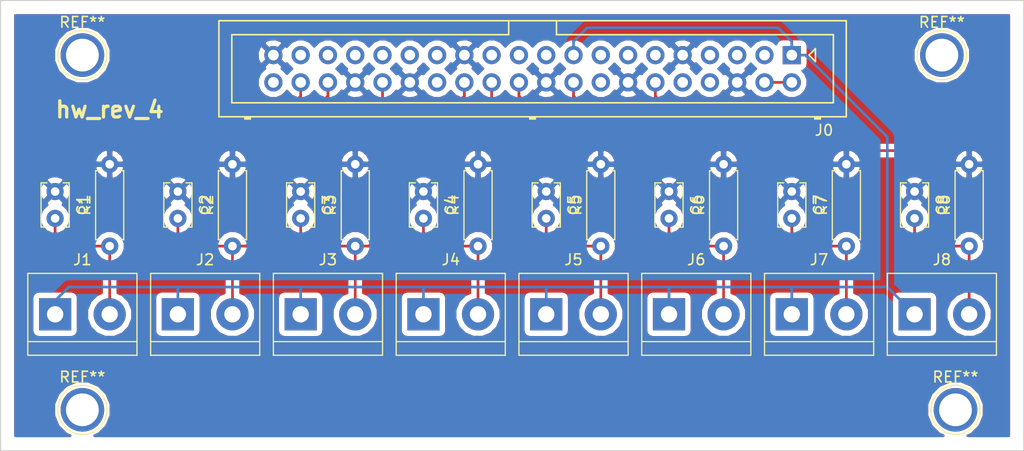
<source format=kicad_pcb>
(kicad_pcb (version 4) (host pcbnew 4.0.7)

  (general
    (links 57)
    (no_connects 0)
    (area 92.659999 76.149999 188.010001 118.160001)
    (thickness 1.6)
    (drawings 5)
    (tracks 104)
    (zones 0)
    (modules 29)
    (nets 32)
  )

  (page A4)
  (title_block
    (title Adapterplatine)
    (date 2018-03-19)
    (rev 1.0)
    (company einsle.de)
  )

  (layers
    (0 F.Cu signal)
    (31 B.Cu signal)
    (32 B.Adhes user)
    (33 F.Adhes user)
    (34 B.Paste user)
    (35 F.Paste user)
    (36 B.SilkS user)
    (37 F.SilkS user)
    (38 B.Mask user)
    (39 F.Mask user)
    (40 Dwgs.User user)
    (41 Cmts.User user)
    (42 Eco1.User user)
    (43 Eco2.User user)
    (44 Edge.Cuts user)
    (45 Margin user)
    (46 B.CrtYd user)
    (47 F.CrtYd user)
    (48 B.Fab user)
    (49 F.Fab user)
  )

  (setup
    (last_trace_width 0.25)
    (trace_clearance 0.25)
    (zone_clearance 0.508)
    (zone_45_only no)
    (trace_min 0.25)
    (segment_width 0.2)
    (edge_width 0.1)
    (via_size 0.6)
    (via_drill 0.4)
    (via_min_size 0.4)
    (via_min_drill 0.3)
    (uvia_size 0.3)
    (uvia_drill 0.1)
    (uvias_allowed no)
    (uvia_min_size 0.2)
    (uvia_min_drill 0.1)
    (pcb_text_width 0.3)
    (pcb_text_size 1.5 1.5)
    (mod_edge_width 0.15)
    (mod_text_size 1 1)
    (mod_text_width 0.15)
    (pad_size 1.5 1.5)
    (pad_drill 0.6)
    (pad_to_mask_clearance 0)
    (aux_axis_origin 0 0)
    (visible_elements 7FFFF7FF)
    (pcbplotparams
      (layerselection 0x010b0_80000001)
      (usegerberextensions false)
      (excludeedgelayer true)
      (linewidth 0.100000)
      (plotframeref false)
      (viasonmask false)
      (mode 1)
      (useauxorigin false)
      (hpglpennumber 1)
      (hpglpenspeed 20)
      (hpglpendiameter 15)
      (hpglpenoverlay 2)
      (psnegative false)
      (psa4output false)
      (plotreference true)
      (plotvalue true)
      (plotinvisibletext false)
      (padsonsilk false)
      (subtractmaskfromsilk false)
      (outputformat 1)
      (mirror false)
      (drillshape 0)
      (scaleselection 1)
      (outputdirectory gerber/))
  )

  (net 0 "")
  (net 1 GND)
  (net 2 +3V3)
  (net 3 +5V)
  (net 4 "Net-(J0-Pad3)")
  (net 5 "Net-(J0-Pad5)")
  (net 6 "Net-(J0-Pad7)")
  (net 7 "Net-(J0-Pad8)")
  (net 8 "Net-(J0-Pad10)")
  (net 9 "Net-(J0-Pad11)")
  (net 10 "Net-(J0-Pad13)")
  (net 11 "Net-(J0-Pad15)")
  (net 12 "Net-(J0-Pad16)")
  (net 13 "Net-(J0-Pad19)")
  (net 14 "Net-(J0-Pad21)")
  (net 15 "Net-(J0-Pad23)")
  (net 16 "Net-(J0-Pad27)")
  (net 17 "Net-(J0-Pad28)")
  (net 18 "Net-(J0-Pad29)")
  (net 19 "Net-(J0-Pad31)")
  (net 20 "Net-(J0-Pad33)")
  (net 21 "Net-(J0-Pad35)")
  (net 22 "Net-(J0-Pad37)")
  (net 23 "Net-(J0-Pad40)")
  (net 24 /in1)
  (net 25 /in2)
  (net 26 /in3)
  (net 27 /in4)
  (net 28 /in5)
  (net 29 /in6)
  (net 30 /in7)
  (net 31 /in8)

  (net_class Default "Dies ist die voreingestellte Netzklasse."
    (clearance 0.25)
    (trace_width 0.25)
    (via_dia 0.6)
    (via_drill 0.4)
    (uvia_dia 0.3)
    (uvia_drill 0.1)
    (add_net +3V3)
    (add_net +5V)
    (add_net /in1)
    (add_net /in2)
    (add_net /in3)
    (add_net /in4)
    (add_net /in5)
    (add_net /in6)
    (add_net /in7)
    (add_net /in8)
    (add_net GND)
    (add_net "Net-(J0-Pad10)")
    (add_net "Net-(J0-Pad11)")
    (add_net "Net-(J0-Pad13)")
    (add_net "Net-(J0-Pad15)")
    (add_net "Net-(J0-Pad16)")
    (add_net "Net-(J0-Pad19)")
    (add_net "Net-(J0-Pad21)")
    (add_net "Net-(J0-Pad23)")
    (add_net "Net-(J0-Pad27)")
    (add_net "Net-(J0-Pad28)")
    (add_net "Net-(J0-Pad29)")
    (add_net "Net-(J0-Pad3)")
    (add_net "Net-(J0-Pad31)")
    (add_net "Net-(J0-Pad33)")
    (add_net "Net-(J0-Pad35)")
    (add_net "Net-(J0-Pad37)")
    (add_net "Net-(J0-Pad40)")
    (add_net "Net-(J0-Pad5)")
    (add_net "Net-(J0-Pad7)")
    (add_net "Net-(J0-Pad8)")
  )

  (module Capacitors_THT:C_Rect_L4.0mm_W2.5mm_P2.50mm (layer F.Cu) (tedit 597BC7C2) (tstamp 5AB171B4)
    (at 97.79 93.98 270)
    (descr "C, Rect series, Radial, pin pitch=2.50mm, , length*width=4*2.5mm^2, Capacitor")
    (tags "C Rect series Radial pin pitch 2.50mm  length 4mm width 2.5mm Capacitor")
    (path /5889FA61)
    (fp_text reference C1 (at 1.25 -2.56 270) (layer F.SilkS)
      (effects (font (size 1 1) (thickness 0.15)))
    )
    (fp_text value 0,1uF (at 1.25 2.56 270) (layer F.Fab)
      (effects (font (size 1 1) (thickness 0.15)))
    )
    (fp_line (start -0.75 -1.25) (end -0.75 1.25) (layer F.Fab) (width 0.1))
    (fp_line (start -0.75 1.25) (end 3.25 1.25) (layer F.Fab) (width 0.1))
    (fp_line (start 3.25 1.25) (end 3.25 -1.25) (layer F.Fab) (width 0.1))
    (fp_line (start 3.25 -1.25) (end -0.75 -1.25) (layer F.Fab) (width 0.1))
    (fp_line (start -0.81 -1.31) (end 3.31 -1.31) (layer F.SilkS) (width 0.12))
    (fp_line (start -0.81 1.31) (end 3.31 1.31) (layer F.SilkS) (width 0.12))
    (fp_line (start -0.81 -1.31) (end -0.81 -0.75) (layer F.SilkS) (width 0.12))
    (fp_line (start -0.81 0.75) (end -0.81 1.31) (layer F.SilkS) (width 0.12))
    (fp_line (start 3.31 -1.31) (end 3.31 -0.75) (layer F.SilkS) (width 0.12))
    (fp_line (start 3.31 0.75) (end 3.31 1.31) (layer F.SilkS) (width 0.12))
    (fp_line (start -1.1 -1.6) (end -1.1 1.6) (layer F.CrtYd) (width 0.05))
    (fp_line (start -1.1 1.6) (end 3.6 1.6) (layer F.CrtYd) (width 0.05))
    (fp_line (start 3.6 1.6) (end 3.6 -1.6) (layer F.CrtYd) (width 0.05))
    (fp_line (start 3.6 -1.6) (end -1.1 -1.6) (layer F.CrtYd) (width 0.05))
    (fp_text user %R (at 1.25 0 270) (layer F.Fab)
      (effects (font (size 1 1) (thickness 0.15)))
    )
    (pad 1 thru_hole circle (at 0 0 270) (size 1.6 1.6) (drill 0.8) (layers *.Cu *.Mask)
      (net 1 GND))
    (pad 2 thru_hole circle (at 2.5 0 270) (size 1.6 1.6) (drill 0.8) (layers *.Cu *.Mask)
      (net 24 /in1))
    (model ${KISYS3DMOD}/Capacitors_THT.3dshapes/C_Rect_L4.0mm_W2.5mm_P2.50mm.wrl
      (at (xyz 0 0 0))
      (scale (xyz 1 1 1))
      (rotate (xyz 0 0 0))
    )
  )

  (module Capacitors_THT:C_Rect_L4.0mm_W2.5mm_P2.50mm (layer F.Cu) (tedit 597BC7C2) (tstamp 5AB171BA)
    (at 109.22 93.98 270)
    (descr "C, Rect series, Radial, pin pitch=2.50mm, , length*width=4*2.5mm^2, Capacitor")
    (tags "C Rect series Radial pin pitch 2.50mm  length 4mm width 2.5mm Capacitor")
    (path /5889FBFE)
    (fp_text reference C2 (at 1.25 -2.56 270) (layer F.SilkS)
      (effects (font (size 1 1) (thickness 0.15)))
    )
    (fp_text value 0,1uF (at 1.25 2.56 270) (layer F.Fab)
      (effects (font (size 1 1) (thickness 0.15)))
    )
    (fp_line (start -0.75 -1.25) (end -0.75 1.25) (layer F.Fab) (width 0.1))
    (fp_line (start -0.75 1.25) (end 3.25 1.25) (layer F.Fab) (width 0.1))
    (fp_line (start 3.25 1.25) (end 3.25 -1.25) (layer F.Fab) (width 0.1))
    (fp_line (start 3.25 -1.25) (end -0.75 -1.25) (layer F.Fab) (width 0.1))
    (fp_line (start -0.81 -1.31) (end 3.31 -1.31) (layer F.SilkS) (width 0.12))
    (fp_line (start -0.81 1.31) (end 3.31 1.31) (layer F.SilkS) (width 0.12))
    (fp_line (start -0.81 -1.31) (end -0.81 -0.75) (layer F.SilkS) (width 0.12))
    (fp_line (start -0.81 0.75) (end -0.81 1.31) (layer F.SilkS) (width 0.12))
    (fp_line (start 3.31 -1.31) (end 3.31 -0.75) (layer F.SilkS) (width 0.12))
    (fp_line (start 3.31 0.75) (end 3.31 1.31) (layer F.SilkS) (width 0.12))
    (fp_line (start -1.1 -1.6) (end -1.1 1.6) (layer F.CrtYd) (width 0.05))
    (fp_line (start -1.1 1.6) (end 3.6 1.6) (layer F.CrtYd) (width 0.05))
    (fp_line (start 3.6 1.6) (end 3.6 -1.6) (layer F.CrtYd) (width 0.05))
    (fp_line (start 3.6 -1.6) (end -1.1 -1.6) (layer F.CrtYd) (width 0.05))
    (fp_text user %R (at 1.25 0 270) (layer F.Fab)
      (effects (font (size 1 1) (thickness 0.15)))
    )
    (pad 1 thru_hole circle (at 0 0 270) (size 1.6 1.6) (drill 0.8) (layers *.Cu *.Mask)
      (net 1 GND))
    (pad 2 thru_hole circle (at 2.5 0 270) (size 1.6 1.6) (drill 0.8) (layers *.Cu *.Mask)
      (net 25 /in2))
    (model ${KISYS3DMOD}/Capacitors_THT.3dshapes/C_Rect_L4.0mm_W2.5mm_P2.50mm.wrl
      (at (xyz 0 0 0))
      (scale (xyz 1 1 1))
      (rotate (xyz 0 0 0))
    )
  )

  (module Capacitors_THT:C_Rect_L4.0mm_W2.5mm_P2.50mm (layer F.Cu) (tedit 597BC7C2) (tstamp 5AB171C0)
    (at 120.65 93.98 270)
    (descr "C, Rect series, Radial, pin pitch=2.50mm, , length*width=4*2.5mm^2, Capacitor")
    (tags "C Rect series Radial pin pitch 2.50mm  length 4mm width 2.5mm Capacitor")
    (path /5889FC87)
    (fp_text reference C3 (at 1.25 -2.56 270) (layer F.SilkS)
      (effects (font (size 1 1) (thickness 0.15)))
    )
    (fp_text value 0,1uF (at 1.25 2.56 270) (layer F.Fab)
      (effects (font (size 1 1) (thickness 0.15)))
    )
    (fp_line (start -0.75 -1.25) (end -0.75 1.25) (layer F.Fab) (width 0.1))
    (fp_line (start -0.75 1.25) (end 3.25 1.25) (layer F.Fab) (width 0.1))
    (fp_line (start 3.25 1.25) (end 3.25 -1.25) (layer F.Fab) (width 0.1))
    (fp_line (start 3.25 -1.25) (end -0.75 -1.25) (layer F.Fab) (width 0.1))
    (fp_line (start -0.81 -1.31) (end 3.31 -1.31) (layer F.SilkS) (width 0.12))
    (fp_line (start -0.81 1.31) (end 3.31 1.31) (layer F.SilkS) (width 0.12))
    (fp_line (start -0.81 -1.31) (end -0.81 -0.75) (layer F.SilkS) (width 0.12))
    (fp_line (start -0.81 0.75) (end -0.81 1.31) (layer F.SilkS) (width 0.12))
    (fp_line (start 3.31 -1.31) (end 3.31 -0.75) (layer F.SilkS) (width 0.12))
    (fp_line (start 3.31 0.75) (end 3.31 1.31) (layer F.SilkS) (width 0.12))
    (fp_line (start -1.1 -1.6) (end -1.1 1.6) (layer F.CrtYd) (width 0.05))
    (fp_line (start -1.1 1.6) (end 3.6 1.6) (layer F.CrtYd) (width 0.05))
    (fp_line (start 3.6 1.6) (end 3.6 -1.6) (layer F.CrtYd) (width 0.05))
    (fp_line (start 3.6 -1.6) (end -1.1 -1.6) (layer F.CrtYd) (width 0.05))
    (fp_text user %R (at 1.25 0 270) (layer F.Fab)
      (effects (font (size 1 1) (thickness 0.15)))
    )
    (pad 1 thru_hole circle (at 0 0 270) (size 1.6 1.6) (drill 0.8) (layers *.Cu *.Mask)
      (net 1 GND))
    (pad 2 thru_hole circle (at 2.5 0 270) (size 1.6 1.6) (drill 0.8) (layers *.Cu *.Mask)
      (net 26 /in3))
    (model ${KISYS3DMOD}/Capacitors_THT.3dshapes/C_Rect_L4.0mm_W2.5mm_P2.50mm.wrl
      (at (xyz 0 0 0))
      (scale (xyz 1 1 1))
      (rotate (xyz 0 0 0))
    )
  )

  (module Capacitors_THT:C_Rect_L4.0mm_W2.5mm_P2.50mm (layer F.Cu) (tedit 597BC7C2) (tstamp 5AB171C6)
    (at 132.08 93.98 270)
    (descr "C, Rect series, Radial, pin pitch=2.50mm, , length*width=4*2.5mm^2, Capacitor")
    (tags "C Rect series Radial pin pitch 2.50mm  length 4mm width 2.5mm Capacitor")
    (path /5889FD11)
    (fp_text reference C4 (at 1.25 -2.56 270) (layer F.SilkS)
      (effects (font (size 1 1) (thickness 0.15)))
    )
    (fp_text value 0,1uF (at 1.25 2.56 270) (layer F.Fab)
      (effects (font (size 1 1) (thickness 0.15)))
    )
    (fp_line (start -0.75 -1.25) (end -0.75 1.25) (layer F.Fab) (width 0.1))
    (fp_line (start -0.75 1.25) (end 3.25 1.25) (layer F.Fab) (width 0.1))
    (fp_line (start 3.25 1.25) (end 3.25 -1.25) (layer F.Fab) (width 0.1))
    (fp_line (start 3.25 -1.25) (end -0.75 -1.25) (layer F.Fab) (width 0.1))
    (fp_line (start -0.81 -1.31) (end 3.31 -1.31) (layer F.SilkS) (width 0.12))
    (fp_line (start -0.81 1.31) (end 3.31 1.31) (layer F.SilkS) (width 0.12))
    (fp_line (start -0.81 -1.31) (end -0.81 -0.75) (layer F.SilkS) (width 0.12))
    (fp_line (start -0.81 0.75) (end -0.81 1.31) (layer F.SilkS) (width 0.12))
    (fp_line (start 3.31 -1.31) (end 3.31 -0.75) (layer F.SilkS) (width 0.12))
    (fp_line (start 3.31 0.75) (end 3.31 1.31) (layer F.SilkS) (width 0.12))
    (fp_line (start -1.1 -1.6) (end -1.1 1.6) (layer F.CrtYd) (width 0.05))
    (fp_line (start -1.1 1.6) (end 3.6 1.6) (layer F.CrtYd) (width 0.05))
    (fp_line (start 3.6 1.6) (end 3.6 -1.6) (layer F.CrtYd) (width 0.05))
    (fp_line (start 3.6 -1.6) (end -1.1 -1.6) (layer F.CrtYd) (width 0.05))
    (fp_text user %R (at 1.25 0 270) (layer F.Fab)
      (effects (font (size 1 1) (thickness 0.15)))
    )
    (pad 1 thru_hole circle (at 0 0 270) (size 1.6 1.6) (drill 0.8) (layers *.Cu *.Mask)
      (net 1 GND))
    (pad 2 thru_hole circle (at 2.5 0 270) (size 1.6 1.6) (drill 0.8) (layers *.Cu *.Mask)
      (net 27 /in4))
    (model ${KISYS3DMOD}/Capacitors_THT.3dshapes/C_Rect_L4.0mm_W2.5mm_P2.50mm.wrl
      (at (xyz 0 0 0))
      (scale (xyz 1 1 1))
      (rotate (xyz 0 0 0))
    )
  )

  (module Capacitors_THT:C_Rect_L4.0mm_W2.5mm_P2.50mm (layer F.Cu) (tedit 597BC7C2) (tstamp 5AB171CC)
    (at 143.51 93.98 270)
    (descr "C, Rect series, Radial, pin pitch=2.50mm, , length*width=4*2.5mm^2, Capacitor")
    (tags "C Rect series Radial pin pitch 2.50mm  length 4mm width 2.5mm Capacitor")
    (path /588AE355)
    (fp_text reference C5 (at 1.25 -2.56 270) (layer F.SilkS)
      (effects (font (size 1 1) (thickness 0.15)))
    )
    (fp_text value 0,1uF (at 1.25 2.56 270) (layer F.Fab)
      (effects (font (size 1 1) (thickness 0.15)))
    )
    (fp_line (start -0.75 -1.25) (end -0.75 1.25) (layer F.Fab) (width 0.1))
    (fp_line (start -0.75 1.25) (end 3.25 1.25) (layer F.Fab) (width 0.1))
    (fp_line (start 3.25 1.25) (end 3.25 -1.25) (layer F.Fab) (width 0.1))
    (fp_line (start 3.25 -1.25) (end -0.75 -1.25) (layer F.Fab) (width 0.1))
    (fp_line (start -0.81 -1.31) (end 3.31 -1.31) (layer F.SilkS) (width 0.12))
    (fp_line (start -0.81 1.31) (end 3.31 1.31) (layer F.SilkS) (width 0.12))
    (fp_line (start -0.81 -1.31) (end -0.81 -0.75) (layer F.SilkS) (width 0.12))
    (fp_line (start -0.81 0.75) (end -0.81 1.31) (layer F.SilkS) (width 0.12))
    (fp_line (start 3.31 -1.31) (end 3.31 -0.75) (layer F.SilkS) (width 0.12))
    (fp_line (start 3.31 0.75) (end 3.31 1.31) (layer F.SilkS) (width 0.12))
    (fp_line (start -1.1 -1.6) (end -1.1 1.6) (layer F.CrtYd) (width 0.05))
    (fp_line (start -1.1 1.6) (end 3.6 1.6) (layer F.CrtYd) (width 0.05))
    (fp_line (start 3.6 1.6) (end 3.6 -1.6) (layer F.CrtYd) (width 0.05))
    (fp_line (start 3.6 -1.6) (end -1.1 -1.6) (layer F.CrtYd) (width 0.05))
    (fp_text user %R (at 1.25 0 270) (layer F.Fab)
      (effects (font (size 1 1) (thickness 0.15)))
    )
    (pad 1 thru_hole circle (at 0 0 270) (size 1.6 1.6) (drill 0.8) (layers *.Cu *.Mask)
      (net 1 GND))
    (pad 2 thru_hole circle (at 2.5 0 270) (size 1.6 1.6) (drill 0.8) (layers *.Cu *.Mask)
      (net 28 /in5))
    (model ${KISYS3DMOD}/Capacitors_THT.3dshapes/C_Rect_L4.0mm_W2.5mm_P2.50mm.wrl
      (at (xyz 0 0 0))
      (scale (xyz 1 1 1))
      (rotate (xyz 0 0 0))
    )
  )

  (module Capacitors_THT:C_Rect_L4.0mm_W2.5mm_P2.50mm (layer F.Cu) (tedit 597BC7C2) (tstamp 5AB171D2)
    (at 154.94 93.98 270)
    (descr "C, Rect series, Radial, pin pitch=2.50mm, , length*width=4*2.5mm^2, Capacitor")
    (tags "C Rect series Radial pin pitch 2.50mm  length 4mm width 2.5mm Capacitor")
    (path /588AE419)
    (fp_text reference C6 (at 1.25 -2.56 270) (layer F.SilkS)
      (effects (font (size 1 1) (thickness 0.15)))
    )
    (fp_text value 0,1uF (at 1.25 2.56 270) (layer F.Fab)
      (effects (font (size 1 1) (thickness 0.15)))
    )
    (fp_line (start -0.75 -1.25) (end -0.75 1.25) (layer F.Fab) (width 0.1))
    (fp_line (start -0.75 1.25) (end 3.25 1.25) (layer F.Fab) (width 0.1))
    (fp_line (start 3.25 1.25) (end 3.25 -1.25) (layer F.Fab) (width 0.1))
    (fp_line (start 3.25 -1.25) (end -0.75 -1.25) (layer F.Fab) (width 0.1))
    (fp_line (start -0.81 -1.31) (end 3.31 -1.31) (layer F.SilkS) (width 0.12))
    (fp_line (start -0.81 1.31) (end 3.31 1.31) (layer F.SilkS) (width 0.12))
    (fp_line (start -0.81 -1.31) (end -0.81 -0.75) (layer F.SilkS) (width 0.12))
    (fp_line (start -0.81 0.75) (end -0.81 1.31) (layer F.SilkS) (width 0.12))
    (fp_line (start 3.31 -1.31) (end 3.31 -0.75) (layer F.SilkS) (width 0.12))
    (fp_line (start 3.31 0.75) (end 3.31 1.31) (layer F.SilkS) (width 0.12))
    (fp_line (start -1.1 -1.6) (end -1.1 1.6) (layer F.CrtYd) (width 0.05))
    (fp_line (start -1.1 1.6) (end 3.6 1.6) (layer F.CrtYd) (width 0.05))
    (fp_line (start 3.6 1.6) (end 3.6 -1.6) (layer F.CrtYd) (width 0.05))
    (fp_line (start 3.6 -1.6) (end -1.1 -1.6) (layer F.CrtYd) (width 0.05))
    (fp_text user %R (at 1.25 0 270) (layer F.Fab)
      (effects (font (size 1 1) (thickness 0.15)))
    )
    (pad 1 thru_hole circle (at 0 0 270) (size 1.6 1.6) (drill 0.8) (layers *.Cu *.Mask)
      (net 1 GND))
    (pad 2 thru_hole circle (at 2.5 0 270) (size 1.6 1.6) (drill 0.8) (layers *.Cu *.Mask)
      (net 29 /in6))
    (model ${KISYS3DMOD}/Capacitors_THT.3dshapes/C_Rect_L4.0mm_W2.5mm_P2.50mm.wrl
      (at (xyz 0 0 0))
      (scale (xyz 1 1 1))
      (rotate (xyz 0 0 0))
    )
  )

  (module Capacitors_THT:C_Rect_L4.0mm_W2.5mm_P2.50mm (layer F.Cu) (tedit 597BC7C2) (tstamp 5AB171D8)
    (at 166.37 93.98 270)
    (descr "C, Rect series, Radial, pin pitch=2.50mm, , length*width=4*2.5mm^2, Capacitor")
    (tags "C Rect series Radial pin pitch 2.50mm  length 4mm width 2.5mm Capacitor")
    (path /588AEE14)
    (fp_text reference C7 (at 1.25 -2.56 270) (layer F.SilkS)
      (effects (font (size 1 1) (thickness 0.15)))
    )
    (fp_text value 0,1uF (at 1.25 2.56 270) (layer F.Fab)
      (effects (font (size 1 1) (thickness 0.15)))
    )
    (fp_line (start -0.75 -1.25) (end -0.75 1.25) (layer F.Fab) (width 0.1))
    (fp_line (start -0.75 1.25) (end 3.25 1.25) (layer F.Fab) (width 0.1))
    (fp_line (start 3.25 1.25) (end 3.25 -1.25) (layer F.Fab) (width 0.1))
    (fp_line (start 3.25 -1.25) (end -0.75 -1.25) (layer F.Fab) (width 0.1))
    (fp_line (start -0.81 -1.31) (end 3.31 -1.31) (layer F.SilkS) (width 0.12))
    (fp_line (start -0.81 1.31) (end 3.31 1.31) (layer F.SilkS) (width 0.12))
    (fp_line (start -0.81 -1.31) (end -0.81 -0.75) (layer F.SilkS) (width 0.12))
    (fp_line (start -0.81 0.75) (end -0.81 1.31) (layer F.SilkS) (width 0.12))
    (fp_line (start 3.31 -1.31) (end 3.31 -0.75) (layer F.SilkS) (width 0.12))
    (fp_line (start 3.31 0.75) (end 3.31 1.31) (layer F.SilkS) (width 0.12))
    (fp_line (start -1.1 -1.6) (end -1.1 1.6) (layer F.CrtYd) (width 0.05))
    (fp_line (start -1.1 1.6) (end 3.6 1.6) (layer F.CrtYd) (width 0.05))
    (fp_line (start 3.6 1.6) (end 3.6 -1.6) (layer F.CrtYd) (width 0.05))
    (fp_line (start 3.6 -1.6) (end -1.1 -1.6) (layer F.CrtYd) (width 0.05))
    (fp_text user %R (at 1.25 0 270) (layer F.Fab)
      (effects (font (size 1 1) (thickness 0.15)))
    )
    (pad 1 thru_hole circle (at 0 0 270) (size 1.6 1.6) (drill 0.8) (layers *.Cu *.Mask)
      (net 1 GND))
    (pad 2 thru_hole circle (at 2.5 0 270) (size 1.6 1.6) (drill 0.8) (layers *.Cu *.Mask)
      (net 30 /in7))
    (model ${KISYS3DMOD}/Capacitors_THT.3dshapes/C_Rect_L4.0mm_W2.5mm_P2.50mm.wrl
      (at (xyz 0 0 0))
      (scale (xyz 1 1 1))
      (rotate (xyz 0 0 0))
    )
  )

  (module Capacitors_THT:C_Rect_L4.0mm_W2.5mm_P2.50mm (layer F.Cu) (tedit 597BC7C2) (tstamp 5AB171DE)
    (at 177.8 93.98 270)
    (descr "C, Rect series, Radial, pin pitch=2.50mm, , length*width=4*2.5mm^2, Capacitor")
    (tags "C Rect series Radial pin pitch 2.50mm  length 4mm width 2.5mm Capacitor")
    (path /588AEEE0)
    (fp_text reference C8 (at 1.25 -2.56 270) (layer F.SilkS)
      (effects (font (size 1 1) (thickness 0.15)))
    )
    (fp_text value 0,1uF (at 1.25 2.56 270) (layer F.Fab)
      (effects (font (size 1 1) (thickness 0.15)))
    )
    (fp_line (start -0.75 -1.25) (end -0.75 1.25) (layer F.Fab) (width 0.1))
    (fp_line (start -0.75 1.25) (end 3.25 1.25) (layer F.Fab) (width 0.1))
    (fp_line (start 3.25 1.25) (end 3.25 -1.25) (layer F.Fab) (width 0.1))
    (fp_line (start 3.25 -1.25) (end -0.75 -1.25) (layer F.Fab) (width 0.1))
    (fp_line (start -0.81 -1.31) (end 3.31 -1.31) (layer F.SilkS) (width 0.12))
    (fp_line (start -0.81 1.31) (end 3.31 1.31) (layer F.SilkS) (width 0.12))
    (fp_line (start -0.81 -1.31) (end -0.81 -0.75) (layer F.SilkS) (width 0.12))
    (fp_line (start -0.81 0.75) (end -0.81 1.31) (layer F.SilkS) (width 0.12))
    (fp_line (start 3.31 -1.31) (end 3.31 -0.75) (layer F.SilkS) (width 0.12))
    (fp_line (start 3.31 0.75) (end 3.31 1.31) (layer F.SilkS) (width 0.12))
    (fp_line (start -1.1 -1.6) (end -1.1 1.6) (layer F.CrtYd) (width 0.05))
    (fp_line (start -1.1 1.6) (end 3.6 1.6) (layer F.CrtYd) (width 0.05))
    (fp_line (start 3.6 1.6) (end 3.6 -1.6) (layer F.CrtYd) (width 0.05))
    (fp_line (start 3.6 -1.6) (end -1.1 -1.6) (layer F.CrtYd) (width 0.05))
    (fp_text user %R (at 1.25 0 270) (layer F.Fab)
      (effects (font (size 1 1) (thickness 0.15)))
    )
    (pad 1 thru_hole circle (at 0 0 270) (size 1.6 1.6) (drill 0.8) (layers *.Cu *.Mask)
      (net 1 GND))
    (pad 2 thru_hole circle (at 2.5 0 270) (size 1.6 1.6) (drill 0.8) (layers *.Cu *.Mask)
      (net 31 /in8))
    (model ${KISYS3DMOD}/Capacitors_THT.3dshapes/C_Rect_L4.0mm_W2.5mm_P2.50mm.wrl
      (at (xyz 0 0 0))
      (scale (xyz 1 1 1))
      (rotate (xyz 0 0 0))
    )
  )

  (module Connectors_Multicomp:Multicomp_MC9A12-4034_2x20x2.54mm_Straight (layer F.Cu) (tedit 5AB17454) (tstamp 5AB1720A)
    (at 166.37 81.28 180)
    (descr http://www.farnell.com/datasheets/1520732.pdf)
    (tags "connector multicomp MC9A MC9A12")
    (path /5AAE9E66)
    (fp_text reference J0 (at -3 -7 180) (layer F.SilkS)
      (effects (font (size 1 1) (thickness 0.15)))
    )
    (fp_text value Conn_02x20_Odd_Even (at 24.13 -6.35 180) (layer F.Fab)
      (effects (font (size 1 1) (thickness 0.15)))
    )
    (fp_line (start -5.07 3.2) (end -5.07 -5.74) (layer F.SilkS) (width 0.15))
    (fp_line (start -5.07 -5.74) (end 53.33 -5.74) (layer F.SilkS) (width 0.15))
    (fp_line (start 53.33 -5.74) (end 53.33 3.2) (layer F.SilkS) (width 0.15))
    (fp_line (start 53.33 3.2) (end -5.07 3.2) (layer F.SilkS) (width 0.15))
    (fp_line (start 21.905 3.2) (end 21.905 1.9) (layer F.SilkS) (width 0.15))
    (fp_line (start 21.905 1.9) (end -3.87 1.9) (layer F.SilkS) (width 0.15))
    (fp_line (start -3.87 1.9) (end -3.87 -4.44) (layer F.SilkS) (width 0.15))
    (fp_line (start -3.87 -4.44) (end 52.13 -4.44) (layer F.SilkS) (width 0.15))
    (fp_line (start 52.13 -4.44) (end 52.13 1.9) (layer F.SilkS) (width 0.15))
    (fp_line (start 52.13 1.9) (end 26.355 1.9) (layer F.SilkS) (width 0.15))
    (fp_line (start 26.355 1.9) (end 26.355 3.2) (layer F.SilkS) (width 0.15))
    (fp_line (start 23.88 -5.74) (end 23.88 -5.94) (layer F.SilkS) (width 0.15))
    (fp_line (start 23.88 -5.94) (end 24.38 -5.94) (layer F.SilkS) (width 0.15))
    (fp_line (start 24.38 -5.94) (end 24.38 -5.74) (layer F.SilkS) (width 0.15))
    (fp_line (start 23.88 -5.84) (end 24.38 -5.84) (layer F.SilkS) (width 0.15))
    (fp_line (start 50.41 -5.74) (end 50.41 -5.94) (layer F.SilkS) (width 0.15))
    (fp_line (start 50.41 -5.94) (end 50.91 -5.94) (layer F.SilkS) (width 0.15))
    (fp_line (start 50.91 -5.94) (end 50.91 -5.74) (layer F.SilkS) (width 0.15))
    (fp_line (start 50.41 -5.84) (end 50.91 -5.84) (layer F.SilkS) (width 0.15))
    (fp_line (start -2.65 -5.74) (end -2.65 -5.94) (layer F.SilkS) (width 0.15))
    (fp_line (start -2.65 -5.94) (end -2.15 -5.94) (layer F.SilkS) (width 0.15))
    (fp_line (start -2.15 -5.94) (end -2.15 -5.74) (layer F.SilkS) (width 0.15))
    (fp_line (start -2.65 -5.84) (end -2.15 -5.84) (layer F.SilkS) (width 0.15))
    (fp_line (start -2.2 0.6) (end -2.2 -0.6) (layer F.SilkS) (width 0.15))
    (fp_line (start -2.2 -0.6) (end -1.6 0) (layer F.SilkS) (width 0.15))
    (fp_line (start -1.6 0) (end -2.2 0.6) (layer F.SilkS) (width 0.15))
    (fp_line (start -5.55 3.7) (end -5.55 -6.25) (layer F.CrtYd) (width 0.05))
    (fp_line (start -5.55 -6.25) (end 53.85 -6.25) (layer F.CrtYd) (width 0.05))
    (fp_line (start 53.85 -6.25) (end 53.85 3.7) (layer F.CrtYd) (width 0.05))
    (fp_line (start 53.85 3.7) (end -5.55 3.7) (layer F.CrtYd) (width 0.05))
    (pad 1 thru_hole rect (at 0 0 180) (size 1.7 1.7) (drill 1) (layers *.Cu *.Mask)
      (net 2 +3V3))
    (pad 2 thru_hole circle (at 0 -2.54 180) (size 1.7 1.7) (drill 1) (layers *.Cu *.Mask)
      (net 3 +5V))
    (pad 3 thru_hole circle (at 2.54 0 180) (size 1.7 1.7) (drill 1) (layers *.Cu *.Mask)
      (net 4 "Net-(J0-Pad3)"))
    (pad 4 thru_hole circle (at 2.54 -2.54 180) (size 1.7 1.7) (drill 1) (layers *.Cu *.Mask)
      (net 3 +5V))
    (pad 5 thru_hole circle (at 5.08 0 180) (size 1.7 1.7) (drill 1) (layers *.Cu *.Mask)
      (net 5 "Net-(J0-Pad5)"))
    (pad 6 thru_hole circle (at 5.08 -2.54 180) (size 1.7 1.7) (drill 1) (layers *.Cu *.Mask)
      (net 1 GND))
    (pad 7 thru_hole circle (at 7.62 0 180) (size 1.7 1.7) (drill 1) (layers *.Cu *.Mask)
      (net 6 "Net-(J0-Pad7)"))
    (pad 8 thru_hole circle (at 7.62 -2.54 180) (size 1.7 1.7) (drill 1) (layers *.Cu *.Mask)
      (net 7 "Net-(J0-Pad8)"))
    (pad 9 thru_hole circle (at 10.16 0 180) (size 1.7 1.7) (drill 1) (layers *.Cu *.Mask)
      (net 1 GND))
    (pad 10 thru_hole circle (at 10.16 -2.54 180) (size 1.7 1.7) (drill 1) (layers *.Cu *.Mask)
      (net 8 "Net-(J0-Pad10)"))
    (pad 11 thru_hole circle (at 12.7 0 180) (size 1.7 1.7) (drill 1) (layers *.Cu *.Mask)
      (net 9 "Net-(J0-Pad11)"))
    (pad 12 thru_hole circle (at 12.7 -2.54 180) (size 1.7 1.7) (drill 1) (layers *.Cu *.Mask)
      (net 31 /in8))
    (pad 13 thru_hole circle (at 15.24 0 180) (size 1.7 1.7) (drill 1) (layers *.Cu *.Mask)
      (net 10 "Net-(J0-Pad13)"))
    (pad 14 thru_hole circle (at 15.24 -2.54 180) (size 1.7 1.7) (drill 1) (layers *.Cu *.Mask)
      (net 1 GND))
    (pad 15 thru_hole circle (at 17.78 0 180) (size 1.7 1.7) (drill 1) (layers *.Cu *.Mask)
      (net 11 "Net-(J0-Pad15)"))
    (pad 16 thru_hole circle (at 17.78 -2.54 180) (size 1.7 1.7) (drill 1) (layers *.Cu *.Mask)
      (net 12 "Net-(J0-Pad16)"))
    (pad 17 thru_hole circle (at 20.32 0 180) (size 1.7 1.7) (drill 1) (layers *.Cu *.Mask)
      (net 2 +3V3))
    (pad 18 thru_hole circle (at 20.32 -2.54 180) (size 1.7 1.7) (drill 1) (layers *.Cu *.Mask)
      (net 30 /in7))
    (pad 19 thru_hole circle (at 22.86 0 180) (size 1.7 1.7) (drill 1) (layers *.Cu *.Mask)
      (net 13 "Net-(J0-Pad19)"))
    (pad 20 thru_hole circle (at 22.86 -2.54 180) (size 1.7 1.7) (drill 1) (layers *.Cu *.Mask)
      (net 1 GND))
    (pad 21 thru_hole circle (at 25.4 0 180) (size 1.7 1.7) (drill 1) (layers *.Cu *.Mask)
      (net 14 "Net-(J0-Pad21)"))
    (pad 22 thru_hole circle (at 25.4 -2.54 180) (size 1.7 1.7) (drill 1) (layers *.Cu *.Mask)
      (net 29 /in6))
    (pad 23 thru_hole circle (at 27.94 0 180) (size 1.7 1.7) (drill 1) (layers *.Cu *.Mask)
      (net 15 "Net-(J0-Pad23)"))
    (pad 24 thru_hole circle (at 27.94 -2.54 180) (size 1.7 1.7) (drill 1) (layers *.Cu *.Mask)
      (net 28 /in5))
    (pad 25 thru_hole circle (at 30.48 0 180) (size 1.7 1.7) (drill 1) (layers *.Cu *.Mask)
      (net 1 GND))
    (pad 26 thru_hole circle (at 30.48 -2.54 180) (size 1.7 1.7) (drill 1) (layers *.Cu *.Mask)
      (net 27 /in4))
    (pad 27 thru_hole circle (at 33.02 0 180) (size 1.7 1.7) (drill 1) (layers *.Cu *.Mask)
      (net 16 "Net-(J0-Pad27)"))
    (pad 28 thru_hole circle (at 33.02 -2.54 180) (size 1.7 1.7) (drill 1) (layers *.Cu *.Mask)
      (net 17 "Net-(J0-Pad28)"))
    (pad 29 thru_hole circle (at 35.56 0 180) (size 1.7 1.7) (drill 1) (layers *.Cu *.Mask)
      (net 18 "Net-(J0-Pad29)"))
    (pad 30 thru_hole circle (at 35.56 -2.54 180) (size 1.7 1.7) (drill 1) (layers *.Cu *.Mask)
      (net 1 GND))
    (pad 31 thru_hole circle (at 38.1 0 180) (size 1.7 1.7) (drill 1) (layers *.Cu *.Mask)
      (net 19 "Net-(J0-Pad31)"))
    (pad 32 thru_hole circle (at 38.1 -2.54 180) (size 1.7 1.7) (drill 1) (layers *.Cu *.Mask)
      (net 26 /in3))
    (pad 33 thru_hole circle (at 40.64 0 180) (size 1.7 1.7) (drill 1) (layers *.Cu *.Mask)
      (net 20 "Net-(J0-Pad33)"))
    (pad 34 thru_hole circle (at 40.64 -2.54 180) (size 1.7 1.7) (drill 1) (layers *.Cu *.Mask)
      (net 1 GND))
    (pad 35 thru_hole circle (at 43.18 0 180) (size 1.7 1.7) (drill 1) (layers *.Cu *.Mask)
      (net 21 "Net-(J0-Pad35)"))
    (pad 36 thru_hole circle (at 43.18 -2.54 180) (size 1.7 1.7) (drill 1) (layers *.Cu *.Mask)
      (net 25 /in2))
    (pad 37 thru_hole circle (at 45.72 0 180) (size 1.7 1.7) (drill 1) (layers *.Cu *.Mask)
      (net 22 "Net-(J0-Pad37)"))
    (pad 38 thru_hole circle (at 45.72 -2.54 180) (size 1.7 1.7) (drill 1) (layers *.Cu *.Mask)
      (net 24 /in1))
    (pad 39 thru_hole circle (at 48.26 0 180) (size 1.7 1.7) (drill 1) (layers *.Cu *.Mask)
      (net 1 GND))
    (pad 40 thru_hole circle (at 48.26 -2.54 180) (size 1.7 1.7) (drill 1) (layers *.Cu *.Mask)
      (net 23 "Net-(J0-Pad40)"))
  )

  (module Connectors_Terminal_Blocks:TerminalBlock_bornier-2_P5.08mm (layer F.Cu) (tedit 59FF03AB) (tstamp 5AB17210)
    (at 97.79 105.41)
    (descr "simple 2-pin terminal block, pitch 5.08mm, revamped version of bornier2")
    (tags "terminal block bornier2")
    (path /5AAE69EA)
    (fp_text reference J1 (at 2.54 -5.08) (layer F.SilkS)
      (effects (font (size 1 1) (thickness 0.15)))
    )
    (fp_text value Conn_01x02 (at 2.54 5.08) (layer F.Fab)
      (effects (font (size 1 1) (thickness 0.15)))
    )
    (fp_text user %R (at 2.54 0) (layer F.Fab)
      (effects (font (size 1 1) (thickness 0.15)))
    )
    (fp_line (start -2.41 2.55) (end 7.49 2.55) (layer F.Fab) (width 0.1))
    (fp_line (start -2.46 -3.75) (end -2.46 3.75) (layer F.Fab) (width 0.1))
    (fp_line (start -2.46 3.75) (end 7.54 3.75) (layer F.Fab) (width 0.1))
    (fp_line (start 7.54 3.75) (end 7.54 -3.75) (layer F.Fab) (width 0.1))
    (fp_line (start 7.54 -3.75) (end -2.46 -3.75) (layer F.Fab) (width 0.1))
    (fp_line (start 7.62 2.54) (end -2.54 2.54) (layer F.SilkS) (width 0.12))
    (fp_line (start 7.62 3.81) (end 7.62 -3.81) (layer F.SilkS) (width 0.12))
    (fp_line (start 7.62 -3.81) (end -2.54 -3.81) (layer F.SilkS) (width 0.12))
    (fp_line (start -2.54 -3.81) (end -2.54 3.81) (layer F.SilkS) (width 0.12))
    (fp_line (start -2.54 3.81) (end 7.62 3.81) (layer F.SilkS) (width 0.12))
    (fp_line (start -2.71 -4) (end 7.79 -4) (layer F.CrtYd) (width 0.05))
    (fp_line (start -2.71 -4) (end -2.71 4) (layer F.CrtYd) (width 0.05))
    (fp_line (start 7.79 4) (end 7.79 -4) (layer F.CrtYd) (width 0.05))
    (fp_line (start 7.79 4) (end -2.71 4) (layer F.CrtYd) (width 0.05))
    (pad 1 thru_hole rect (at 0 0) (size 3 3) (drill 1.52) (layers *.Cu *.Mask)
      (net 2 +3V3))
    (pad 2 thru_hole circle (at 5.08 0) (size 3 3) (drill 1.52) (layers *.Cu *.Mask)
      (net 24 /in1))
    (model ${KISYS3DMOD}/Terminal_Blocks.3dshapes/TerminalBlock_bornier-2_P5.08mm.wrl
      (at (xyz 0.1 0 0))
      (scale (xyz 1 1 1))
      (rotate (xyz 0 0 0))
    )
  )

  (module Connectors_Terminal_Blocks:TerminalBlock_bornier-2_P5.08mm (layer F.Cu) (tedit 59FF03AB) (tstamp 5AB17216)
    (at 109.22 105.41)
    (descr "simple 2-pin terminal block, pitch 5.08mm, revamped version of bornier2")
    (tags "terminal block bornier2")
    (path /5AAE6B5B)
    (fp_text reference J2 (at 2.54 -5.08) (layer F.SilkS)
      (effects (font (size 1 1) (thickness 0.15)))
    )
    (fp_text value Conn_01x02 (at 2.54 5.08) (layer F.Fab)
      (effects (font (size 1 1) (thickness 0.15)))
    )
    (fp_text user %R (at 2.54 0) (layer F.Fab)
      (effects (font (size 1 1) (thickness 0.15)))
    )
    (fp_line (start -2.41 2.55) (end 7.49 2.55) (layer F.Fab) (width 0.1))
    (fp_line (start -2.46 -3.75) (end -2.46 3.75) (layer F.Fab) (width 0.1))
    (fp_line (start -2.46 3.75) (end 7.54 3.75) (layer F.Fab) (width 0.1))
    (fp_line (start 7.54 3.75) (end 7.54 -3.75) (layer F.Fab) (width 0.1))
    (fp_line (start 7.54 -3.75) (end -2.46 -3.75) (layer F.Fab) (width 0.1))
    (fp_line (start 7.62 2.54) (end -2.54 2.54) (layer F.SilkS) (width 0.12))
    (fp_line (start 7.62 3.81) (end 7.62 -3.81) (layer F.SilkS) (width 0.12))
    (fp_line (start 7.62 -3.81) (end -2.54 -3.81) (layer F.SilkS) (width 0.12))
    (fp_line (start -2.54 -3.81) (end -2.54 3.81) (layer F.SilkS) (width 0.12))
    (fp_line (start -2.54 3.81) (end 7.62 3.81) (layer F.SilkS) (width 0.12))
    (fp_line (start -2.71 -4) (end 7.79 -4) (layer F.CrtYd) (width 0.05))
    (fp_line (start -2.71 -4) (end -2.71 4) (layer F.CrtYd) (width 0.05))
    (fp_line (start 7.79 4) (end 7.79 -4) (layer F.CrtYd) (width 0.05))
    (fp_line (start 7.79 4) (end -2.71 4) (layer F.CrtYd) (width 0.05))
    (pad 1 thru_hole rect (at 0 0) (size 3 3) (drill 1.52) (layers *.Cu *.Mask)
      (net 2 +3V3))
    (pad 2 thru_hole circle (at 5.08 0) (size 3 3) (drill 1.52) (layers *.Cu *.Mask)
      (net 25 /in2))
    (model ${KISYS3DMOD}/Terminal_Blocks.3dshapes/TerminalBlock_bornier-2_P5.08mm.wrl
      (at (xyz 0.1 0 0))
      (scale (xyz 1 1 1))
      (rotate (xyz 0 0 0))
    )
  )

  (module Connectors_Terminal_Blocks:TerminalBlock_bornier-2_P5.08mm (layer F.Cu) (tedit 59FF03AB) (tstamp 5AB1721C)
    (at 120.65 105.41)
    (descr "simple 2-pin terminal block, pitch 5.08mm, revamped version of bornier2")
    (tags "terminal block bornier2")
    (path /5AAE6C30)
    (fp_text reference J3 (at 2.54 -5.08) (layer F.SilkS)
      (effects (font (size 1 1) (thickness 0.15)))
    )
    (fp_text value Conn_01x02 (at 2.54 5.08) (layer F.Fab)
      (effects (font (size 1 1) (thickness 0.15)))
    )
    (fp_text user %R (at 2.54 0) (layer F.Fab)
      (effects (font (size 1 1) (thickness 0.15)))
    )
    (fp_line (start -2.41 2.55) (end 7.49 2.55) (layer F.Fab) (width 0.1))
    (fp_line (start -2.46 -3.75) (end -2.46 3.75) (layer F.Fab) (width 0.1))
    (fp_line (start -2.46 3.75) (end 7.54 3.75) (layer F.Fab) (width 0.1))
    (fp_line (start 7.54 3.75) (end 7.54 -3.75) (layer F.Fab) (width 0.1))
    (fp_line (start 7.54 -3.75) (end -2.46 -3.75) (layer F.Fab) (width 0.1))
    (fp_line (start 7.62 2.54) (end -2.54 2.54) (layer F.SilkS) (width 0.12))
    (fp_line (start 7.62 3.81) (end 7.62 -3.81) (layer F.SilkS) (width 0.12))
    (fp_line (start 7.62 -3.81) (end -2.54 -3.81) (layer F.SilkS) (width 0.12))
    (fp_line (start -2.54 -3.81) (end -2.54 3.81) (layer F.SilkS) (width 0.12))
    (fp_line (start -2.54 3.81) (end 7.62 3.81) (layer F.SilkS) (width 0.12))
    (fp_line (start -2.71 -4) (end 7.79 -4) (layer F.CrtYd) (width 0.05))
    (fp_line (start -2.71 -4) (end -2.71 4) (layer F.CrtYd) (width 0.05))
    (fp_line (start 7.79 4) (end 7.79 -4) (layer F.CrtYd) (width 0.05))
    (fp_line (start 7.79 4) (end -2.71 4) (layer F.CrtYd) (width 0.05))
    (pad 1 thru_hole rect (at 0 0) (size 3 3) (drill 1.52) (layers *.Cu *.Mask)
      (net 2 +3V3))
    (pad 2 thru_hole circle (at 5.08 0) (size 3 3) (drill 1.52) (layers *.Cu *.Mask)
      (net 26 /in3))
    (model ${KISYS3DMOD}/Terminal_Blocks.3dshapes/TerminalBlock_bornier-2_P5.08mm.wrl
      (at (xyz 0.1 0 0))
      (scale (xyz 1 1 1))
      (rotate (xyz 0 0 0))
    )
  )

  (module Connectors_Terminal_Blocks:TerminalBlock_bornier-2_P5.08mm (layer F.Cu) (tedit 59FF03AB) (tstamp 5AB17222)
    (at 132.08 105.41)
    (descr "simple 2-pin terminal block, pitch 5.08mm, revamped version of bornier2")
    (tags "terminal block bornier2")
    (path /5AAE6D66)
    (fp_text reference J4 (at 2.54 -5.08) (layer F.SilkS)
      (effects (font (size 1 1) (thickness 0.15)))
    )
    (fp_text value Conn_01x02 (at 2.54 5.08) (layer F.Fab)
      (effects (font (size 1 1) (thickness 0.15)))
    )
    (fp_text user %R (at 2.54 0) (layer F.Fab)
      (effects (font (size 1 1) (thickness 0.15)))
    )
    (fp_line (start -2.41 2.55) (end 7.49 2.55) (layer F.Fab) (width 0.1))
    (fp_line (start -2.46 -3.75) (end -2.46 3.75) (layer F.Fab) (width 0.1))
    (fp_line (start -2.46 3.75) (end 7.54 3.75) (layer F.Fab) (width 0.1))
    (fp_line (start 7.54 3.75) (end 7.54 -3.75) (layer F.Fab) (width 0.1))
    (fp_line (start 7.54 -3.75) (end -2.46 -3.75) (layer F.Fab) (width 0.1))
    (fp_line (start 7.62 2.54) (end -2.54 2.54) (layer F.SilkS) (width 0.12))
    (fp_line (start 7.62 3.81) (end 7.62 -3.81) (layer F.SilkS) (width 0.12))
    (fp_line (start 7.62 -3.81) (end -2.54 -3.81) (layer F.SilkS) (width 0.12))
    (fp_line (start -2.54 -3.81) (end -2.54 3.81) (layer F.SilkS) (width 0.12))
    (fp_line (start -2.54 3.81) (end 7.62 3.81) (layer F.SilkS) (width 0.12))
    (fp_line (start -2.71 -4) (end 7.79 -4) (layer F.CrtYd) (width 0.05))
    (fp_line (start -2.71 -4) (end -2.71 4) (layer F.CrtYd) (width 0.05))
    (fp_line (start 7.79 4) (end 7.79 -4) (layer F.CrtYd) (width 0.05))
    (fp_line (start 7.79 4) (end -2.71 4) (layer F.CrtYd) (width 0.05))
    (pad 1 thru_hole rect (at 0 0) (size 3 3) (drill 1.52) (layers *.Cu *.Mask)
      (net 2 +3V3))
    (pad 2 thru_hole circle (at 5.08 0) (size 3 3) (drill 1.52) (layers *.Cu *.Mask)
      (net 27 /in4))
    (model ${KISYS3DMOD}/Terminal_Blocks.3dshapes/TerminalBlock_bornier-2_P5.08mm.wrl
      (at (xyz 0.1 0 0))
      (scale (xyz 1 1 1))
      (rotate (xyz 0 0 0))
    )
  )

  (module Connectors_Terminal_Blocks:TerminalBlock_bornier-2_P5.08mm (layer F.Cu) (tedit 59FF03AB) (tstamp 5AB17228)
    (at 143.51 105.41)
    (descr "simple 2-pin terminal block, pitch 5.08mm, revamped version of bornier2")
    (tags "terminal block bornier2")
    (path /5AAE72D0)
    (fp_text reference J5 (at 2.54 -5.08) (layer F.SilkS)
      (effects (font (size 1 1) (thickness 0.15)))
    )
    (fp_text value Conn_01x02 (at 2.54 5.08) (layer F.Fab)
      (effects (font (size 1 1) (thickness 0.15)))
    )
    (fp_text user %R (at 2.54 0) (layer F.Fab)
      (effects (font (size 1 1) (thickness 0.15)))
    )
    (fp_line (start -2.41 2.55) (end 7.49 2.55) (layer F.Fab) (width 0.1))
    (fp_line (start -2.46 -3.75) (end -2.46 3.75) (layer F.Fab) (width 0.1))
    (fp_line (start -2.46 3.75) (end 7.54 3.75) (layer F.Fab) (width 0.1))
    (fp_line (start 7.54 3.75) (end 7.54 -3.75) (layer F.Fab) (width 0.1))
    (fp_line (start 7.54 -3.75) (end -2.46 -3.75) (layer F.Fab) (width 0.1))
    (fp_line (start 7.62 2.54) (end -2.54 2.54) (layer F.SilkS) (width 0.12))
    (fp_line (start 7.62 3.81) (end 7.62 -3.81) (layer F.SilkS) (width 0.12))
    (fp_line (start 7.62 -3.81) (end -2.54 -3.81) (layer F.SilkS) (width 0.12))
    (fp_line (start -2.54 -3.81) (end -2.54 3.81) (layer F.SilkS) (width 0.12))
    (fp_line (start -2.54 3.81) (end 7.62 3.81) (layer F.SilkS) (width 0.12))
    (fp_line (start -2.71 -4) (end 7.79 -4) (layer F.CrtYd) (width 0.05))
    (fp_line (start -2.71 -4) (end -2.71 4) (layer F.CrtYd) (width 0.05))
    (fp_line (start 7.79 4) (end 7.79 -4) (layer F.CrtYd) (width 0.05))
    (fp_line (start 7.79 4) (end -2.71 4) (layer F.CrtYd) (width 0.05))
    (pad 1 thru_hole rect (at 0 0) (size 3 3) (drill 1.52) (layers *.Cu *.Mask)
      (net 2 +3V3))
    (pad 2 thru_hole circle (at 5.08 0) (size 3 3) (drill 1.52) (layers *.Cu *.Mask)
      (net 28 /in5))
    (model ${KISYS3DMOD}/Terminal_Blocks.3dshapes/TerminalBlock_bornier-2_P5.08mm.wrl
      (at (xyz 0.1 0 0))
      (scale (xyz 1 1 1))
      (rotate (xyz 0 0 0))
    )
  )

  (module Connectors_Terminal_Blocks:TerminalBlock_bornier-2_P5.08mm (layer F.Cu) (tedit 59FF03AB) (tstamp 5AB1722E)
    (at 154.94 105.41)
    (descr "simple 2-pin terminal block, pitch 5.08mm, revamped version of bornier2")
    (tags "terminal block bornier2")
    (path /5AAE7396)
    (fp_text reference J6 (at 2.54 -5.08) (layer F.SilkS)
      (effects (font (size 1 1) (thickness 0.15)))
    )
    (fp_text value Conn_01x02 (at 2.54 5.08) (layer F.Fab)
      (effects (font (size 1 1) (thickness 0.15)))
    )
    (fp_text user %R (at 2.54 0) (layer F.Fab)
      (effects (font (size 1 1) (thickness 0.15)))
    )
    (fp_line (start -2.41 2.55) (end 7.49 2.55) (layer F.Fab) (width 0.1))
    (fp_line (start -2.46 -3.75) (end -2.46 3.75) (layer F.Fab) (width 0.1))
    (fp_line (start -2.46 3.75) (end 7.54 3.75) (layer F.Fab) (width 0.1))
    (fp_line (start 7.54 3.75) (end 7.54 -3.75) (layer F.Fab) (width 0.1))
    (fp_line (start 7.54 -3.75) (end -2.46 -3.75) (layer F.Fab) (width 0.1))
    (fp_line (start 7.62 2.54) (end -2.54 2.54) (layer F.SilkS) (width 0.12))
    (fp_line (start 7.62 3.81) (end 7.62 -3.81) (layer F.SilkS) (width 0.12))
    (fp_line (start 7.62 -3.81) (end -2.54 -3.81) (layer F.SilkS) (width 0.12))
    (fp_line (start -2.54 -3.81) (end -2.54 3.81) (layer F.SilkS) (width 0.12))
    (fp_line (start -2.54 3.81) (end 7.62 3.81) (layer F.SilkS) (width 0.12))
    (fp_line (start -2.71 -4) (end 7.79 -4) (layer F.CrtYd) (width 0.05))
    (fp_line (start -2.71 -4) (end -2.71 4) (layer F.CrtYd) (width 0.05))
    (fp_line (start 7.79 4) (end 7.79 -4) (layer F.CrtYd) (width 0.05))
    (fp_line (start 7.79 4) (end -2.71 4) (layer F.CrtYd) (width 0.05))
    (pad 1 thru_hole rect (at 0 0) (size 3 3) (drill 1.52) (layers *.Cu *.Mask)
      (net 2 +3V3))
    (pad 2 thru_hole circle (at 5.08 0) (size 3 3) (drill 1.52) (layers *.Cu *.Mask)
      (net 29 /in6))
    (model ${KISYS3DMOD}/Terminal_Blocks.3dshapes/TerminalBlock_bornier-2_P5.08mm.wrl
      (at (xyz 0.1 0 0))
      (scale (xyz 1 1 1))
      (rotate (xyz 0 0 0))
    )
  )

  (module Connectors_Terminal_Blocks:TerminalBlock_bornier-2_P5.08mm (layer F.Cu) (tedit 59FF03AB) (tstamp 5AB17234)
    (at 166.37 105.41)
    (descr "simple 2-pin terminal block, pitch 5.08mm, revamped version of bornier2")
    (tags "terminal block bornier2")
    (path /5AAE745F)
    (fp_text reference J7 (at 2.54 -5.08) (layer F.SilkS)
      (effects (font (size 1 1) (thickness 0.15)))
    )
    (fp_text value Conn_01x02 (at 2.54 5.08) (layer F.Fab)
      (effects (font (size 1 1) (thickness 0.15)))
    )
    (fp_text user %R (at 2.54 0) (layer F.Fab)
      (effects (font (size 1 1) (thickness 0.15)))
    )
    (fp_line (start -2.41 2.55) (end 7.49 2.55) (layer F.Fab) (width 0.1))
    (fp_line (start -2.46 -3.75) (end -2.46 3.75) (layer F.Fab) (width 0.1))
    (fp_line (start -2.46 3.75) (end 7.54 3.75) (layer F.Fab) (width 0.1))
    (fp_line (start 7.54 3.75) (end 7.54 -3.75) (layer F.Fab) (width 0.1))
    (fp_line (start 7.54 -3.75) (end -2.46 -3.75) (layer F.Fab) (width 0.1))
    (fp_line (start 7.62 2.54) (end -2.54 2.54) (layer F.SilkS) (width 0.12))
    (fp_line (start 7.62 3.81) (end 7.62 -3.81) (layer F.SilkS) (width 0.12))
    (fp_line (start 7.62 -3.81) (end -2.54 -3.81) (layer F.SilkS) (width 0.12))
    (fp_line (start -2.54 -3.81) (end -2.54 3.81) (layer F.SilkS) (width 0.12))
    (fp_line (start -2.54 3.81) (end 7.62 3.81) (layer F.SilkS) (width 0.12))
    (fp_line (start -2.71 -4) (end 7.79 -4) (layer F.CrtYd) (width 0.05))
    (fp_line (start -2.71 -4) (end -2.71 4) (layer F.CrtYd) (width 0.05))
    (fp_line (start 7.79 4) (end 7.79 -4) (layer F.CrtYd) (width 0.05))
    (fp_line (start 7.79 4) (end -2.71 4) (layer F.CrtYd) (width 0.05))
    (pad 1 thru_hole rect (at 0 0) (size 3 3) (drill 1.52) (layers *.Cu *.Mask)
      (net 2 +3V3))
    (pad 2 thru_hole circle (at 5.08 0) (size 3 3) (drill 1.52) (layers *.Cu *.Mask)
      (net 30 /in7))
    (model ${KISYS3DMOD}/Terminal_Blocks.3dshapes/TerminalBlock_bornier-2_P5.08mm.wrl
      (at (xyz 0.1 0 0))
      (scale (xyz 1 1 1))
      (rotate (xyz 0 0 0))
    )
  )

  (module Connectors_Terminal_Blocks:TerminalBlock_bornier-2_P5.08mm (layer F.Cu) (tedit 59FF03AB) (tstamp 5AB1723A)
    (at 177.8 105.41)
    (descr "simple 2-pin terminal block, pitch 5.08mm, revamped version of bornier2")
    (tags "terminal block bornier2")
    (path /5AAE7529)
    (fp_text reference J8 (at 2.54 -5.08) (layer F.SilkS)
      (effects (font (size 1 1) (thickness 0.15)))
    )
    (fp_text value Conn_01x02 (at 2.54 5.08) (layer F.Fab)
      (effects (font (size 1 1) (thickness 0.15)))
    )
    (fp_text user %R (at 2.54 0) (layer F.Fab)
      (effects (font (size 1 1) (thickness 0.15)))
    )
    (fp_line (start -2.41 2.55) (end 7.49 2.55) (layer F.Fab) (width 0.1))
    (fp_line (start -2.46 -3.75) (end -2.46 3.75) (layer F.Fab) (width 0.1))
    (fp_line (start -2.46 3.75) (end 7.54 3.75) (layer F.Fab) (width 0.1))
    (fp_line (start 7.54 3.75) (end 7.54 -3.75) (layer F.Fab) (width 0.1))
    (fp_line (start 7.54 -3.75) (end -2.46 -3.75) (layer F.Fab) (width 0.1))
    (fp_line (start 7.62 2.54) (end -2.54 2.54) (layer F.SilkS) (width 0.12))
    (fp_line (start 7.62 3.81) (end 7.62 -3.81) (layer F.SilkS) (width 0.12))
    (fp_line (start 7.62 -3.81) (end -2.54 -3.81) (layer F.SilkS) (width 0.12))
    (fp_line (start -2.54 -3.81) (end -2.54 3.81) (layer F.SilkS) (width 0.12))
    (fp_line (start -2.54 3.81) (end 7.62 3.81) (layer F.SilkS) (width 0.12))
    (fp_line (start -2.71 -4) (end 7.79 -4) (layer F.CrtYd) (width 0.05))
    (fp_line (start -2.71 -4) (end -2.71 4) (layer F.CrtYd) (width 0.05))
    (fp_line (start 7.79 4) (end 7.79 -4) (layer F.CrtYd) (width 0.05))
    (fp_line (start 7.79 4) (end -2.71 4) (layer F.CrtYd) (width 0.05))
    (pad 1 thru_hole rect (at 0 0) (size 3 3) (drill 1.52) (layers *.Cu *.Mask)
      (net 2 +3V3))
    (pad 2 thru_hole circle (at 5.08 0) (size 3 3) (drill 1.52) (layers *.Cu *.Mask)
      (net 31 /in8))
    (model ${KISYS3DMOD}/Terminal_Blocks.3dshapes/TerminalBlock_bornier-2_P5.08mm.wrl
      (at (xyz 0.1 0 0))
      (scale (xyz 1 1 1))
      (rotate (xyz 0 0 0))
    )
  )

  (module Resistors_THT:R_Axial_DIN0207_L6.3mm_D2.5mm_P7.62mm_Horizontal (layer F.Cu) (tedit 5874F706) (tstamp 5AB17240)
    (at 102.87 99.06 90)
    (descr "Resistor, Axial_DIN0207 series, Axial, Horizontal, pin pitch=7.62mm, 0.25W = 1/4W, length*diameter=6.3*2.5mm^2, http://cdn-reichelt.de/documents/datenblatt/B400/1_4W%23YAG.pdf")
    (tags "Resistor Axial_DIN0207 series Axial Horizontal pin pitch 7.62mm 0.25W = 1/4W length 6.3mm diameter 2.5mm")
    (path /5889B862)
    (fp_text reference R1 (at 3.81 -2.31 90) (layer F.SilkS)
      (effects (font (size 1 1) (thickness 0.15)))
    )
    (fp_text value 1M (at 3.81 2.31 90) (layer F.Fab)
      (effects (font (size 1 1) (thickness 0.15)))
    )
    (fp_line (start 0.66 -1.25) (end 0.66 1.25) (layer F.Fab) (width 0.1))
    (fp_line (start 0.66 1.25) (end 6.96 1.25) (layer F.Fab) (width 0.1))
    (fp_line (start 6.96 1.25) (end 6.96 -1.25) (layer F.Fab) (width 0.1))
    (fp_line (start 6.96 -1.25) (end 0.66 -1.25) (layer F.Fab) (width 0.1))
    (fp_line (start 0 0) (end 0.66 0) (layer F.Fab) (width 0.1))
    (fp_line (start 7.62 0) (end 6.96 0) (layer F.Fab) (width 0.1))
    (fp_line (start 0.6 -0.98) (end 0.6 -1.31) (layer F.SilkS) (width 0.12))
    (fp_line (start 0.6 -1.31) (end 7.02 -1.31) (layer F.SilkS) (width 0.12))
    (fp_line (start 7.02 -1.31) (end 7.02 -0.98) (layer F.SilkS) (width 0.12))
    (fp_line (start 0.6 0.98) (end 0.6 1.31) (layer F.SilkS) (width 0.12))
    (fp_line (start 0.6 1.31) (end 7.02 1.31) (layer F.SilkS) (width 0.12))
    (fp_line (start 7.02 1.31) (end 7.02 0.98) (layer F.SilkS) (width 0.12))
    (fp_line (start -1.05 -1.6) (end -1.05 1.6) (layer F.CrtYd) (width 0.05))
    (fp_line (start -1.05 1.6) (end 8.7 1.6) (layer F.CrtYd) (width 0.05))
    (fp_line (start 8.7 1.6) (end 8.7 -1.6) (layer F.CrtYd) (width 0.05))
    (fp_line (start 8.7 -1.6) (end -1.05 -1.6) (layer F.CrtYd) (width 0.05))
    (pad 1 thru_hole circle (at 0 0 90) (size 1.6 1.6) (drill 0.8) (layers *.Cu *.Mask)
      (net 24 /in1))
    (pad 2 thru_hole oval (at 7.62 0 90) (size 1.6 1.6) (drill 0.8) (layers *.Cu *.Mask)
      (net 1 GND))
    (model ${KISYS3DMOD}/Resistors_THT.3dshapes/R_Axial_DIN0207_L6.3mm_D2.5mm_P7.62mm_Horizontal.wrl
      (at (xyz 0 0 0))
      (scale (xyz 0.393701 0.393701 0.393701))
      (rotate (xyz 0 0 0))
    )
  )

  (module Resistors_THT:R_Axial_DIN0207_L6.3mm_D2.5mm_P7.62mm_Horizontal (layer F.Cu) (tedit 5874F706) (tstamp 5AB17246)
    (at 114.3 99.06 90)
    (descr "Resistor, Axial_DIN0207 series, Axial, Horizontal, pin pitch=7.62mm, 0.25W = 1/4W, length*diameter=6.3*2.5mm^2, http://cdn-reichelt.de/documents/datenblatt/B400/1_4W%23YAG.pdf")
    (tags "Resistor Axial_DIN0207 series Axial Horizontal pin pitch 7.62mm 0.25W = 1/4W length 6.3mm diameter 2.5mm")
    (path /5889D188)
    (fp_text reference R2 (at 3.81 -2.31 90) (layer F.SilkS)
      (effects (font (size 1 1) (thickness 0.15)))
    )
    (fp_text value 1M (at 3.81 2.31 90) (layer F.Fab)
      (effects (font (size 1 1) (thickness 0.15)))
    )
    (fp_line (start 0.66 -1.25) (end 0.66 1.25) (layer F.Fab) (width 0.1))
    (fp_line (start 0.66 1.25) (end 6.96 1.25) (layer F.Fab) (width 0.1))
    (fp_line (start 6.96 1.25) (end 6.96 -1.25) (layer F.Fab) (width 0.1))
    (fp_line (start 6.96 -1.25) (end 0.66 -1.25) (layer F.Fab) (width 0.1))
    (fp_line (start 0 0) (end 0.66 0) (layer F.Fab) (width 0.1))
    (fp_line (start 7.62 0) (end 6.96 0) (layer F.Fab) (width 0.1))
    (fp_line (start 0.6 -0.98) (end 0.6 -1.31) (layer F.SilkS) (width 0.12))
    (fp_line (start 0.6 -1.31) (end 7.02 -1.31) (layer F.SilkS) (width 0.12))
    (fp_line (start 7.02 -1.31) (end 7.02 -0.98) (layer F.SilkS) (width 0.12))
    (fp_line (start 0.6 0.98) (end 0.6 1.31) (layer F.SilkS) (width 0.12))
    (fp_line (start 0.6 1.31) (end 7.02 1.31) (layer F.SilkS) (width 0.12))
    (fp_line (start 7.02 1.31) (end 7.02 0.98) (layer F.SilkS) (width 0.12))
    (fp_line (start -1.05 -1.6) (end -1.05 1.6) (layer F.CrtYd) (width 0.05))
    (fp_line (start -1.05 1.6) (end 8.7 1.6) (layer F.CrtYd) (width 0.05))
    (fp_line (start 8.7 1.6) (end 8.7 -1.6) (layer F.CrtYd) (width 0.05))
    (fp_line (start 8.7 -1.6) (end -1.05 -1.6) (layer F.CrtYd) (width 0.05))
    (pad 1 thru_hole circle (at 0 0 90) (size 1.6 1.6) (drill 0.8) (layers *.Cu *.Mask)
      (net 25 /in2))
    (pad 2 thru_hole oval (at 7.62 0 90) (size 1.6 1.6) (drill 0.8) (layers *.Cu *.Mask)
      (net 1 GND))
    (model ${KISYS3DMOD}/Resistors_THT.3dshapes/R_Axial_DIN0207_L6.3mm_D2.5mm_P7.62mm_Horizontal.wrl
      (at (xyz 0 0 0))
      (scale (xyz 0.393701 0.393701 0.393701))
      (rotate (xyz 0 0 0))
    )
  )

  (module Resistors_THT:R_Axial_DIN0207_L6.3mm_D2.5mm_P7.62mm_Horizontal (layer F.Cu) (tedit 5874F706) (tstamp 5AB1724C)
    (at 125.73 99.06 90)
    (descr "Resistor, Axial_DIN0207 series, Axial, Horizontal, pin pitch=7.62mm, 0.25W = 1/4W, length*diameter=6.3*2.5mm^2, http://cdn-reichelt.de/documents/datenblatt/B400/1_4W%23YAG.pdf")
    (tags "Resistor Axial_DIN0207 series Axial Horizontal pin pitch 7.62mm 0.25W = 1/4W length 6.3mm diameter 2.5mm")
    (path /5889D224)
    (fp_text reference R3 (at 3.81 -2.31 90) (layer F.SilkS)
      (effects (font (size 1 1) (thickness 0.15)))
    )
    (fp_text value 1M (at 3.81 2.31 90) (layer F.Fab)
      (effects (font (size 1 1) (thickness 0.15)))
    )
    (fp_line (start 0.66 -1.25) (end 0.66 1.25) (layer F.Fab) (width 0.1))
    (fp_line (start 0.66 1.25) (end 6.96 1.25) (layer F.Fab) (width 0.1))
    (fp_line (start 6.96 1.25) (end 6.96 -1.25) (layer F.Fab) (width 0.1))
    (fp_line (start 6.96 -1.25) (end 0.66 -1.25) (layer F.Fab) (width 0.1))
    (fp_line (start 0 0) (end 0.66 0) (layer F.Fab) (width 0.1))
    (fp_line (start 7.62 0) (end 6.96 0) (layer F.Fab) (width 0.1))
    (fp_line (start 0.6 -0.98) (end 0.6 -1.31) (layer F.SilkS) (width 0.12))
    (fp_line (start 0.6 -1.31) (end 7.02 -1.31) (layer F.SilkS) (width 0.12))
    (fp_line (start 7.02 -1.31) (end 7.02 -0.98) (layer F.SilkS) (width 0.12))
    (fp_line (start 0.6 0.98) (end 0.6 1.31) (layer F.SilkS) (width 0.12))
    (fp_line (start 0.6 1.31) (end 7.02 1.31) (layer F.SilkS) (width 0.12))
    (fp_line (start 7.02 1.31) (end 7.02 0.98) (layer F.SilkS) (width 0.12))
    (fp_line (start -1.05 -1.6) (end -1.05 1.6) (layer F.CrtYd) (width 0.05))
    (fp_line (start -1.05 1.6) (end 8.7 1.6) (layer F.CrtYd) (width 0.05))
    (fp_line (start 8.7 1.6) (end 8.7 -1.6) (layer F.CrtYd) (width 0.05))
    (fp_line (start 8.7 -1.6) (end -1.05 -1.6) (layer F.CrtYd) (width 0.05))
    (pad 1 thru_hole circle (at 0 0 90) (size 1.6 1.6) (drill 0.8) (layers *.Cu *.Mask)
      (net 26 /in3))
    (pad 2 thru_hole oval (at 7.62 0 90) (size 1.6 1.6) (drill 0.8) (layers *.Cu *.Mask)
      (net 1 GND))
    (model ${KISYS3DMOD}/Resistors_THT.3dshapes/R_Axial_DIN0207_L6.3mm_D2.5mm_P7.62mm_Horizontal.wrl
      (at (xyz 0 0 0))
      (scale (xyz 0.393701 0.393701 0.393701))
      (rotate (xyz 0 0 0))
    )
  )

  (module Resistors_THT:R_Axial_DIN0207_L6.3mm_D2.5mm_P7.62mm_Horizontal (layer F.Cu) (tedit 5874F706) (tstamp 5AB17252)
    (at 137.16 99.06 90)
    (descr "Resistor, Axial_DIN0207 series, Axial, Horizontal, pin pitch=7.62mm, 0.25W = 1/4W, length*diameter=6.3*2.5mm^2, http://cdn-reichelt.de/documents/datenblatt/B400/1_4W%23YAG.pdf")
    (tags "Resistor Axial_DIN0207 series Axial Horizontal pin pitch 7.62mm 0.25W = 1/4W length 6.3mm diameter 2.5mm")
    (path /5889D2CC)
    (fp_text reference R4 (at 3.81 -2.31 90) (layer F.SilkS)
      (effects (font (size 1 1) (thickness 0.15)))
    )
    (fp_text value 1M (at 3.81 2.31 90) (layer F.Fab)
      (effects (font (size 1 1) (thickness 0.15)))
    )
    (fp_line (start 0.66 -1.25) (end 0.66 1.25) (layer F.Fab) (width 0.1))
    (fp_line (start 0.66 1.25) (end 6.96 1.25) (layer F.Fab) (width 0.1))
    (fp_line (start 6.96 1.25) (end 6.96 -1.25) (layer F.Fab) (width 0.1))
    (fp_line (start 6.96 -1.25) (end 0.66 -1.25) (layer F.Fab) (width 0.1))
    (fp_line (start 0 0) (end 0.66 0) (layer F.Fab) (width 0.1))
    (fp_line (start 7.62 0) (end 6.96 0) (layer F.Fab) (width 0.1))
    (fp_line (start 0.6 -0.98) (end 0.6 -1.31) (layer F.SilkS) (width 0.12))
    (fp_line (start 0.6 -1.31) (end 7.02 -1.31) (layer F.SilkS) (width 0.12))
    (fp_line (start 7.02 -1.31) (end 7.02 -0.98) (layer F.SilkS) (width 0.12))
    (fp_line (start 0.6 0.98) (end 0.6 1.31) (layer F.SilkS) (width 0.12))
    (fp_line (start 0.6 1.31) (end 7.02 1.31) (layer F.SilkS) (width 0.12))
    (fp_line (start 7.02 1.31) (end 7.02 0.98) (layer F.SilkS) (width 0.12))
    (fp_line (start -1.05 -1.6) (end -1.05 1.6) (layer F.CrtYd) (width 0.05))
    (fp_line (start -1.05 1.6) (end 8.7 1.6) (layer F.CrtYd) (width 0.05))
    (fp_line (start 8.7 1.6) (end 8.7 -1.6) (layer F.CrtYd) (width 0.05))
    (fp_line (start 8.7 -1.6) (end -1.05 -1.6) (layer F.CrtYd) (width 0.05))
    (pad 1 thru_hole circle (at 0 0 90) (size 1.6 1.6) (drill 0.8) (layers *.Cu *.Mask)
      (net 27 /in4))
    (pad 2 thru_hole oval (at 7.62 0 90) (size 1.6 1.6) (drill 0.8) (layers *.Cu *.Mask)
      (net 1 GND))
    (model ${KISYS3DMOD}/Resistors_THT.3dshapes/R_Axial_DIN0207_L6.3mm_D2.5mm_P7.62mm_Horizontal.wrl
      (at (xyz 0 0 0))
      (scale (xyz 0.393701 0.393701 0.393701))
      (rotate (xyz 0 0 0))
    )
  )

  (module Resistors_THT:R_Axial_DIN0207_L6.3mm_D2.5mm_P7.62mm_Horizontal (layer F.Cu) (tedit 5874F706) (tstamp 5AB17258)
    (at 148.59 99.06 90)
    (descr "Resistor, Axial_DIN0207 series, Axial, Horizontal, pin pitch=7.62mm, 0.25W = 1/4W, length*diameter=6.3*2.5mm^2, http://cdn-reichelt.de/documents/datenblatt/B400/1_4W%23YAG.pdf")
    (tags "Resistor Axial_DIN0207 series Axial Horizontal pin pitch 7.62mm 0.25W = 1/4W length 6.3mm diameter 2.5mm")
    (path /588B748D)
    (fp_text reference R5 (at 3.81 -2.31 90) (layer F.SilkS)
      (effects (font (size 1 1) (thickness 0.15)))
    )
    (fp_text value 1M (at 3.81 2.31 90) (layer F.Fab)
      (effects (font (size 1 1) (thickness 0.15)))
    )
    (fp_line (start 0.66 -1.25) (end 0.66 1.25) (layer F.Fab) (width 0.1))
    (fp_line (start 0.66 1.25) (end 6.96 1.25) (layer F.Fab) (width 0.1))
    (fp_line (start 6.96 1.25) (end 6.96 -1.25) (layer F.Fab) (width 0.1))
    (fp_line (start 6.96 -1.25) (end 0.66 -1.25) (layer F.Fab) (width 0.1))
    (fp_line (start 0 0) (end 0.66 0) (layer F.Fab) (width 0.1))
    (fp_line (start 7.62 0) (end 6.96 0) (layer F.Fab) (width 0.1))
    (fp_line (start 0.6 -0.98) (end 0.6 -1.31) (layer F.SilkS) (width 0.12))
    (fp_line (start 0.6 -1.31) (end 7.02 -1.31) (layer F.SilkS) (width 0.12))
    (fp_line (start 7.02 -1.31) (end 7.02 -0.98) (layer F.SilkS) (width 0.12))
    (fp_line (start 0.6 0.98) (end 0.6 1.31) (layer F.SilkS) (width 0.12))
    (fp_line (start 0.6 1.31) (end 7.02 1.31) (layer F.SilkS) (width 0.12))
    (fp_line (start 7.02 1.31) (end 7.02 0.98) (layer F.SilkS) (width 0.12))
    (fp_line (start -1.05 -1.6) (end -1.05 1.6) (layer F.CrtYd) (width 0.05))
    (fp_line (start -1.05 1.6) (end 8.7 1.6) (layer F.CrtYd) (width 0.05))
    (fp_line (start 8.7 1.6) (end 8.7 -1.6) (layer F.CrtYd) (width 0.05))
    (fp_line (start 8.7 -1.6) (end -1.05 -1.6) (layer F.CrtYd) (width 0.05))
    (pad 1 thru_hole circle (at 0 0 90) (size 1.6 1.6) (drill 0.8) (layers *.Cu *.Mask)
      (net 28 /in5))
    (pad 2 thru_hole oval (at 7.62 0 90) (size 1.6 1.6) (drill 0.8) (layers *.Cu *.Mask)
      (net 1 GND))
    (model ${KISYS3DMOD}/Resistors_THT.3dshapes/R_Axial_DIN0207_L6.3mm_D2.5mm_P7.62mm_Horizontal.wrl
      (at (xyz 0 0 0))
      (scale (xyz 0.393701 0.393701 0.393701))
      (rotate (xyz 0 0 0))
    )
  )

  (module Resistors_THT:R_Axial_DIN0207_L6.3mm_D2.5mm_P7.62mm_Horizontal (layer F.Cu) (tedit 5874F706) (tstamp 5AB1725E)
    (at 160.02 99.06 90)
    (descr "Resistor, Axial_DIN0207 series, Axial, Horizontal, pin pitch=7.62mm, 0.25W = 1/4W, length*diameter=6.3*2.5mm^2, http://cdn-reichelt.de/documents/datenblatt/B400/1_4W%23YAG.pdf")
    (tags "Resistor Axial_DIN0207 series Axial Horizontal pin pitch 7.62mm 0.25W = 1/4W length 6.3mm diameter 2.5mm")
    (path /588B7563)
    (fp_text reference R6 (at 3.81 -2.31 90) (layer F.SilkS)
      (effects (font (size 1 1) (thickness 0.15)))
    )
    (fp_text value 1M (at 3.81 2.31 90) (layer F.Fab)
      (effects (font (size 1 1) (thickness 0.15)))
    )
    (fp_line (start 0.66 -1.25) (end 0.66 1.25) (layer F.Fab) (width 0.1))
    (fp_line (start 0.66 1.25) (end 6.96 1.25) (layer F.Fab) (width 0.1))
    (fp_line (start 6.96 1.25) (end 6.96 -1.25) (layer F.Fab) (width 0.1))
    (fp_line (start 6.96 -1.25) (end 0.66 -1.25) (layer F.Fab) (width 0.1))
    (fp_line (start 0 0) (end 0.66 0) (layer F.Fab) (width 0.1))
    (fp_line (start 7.62 0) (end 6.96 0) (layer F.Fab) (width 0.1))
    (fp_line (start 0.6 -0.98) (end 0.6 -1.31) (layer F.SilkS) (width 0.12))
    (fp_line (start 0.6 -1.31) (end 7.02 -1.31) (layer F.SilkS) (width 0.12))
    (fp_line (start 7.02 -1.31) (end 7.02 -0.98) (layer F.SilkS) (width 0.12))
    (fp_line (start 0.6 0.98) (end 0.6 1.31) (layer F.SilkS) (width 0.12))
    (fp_line (start 0.6 1.31) (end 7.02 1.31) (layer F.SilkS) (width 0.12))
    (fp_line (start 7.02 1.31) (end 7.02 0.98) (layer F.SilkS) (width 0.12))
    (fp_line (start -1.05 -1.6) (end -1.05 1.6) (layer F.CrtYd) (width 0.05))
    (fp_line (start -1.05 1.6) (end 8.7 1.6) (layer F.CrtYd) (width 0.05))
    (fp_line (start 8.7 1.6) (end 8.7 -1.6) (layer F.CrtYd) (width 0.05))
    (fp_line (start 8.7 -1.6) (end -1.05 -1.6) (layer F.CrtYd) (width 0.05))
    (pad 1 thru_hole circle (at 0 0 90) (size 1.6 1.6) (drill 0.8) (layers *.Cu *.Mask)
      (net 29 /in6))
    (pad 2 thru_hole oval (at 7.62 0 90) (size 1.6 1.6) (drill 0.8) (layers *.Cu *.Mask)
      (net 1 GND))
    (model ${KISYS3DMOD}/Resistors_THT.3dshapes/R_Axial_DIN0207_L6.3mm_D2.5mm_P7.62mm_Horizontal.wrl
      (at (xyz 0 0 0))
      (scale (xyz 0.393701 0.393701 0.393701))
      (rotate (xyz 0 0 0))
    )
  )

  (module Resistors_THT:R_Axial_DIN0207_L6.3mm_D2.5mm_P7.62mm_Horizontal (layer F.Cu) (tedit 5874F706) (tstamp 5AB17264)
    (at 171.45 99.06 90)
    (descr "Resistor, Axial_DIN0207 series, Axial, Horizontal, pin pitch=7.62mm, 0.25W = 1/4W, length*diameter=6.3*2.5mm^2, http://cdn-reichelt.de/documents/datenblatt/B400/1_4W%23YAG.pdf")
    (tags "Resistor Axial_DIN0207 series Axial Horizontal pin pitch 7.62mm 0.25W = 1/4W length 6.3mm diameter 2.5mm")
    (path /588B763E)
    (fp_text reference R7 (at 3.81 -2.31 90) (layer F.SilkS)
      (effects (font (size 1 1) (thickness 0.15)))
    )
    (fp_text value 1M (at 3.81 2.31 90) (layer F.Fab)
      (effects (font (size 1 1) (thickness 0.15)))
    )
    (fp_line (start 0.66 -1.25) (end 0.66 1.25) (layer F.Fab) (width 0.1))
    (fp_line (start 0.66 1.25) (end 6.96 1.25) (layer F.Fab) (width 0.1))
    (fp_line (start 6.96 1.25) (end 6.96 -1.25) (layer F.Fab) (width 0.1))
    (fp_line (start 6.96 -1.25) (end 0.66 -1.25) (layer F.Fab) (width 0.1))
    (fp_line (start 0 0) (end 0.66 0) (layer F.Fab) (width 0.1))
    (fp_line (start 7.62 0) (end 6.96 0) (layer F.Fab) (width 0.1))
    (fp_line (start 0.6 -0.98) (end 0.6 -1.31) (layer F.SilkS) (width 0.12))
    (fp_line (start 0.6 -1.31) (end 7.02 -1.31) (layer F.SilkS) (width 0.12))
    (fp_line (start 7.02 -1.31) (end 7.02 -0.98) (layer F.SilkS) (width 0.12))
    (fp_line (start 0.6 0.98) (end 0.6 1.31) (layer F.SilkS) (width 0.12))
    (fp_line (start 0.6 1.31) (end 7.02 1.31) (layer F.SilkS) (width 0.12))
    (fp_line (start 7.02 1.31) (end 7.02 0.98) (layer F.SilkS) (width 0.12))
    (fp_line (start -1.05 -1.6) (end -1.05 1.6) (layer F.CrtYd) (width 0.05))
    (fp_line (start -1.05 1.6) (end 8.7 1.6) (layer F.CrtYd) (width 0.05))
    (fp_line (start 8.7 1.6) (end 8.7 -1.6) (layer F.CrtYd) (width 0.05))
    (fp_line (start 8.7 -1.6) (end -1.05 -1.6) (layer F.CrtYd) (width 0.05))
    (pad 1 thru_hole circle (at 0 0 90) (size 1.6 1.6) (drill 0.8) (layers *.Cu *.Mask)
      (net 30 /in7))
    (pad 2 thru_hole oval (at 7.62 0 90) (size 1.6 1.6) (drill 0.8) (layers *.Cu *.Mask)
      (net 1 GND))
    (model ${KISYS3DMOD}/Resistors_THT.3dshapes/R_Axial_DIN0207_L6.3mm_D2.5mm_P7.62mm_Horizontal.wrl
      (at (xyz 0 0 0))
      (scale (xyz 0.393701 0.393701 0.393701))
      (rotate (xyz 0 0 0))
    )
  )

  (module Resistors_THT:R_Axial_DIN0207_L6.3mm_D2.5mm_P7.62mm_Horizontal (layer F.Cu) (tedit 5874F706) (tstamp 5AB1726A)
    (at 182.88 99.06 90)
    (descr "Resistor, Axial_DIN0207 series, Axial, Horizontal, pin pitch=7.62mm, 0.25W = 1/4W, length*diameter=6.3*2.5mm^2, http://cdn-reichelt.de/documents/datenblatt/B400/1_4W%23YAG.pdf")
    (tags "Resistor Axial_DIN0207 series Axial Horizontal pin pitch 7.62mm 0.25W = 1/4W length 6.3mm diameter 2.5mm")
    (path /588B7A2A)
    (fp_text reference R8 (at 3.81 -2.31 90) (layer F.SilkS)
      (effects (font (size 1 1) (thickness 0.15)))
    )
    (fp_text value 1M (at 3.81 2.31 90) (layer F.Fab)
      (effects (font (size 1 1) (thickness 0.15)))
    )
    (fp_line (start 0.66 -1.25) (end 0.66 1.25) (layer F.Fab) (width 0.1))
    (fp_line (start 0.66 1.25) (end 6.96 1.25) (layer F.Fab) (width 0.1))
    (fp_line (start 6.96 1.25) (end 6.96 -1.25) (layer F.Fab) (width 0.1))
    (fp_line (start 6.96 -1.25) (end 0.66 -1.25) (layer F.Fab) (width 0.1))
    (fp_line (start 0 0) (end 0.66 0) (layer F.Fab) (width 0.1))
    (fp_line (start 7.62 0) (end 6.96 0) (layer F.Fab) (width 0.1))
    (fp_line (start 0.6 -0.98) (end 0.6 -1.31) (layer F.SilkS) (width 0.12))
    (fp_line (start 0.6 -1.31) (end 7.02 -1.31) (layer F.SilkS) (width 0.12))
    (fp_line (start 7.02 -1.31) (end 7.02 -0.98) (layer F.SilkS) (width 0.12))
    (fp_line (start 0.6 0.98) (end 0.6 1.31) (layer F.SilkS) (width 0.12))
    (fp_line (start 0.6 1.31) (end 7.02 1.31) (layer F.SilkS) (width 0.12))
    (fp_line (start 7.02 1.31) (end 7.02 0.98) (layer F.SilkS) (width 0.12))
    (fp_line (start -1.05 -1.6) (end -1.05 1.6) (layer F.CrtYd) (width 0.05))
    (fp_line (start -1.05 1.6) (end 8.7 1.6) (layer F.CrtYd) (width 0.05))
    (fp_line (start 8.7 1.6) (end 8.7 -1.6) (layer F.CrtYd) (width 0.05))
    (fp_line (start 8.7 -1.6) (end -1.05 -1.6) (layer F.CrtYd) (width 0.05))
    (pad 1 thru_hole circle (at 0 0 90) (size 1.6 1.6) (drill 0.8) (layers *.Cu *.Mask)
      (net 31 /in8))
    (pad 2 thru_hole oval (at 7.62 0 90) (size 1.6 1.6) (drill 0.8) (layers *.Cu *.Mask)
      (net 1 GND))
    (model ${KISYS3DMOD}/Resistors_THT.3dshapes/R_Axial_DIN0207_L6.3mm_D2.5mm_P7.62mm_Horizontal.wrl
      (at (xyz 0 0 0))
      (scale (xyz 0.393701 0.393701 0.393701))
      (rotate (xyz 0 0 0))
    )
  )

  (module Connectors:1pin (layer F.Cu) (tedit 5861332C) (tstamp 5AB17508)
    (at 100.33 81.28)
    (descr "module 1 pin (ou trou mecanique de percage)")
    (tags DEV)
    (fp_text reference REF** (at 0 -3.048) (layer F.SilkS)
      (effects (font (size 1 1) (thickness 0.15)))
    )
    (fp_text value 1pin (at 0 3) (layer F.Fab)
      (effects (font (size 1 1) (thickness 0.15)))
    )
    (fp_circle (center 0 0) (end 2 0.8) (layer F.Fab) (width 0.1))
    (fp_circle (center 0 0) (end 2.6 0) (layer F.CrtYd) (width 0.05))
    (fp_circle (center 0 0) (end 0 -2.286) (layer F.SilkS) (width 0.12))
    (pad 1 thru_hole circle (at 0 0) (size 4.064 4.064) (drill 3.048) (layers *.Cu *.Mask))
  )

  (module Connectors:1pin (layer F.Cu) (tedit 5861332C) (tstamp 5AB1750B)
    (at 180.34 81.28)
    (descr "module 1 pin (ou trou mecanique de percage)")
    (tags DEV)
    (fp_text reference REF** (at 0 -3.048) (layer F.SilkS)
      (effects (font (size 1 1) (thickness 0.15)))
    )
    (fp_text value 1pin (at 0 3) (layer F.Fab)
      (effects (font (size 1 1) (thickness 0.15)))
    )
    (fp_circle (center 0 0) (end 2 0.8) (layer F.Fab) (width 0.1))
    (fp_circle (center 0 0) (end 2.6 0) (layer F.CrtYd) (width 0.05))
    (fp_circle (center 0 0) (end 0 -2.286) (layer F.SilkS) (width 0.12))
    (pad 1 thru_hole circle (at 0 0) (size 4.064 4.064) (drill 3.048) (layers *.Cu *.Mask))
  )

  (module Connectors:1pin (layer F.Cu) (tedit 5861332C) (tstamp 5AB1750C)
    (at 181.61 114.3)
    (descr "module 1 pin (ou trou mecanique de percage)")
    (tags DEV)
    (fp_text reference REF** (at 0 -3.048) (layer F.SilkS)
      (effects (font (size 1 1) (thickness 0.15)))
    )
    (fp_text value 1pin (at 0 3) (layer F.Fab)
      (effects (font (size 1 1) (thickness 0.15)))
    )
    (fp_circle (center 0 0) (end 2 0.8) (layer F.Fab) (width 0.1))
    (fp_circle (center 0 0) (end 2.6 0) (layer F.CrtYd) (width 0.05))
    (fp_circle (center 0 0) (end 0 -2.286) (layer F.SilkS) (width 0.12))
    (pad 1 thru_hole circle (at 0 0) (size 4.064 4.064) (drill 3.048) (layers *.Cu *.Mask))
  )

  (module Connectors:1pin (layer F.Cu) (tedit 5861332C) (tstamp 5AB1750E)
    (at 100.33 114.3)
    (descr "module 1 pin (ou trou mecanique de percage)")
    (tags DEV)
    (fp_text reference REF** (at 0 -3.048) (layer F.SilkS)
      (effects (font (size 1 1) (thickness 0.15)))
    )
    (fp_text value 1pin (at 0 3) (layer F.Fab)
      (effects (font (size 1 1) (thickness 0.15)))
    )
    (fp_circle (center 0 0) (end 2 0.8) (layer F.Fab) (width 0.1))
    (fp_circle (center 0 0) (end 2.6 0) (layer F.CrtYd) (width 0.05))
    (fp_circle (center 0 0) (end 0 -2.286) (layer F.SilkS) (width 0.12))
    (pad 1 thru_hole circle (at 0 0) (size 4.064 4.064) (drill 3.048) (layers *.Cu *.Mask))
  )

  (gr_text hw_rev_4 (at 102.87 86.36) (layer F.SilkS)
    (effects (font (size 1.5 1.5) (thickness 0.3)))
  )
  (gr_line (start 92.71 118.11) (end 92.71 76.2) (angle 90) (layer Edge.Cuts) (width 0.1))
  (gr_line (start 187.96 118.11) (end 92.71 118.11) (angle 90) (layer Edge.Cuts) (width 0.1))
  (gr_line (start 187.96 76.2) (end 187.96 118.11) (angle 90) (layer Edge.Cuts) (width 0.1))
  (gr_line (start 92.71 76.2) (end 187.96 76.2) (angle 90) (layer Edge.Cuts) (width 0.1))

  (segment (start 109.22 105.41) (end 109.22 102.87) (width 0.25) (layer B.Cu) (net 2))
  (segment (start 120.65 105.41) (end 120.65 102.87) (width 0.25) (layer B.Cu) (net 2))
  (segment (start 132.08 105.41) (end 132.08 102.87) (width 0.25) (layer B.Cu) (net 2))
  (segment (start 143.51 105.41) (end 143.51 102.87) (width 0.25) (layer B.Cu) (net 2))
  (segment (start 154.94 105.41) (end 154.94 102.87) (width 0.25) (layer B.Cu) (net 2))
  (segment (start 166.37 105.41) (end 166.37 102.87) (width 0.25) (layer B.Cu) (net 2))
  (segment (start 97.79 105.41) (end 97.79 104.14) (width 0.25) (layer B.Cu) (net 2))
  (segment (start 97.79 104.14) (end 99.06 102.87) (width 0.25) (layer B.Cu) (net 2) (tstamp 5AB174EC))
  (segment (start 99.06 102.87) (end 109.22 102.87) (width 0.25) (layer B.Cu) (net 2) (tstamp 5AB174ED))
  (segment (start 109.22 102.87) (end 120.65 102.87) (width 0.25) (layer B.Cu) (net 2) (tstamp 5AB17506))
  (segment (start 120.65 102.87) (end 132.08 102.87) (width 0.25) (layer B.Cu) (net 2) (tstamp 5AB17502))
  (segment (start 132.08 102.87) (end 143.51 102.87) (width 0.25) (layer B.Cu) (net 2) (tstamp 5AB174FE))
  (segment (start 143.51 102.87) (end 154.94 102.87) (width 0.25) (layer B.Cu) (net 2) (tstamp 5AB174FA))
  (segment (start 154.94 102.87) (end 166.37 102.87) (width 0.25) (layer B.Cu) (net 2) (tstamp 5AB174F6))
  (segment (start 166.37 102.87) (end 175.26 102.87) (width 0.25) (layer B.Cu) (net 2) (tstamp 5AB174F2))
  (segment (start 166.37 81.28) (end 167.64 81.28) (width 0.25) (layer B.Cu) (net 2))
  (segment (start 175.26 102.87) (end 177.8 105.41) (width 0.25) (layer B.Cu) (net 2) (tstamp 5AB174E8))
  (segment (start 175.26 88.9) (end 175.26 102.87) (width 0.25) (layer B.Cu) (net 2) (tstamp 5AB174E6))
  (segment (start 167.64 81.28) (end 175.26 88.9) (width 0.25) (layer B.Cu) (net 2) (tstamp 5AB174E4))
  (segment (start 146.05 81.28) (end 146.05 80.01) (width 0.25) (layer B.Cu) (net 2))
  (segment (start 166.37 80.01) (end 166.37 81.28) (width 0.25) (layer B.Cu) (net 2) (tstamp 5AB174DD))
  (segment (start 165.1 78.74) (end 166.37 80.01) (width 0.25) (layer B.Cu) (net 2) (tstamp 5AB174DB))
  (segment (start 147.32 78.74) (end 165.1 78.74) (width 0.25) (layer B.Cu) (net 2) (tstamp 5AB174D9))
  (segment (start 146.05 80.01) (end 147.32 78.74) (width 0.25) (layer B.Cu) (net 2) (tstamp 5AB174D7))
  (segment (start 163.83 83.82) (end 166.37 83.82) (width 0.25) (layer F.Cu) (net 3))
  (segment (start 120.65 83.82) (end 120.65 85.09) (width 0.25) (layer F.Cu) (net 24))
  (segment (start 100.33 91.44) (end 100.33 99.06) (width 0.25) (layer F.Cu) (net 24) (tstamp 5AB174BF))
  (segment (start 102.87 88.9) (end 100.33 91.44) (width 0.25) (layer F.Cu) (net 24) (tstamp 5AB174BD))
  (segment (start 113.03 88.9) (end 102.87 88.9) (width 0.25) (layer F.Cu) (net 24) (tstamp 5AB174BB))
  (segment (start 115.57 86.36) (end 113.03 88.9) (width 0.25) (layer F.Cu) (net 24) (tstamp 5AB174B9))
  (segment (start 119.38 86.36) (end 115.57 86.36) (width 0.25) (layer F.Cu) (net 24) (tstamp 5AB174B7))
  (segment (start 120.65 85.09) (end 119.38 86.36) (width 0.25) (layer F.Cu) (net 24) (tstamp 5AB174B6))
  (segment (start 97.79 96.48) (end 97.79 97.79) (width 0.25) (layer F.Cu) (net 24))
  (segment (start 99.06 99.06) (end 100.33 99.06) (width 0.25) (layer F.Cu) (net 24) (tstamp 5AB1742F))
  (segment (start 100.33 99.06) (end 102.87 99.06) (width 0.25) (layer F.Cu) (net 24) (tstamp 5AB174C3))
  (segment (start 97.79 97.79) (end 99.06 99.06) (width 0.25) (layer F.Cu) (net 24) (tstamp 5AB1742D))
  (segment (start 102.87 105.41) (end 102.87 99.06) (width 0.25) (layer F.Cu) (net 24))
  (segment (start 114.3 99.06) (end 115.57 99.06) (width 0.25) (layer F.Cu) (net 25))
  (segment (start 123.19 85.09) (end 123.19 83.82) (width 0.25) (layer F.Cu) (net 25) (tstamp 5AB17473))
  (segment (start 120.65 87.63) (end 123.19 85.09) (width 0.25) (layer F.Cu) (net 25) (tstamp 5AB17472))
  (segment (start 116.84 87.63) (end 120.65 87.63) (width 0.25) (layer F.Cu) (net 25) (tstamp 5AB17471))
  (segment (start 116.84 97.79) (end 116.84 87.63) (width 0.25) (layer F.Cu) (net 25) (tstamp 5AB17470))
  (segment (start 115.57 99.06) (end 116.84 97.79) (width 0.25) (layer F.Cu) (net 25) (tstamp 5AB1746F))
  (segment (start 109.22 96.48) (end 109.22 97.79) (width 0.25) (layer F.Cu) (net 25))
  (segment (start 110.49 99.06) (end 114.3 99.06) (width 0.25) (layer F.Cu) (net 25) (tstamp 5AB17435))
  (segment (start 109.22 97.79) (end 110.49 99.06) (width 0.25) (layer F.Cu) (net 25) (tstamp 5AB17433))
  (segment (start 114.3 99.06) (end 114.3 105.41) (width 0.25) (layer F.Cu) (net 25) (tstamp 5AB17437))
  (segment (start 125.73 99.06) (end 127 99.06) (width 0.25) (layer F.Cu) (net 26))
  (segment (start 128.27 97.79) (end 128.27 83.82) (width 0.25) (layer F.Cu) (net 26) (tstamp 5AB17478))
  (segment (start 127 99.06) (end 128.27 97.79) (width 0.25) (layer F.Cu) (net 26) (tstamp 5AB17477))
  (segment (start 120.65 96.48) (end 120.65 97.79) (width 0.25) (layer F.Cu) (net 26))
  (segment (start 121.92 99.06) (end 125.73 99.06) (width 0.25) (layer F.Cu) (net 26) (tstamp 5AB1743B))
  (segment (start 120.65 97.79) (end 121.92 99.06) (width 0.25) (layer F.Cu) (net 26) (tstamp 5AB1743A))
  (segment (start 125.73 99.06) (end 125.73 105.41) (width 0.25) (layer F.Cu) (net 26) (tstamp 5AB1743C))
  (segment (start 134.62 99.06) (end 134.62 86.36) (width 0.25) (layer F.Cu) (net 27))
  (segment (start 135.89 85.09) (end 135.89 83.82) (width 0.25) (layer F.Cu) (net 27) (tstamp 5AB17481))
  (segment (start 134.62 86.36) (end 135.89 85.09) (width 0.25) (layer F.Cu) (net 27) (tstamp 5AB1747F))
  (segment (start 132.08 96.48) (end 132.08 97.79) (width 0.25) (layer F.Cu) (net 27))
  (segment (start 133.35 99.06) (end 134.62 99.06) (width 0.25) (layer F.Cu) (net 27) (tstamp 5AB17441))
  (segment (start 134.62 99.06) (end 137.16 99.06) (width 0.25) (layer F.Cu) (net 27) (tstamp 5AB1747D))
  (segment (start 132.08 97.79) (end 133.35 99.06) (width 0.25) (layer F.Cu) (net 27) (tstamp 5AB1743F))
  (segment (start 137.16 99.06) (end 137.16 105.41) (width 0.25) (layer F.Cu) (net 27) (tstamp 5AB17443))
  (segment (start 138.43 83.82) (end 138.43 86.36) (width 0.25) (layer F.Cu) (net 28))
  (segment (start 146.05 91.44) (end 146.05 99.06) (width 0.25) (layer F.Cu) (net 28) (tstamp 5AB174AF))
  (segment (start 144.78 90.17) (end 146.05 91.44) (width 0.25) (layer F.Cu) (net 28) (tstamp 5AB174AD))
  (segment (start 142.24 90.17) (end 144.78 90.17) (width 0.25) (layer F.Cu) (net 28) (tstamp 5AB174AB))
  (segment (start 138.43 86.36) (end 142.24 90.17) (width 0.25) (layer F.Cu) (net 28) (tstamp 5AB174A9))
  (segment (start 143.51 96.48) (end 143.51 97.79) (width 0.25) (layer F.Cu) (net 28))
  (segment (start 144.78 99.06) (end 146.05 99.06) (width 0.25) (layer F.Cu) (net 28) (tstamp 5AB17448))
  (segment (start 146.05 99.06) (end 148.59 99.06) (width 0.25) (layer F.Cu) (net 28) (tstamp 5AB174B3))
  (segment (start 143.51 97.79) (end 144.78 99.06) (width 0.25) (layer F.Cu) (net 28) (tstamp 5AB17446))
  (segment (start 148.59 99.06) (end 148.59 105.41) (width 0.25) (layer F.Cu) (net 28) (tstamp 5AB1744A))
  (segment (start 140.97 83.82) (end 140.97 85.09) (width 0.25) (layer F.Cu) (net 29))
  (segment (start 157.48 90.17) (end 157.48 99.06) (width 0.25) (layer F.Cu) (net 29) (tstamp 5AB174A3))
  (segment (start 156.21 88.9) (end 157.48 90.17) (width 0.25) (layer F.Cu) (net 29) (tstamp 5AB174A1))
  (segment (start 144.78 88.9) (end 156.21 88.9) (width 0.25) (layer F.Cu) (net 29) (tstamp 5AB1749F))
  (segment (start 140.97 85.09) (end 144.78 88.9) (width 0.25) (layer F.Cu) (net 29) (tstamp 5AB1749D))
  (segment (start 154.94 96.48) (end 154.94 97.79) (width 0.25) (layer F.Cu) (net 29))
  (segment (start 156.21 99.06) (end 157.48 99.06) (width 0.25) (layer F.Cu) (net 29) (tstamp 5AB1744F))
  (segment (start 157.48 99.06) (end 160.02 99.06) (width 0.25) (layer F.Cu) (net 29) (tstamp 5AB174A7))
  (segment (start 154.94 97.79) (end 156.21 99.06) (width 0.25) (layer F.Cu) (net 29) (tstamp 5AB1744D))
  (segment (start 160.02 99.06) (end 160.02 105.41) (width 0.25) (layer F.Cu) (net 29) (tstamp 5AB17451))
  (segment (start 146.05 83.82) (end 146.05 85.09) (width 0.25) (layer F.Cu) (net 30))
  (segment (start 168.91 88.9) (end 168.91 99.06) (width 0.25) (layer F.Cu) (net 30) (tstamp 5AB17497))
  (segment (start 167.64 87.63) (end 168.91 88.9) (width 0.25) (layer F.Cu) (net 30) (tstamp 5AB17495))
  (segment (start 148.59 87.63) (end 167.64 87.63) (width 0.25) (layer F.Cu) (net 30) (tstamp 5AB17493))
  (segment (start 146.05 85.09) (end 148.59 87.63) (width 0.25) (layer F.Cu) (net 30) (tstamp 5AB17491))
  (segment (start 171.45 99.06) (end 171.45 105.41) (width 0.25) (layer F.Cu) (net 30))
  (segment (start 166.37 96.48) (end 166.37 97.79) (width 0.25) (layer F.Cu) (net 30))
  (segment (start 167.64 99.06) (end 168.91 99.06) (width 0.25) (layer F.Cu) (net 30) (tstamp 5AB17456))
  (segment (start 168.91 99.06) (end 171.45 99.06) (width 0.25) (layer F.Cu) (net 30) (tstamp 5AB1749B))
  (segment (start 166.37 97.79) (end 167.64 99.06) (width 0.25) (layer F.Cu) (net 30) (tstamp 5AB17454))
  (segment (start 153.67 83.82) (end 153.67 85.09) (width 0.25) (layer F.Cu) (net 31))
  (segment (start 180.34 91.44) (end 180.34 99.06) (width 0.25) (layer F.Cu) (net 31) (tstamp 5AB174CF))
  (segment (start 179.07 90.17) (end 180.34 91.44) (width 0.25) (layer F.Cu) (net 31) (tstamp 5AB174CE))
  (segment (start 173.99 90.17) (end 179.07 90.17) (width 0.25) (layer F.Cu) (net 31) (tstamp 5AB174CC))
  (segment (start 170.18 86.36) (end 173.99 90.17) (width 0.25) (layer F.Cu) (net 31) (tstamp 5AB174CA))
  (segment (start 154.94 86.36) (end 170.18 86.36) (width 0.25) (layer F.Cu) (net 31) (tstamp 5AB174C8))
  (segment (start 153.67 85.09) (end 154.94 86.36) (width 0.25) (layer F.Cu) (net 31) (tstamp 5AB174C6))
  (segment (start 182.88 99.06) (end 182.88 105.41) (width 0.25) (layer F.Cu) (net 31))
  (segment (start 177.8 96.48) (end 177.8 97.79) (width 0.25) (layer F.Cu) (net 31))
  (segment (start 179.07 99.06) (end 180.34 99.06) (width 0.25) (layer F.Cu) (net 31) (tstamp 5AB1745D))
  (segment (start 180.34 99.06) (end 182.88 99.06) (width 0.25) (layer F.Cu) (net 31) (tstamp 5AB1748F))
  (segment (start 177.8 97.79) (end 179.07 99.06) (width 0.25) (layer F.Cu) (net 31) (tstamp 5AB1745C))

  (zone (net 1) (net_name GND) (layer B.Cu) (tstamp 5AB17510) (hatch edge 0.508)
    (connect_pads (clearance 0.508))
    (min_thickness 0.254)
    (fill yes (arc_segments 16) (thermal_gap 0.508) (thermal_bridge_width 0.508))
    (polygon
      (pts
        (xy 93.98 77.47) (xy 186.69 77.47) (xy 186.69 116.84) (xy 93.98 116.84)
      )
    )
    (filled_polygon
      (pts
        (xy 186.563 116.713) (xy 182.754017 116.713) (xy 183.118761 116.562291) (xy 183.869655 115.812707) (xy 184.276536 114.832827)
        (xy 184.277462 113.771828) (xy 183.872291 112.791239) (xy 183.122707 112.040345) (xy 182.142827 111.633464) (xy 181.081828 111.632538)
        (xy 180.101239 112.037709) (xy 179.350345 112.787293) (xy 178.943464 113.767173) (xy 178.942538 114.828172) (xy 179.347709 115.808761)
        (xy 180.097293 116.559655) (xy 180.466589 116.713) (xy 101.474017 116.713) (xy 101.838761 116.562291) (xy 102.589655 115.812707)
        (xy 102.996536 114.832827) (xy 102.997462 113.771828) (xy 102.592291 112.791239) (xy 101.842707 112.040345) (xy 100.862827 111.633464)
        (xy 99.801828 111.632538) (xy 98.821239 112.037709) (xy 98.070345 112.787293) (xy 97.663464 113.767173) (xy 97.662538 114.828172)
        (xy 98.067709 115.808761) (xy 98.817293 116.559655) (xy 99.186589 116.713) (xy 94.107 116.713) (xy 94.107 103.91)
        (xy 95.64256 103.91) (xy 95.64256 106.91) (xy 95.686838 107.145317) (xy 95.82591 107.361441) (xy 96.03811 107.506431)
        (xy 96.29 107.55744) (xy 99.29 107.55744) (xy 99.525317 107.513162) (xy 99.741441 107.37409) (xy 99.886431 107.16189)
        (xy 99.93744 106.91) (xy 99.93744 103.91) (xy 99.893162 103.674683) (xy 99.864409 103.63) (xy 101.631126 103.63)
        (xy 101.061091 104.199041) (xy 100.735372 104.983459) (xy 100.73463 105.832815) (xy 101.05898 106.6178) (xy 101.659041 107.218909)
        (xy 102.443459 107.544628) (xy 103.292815 107.54537) (xy 104.0778 107.22102) (xy 104.678909 106.620959) (xy 105.004628 105.836541)
        (xy 105.00537 104.987185) (xy 104.68102 104.2022) (xy 104.109818 103.63) (xy 107.142776 103.63) (xy 107.123569 103.65811)
        (xy 107.07256 103.91) (xy 107.07256 106.91) (xy 107.116838 107.145317) (xy 107.25591 107.361441) (xy 107.46811 107.506431)
        (xy 107.72 107.55744) (xy 110.72 107.55744) (xy 110.955317 107.513162) (xy 111.171441 107.37409) (xy 111.316431 107.16189)
        (xy 111.36744 106.91) (xy 111.36744 103.91) (xy 111.323162 103.674683) (xy 111.294409 103.63) (xy 113.061126 103.63)
        (xy 112.491091 104.199041) (xy 112.165372 104.983459) (xy 112.16463 105.832815) (xy 112.48898 106.6178) (xy 113.089041 107.218909)
        (xy 113.873459 107.544628) (xy 114.722815 107.54537) (xy 115.5078 107.22102) (xy 116.108909 106.620959) (xy 116.434628 105.836541)
        (xy 116.43537 104.987185) (xy 116.11102 104.2022) (xy 115.539818 103.63) (xy 118.572776 103.63) (xy 118.553569 103.65811)
        (xy 118.50256 103.91) (xy 118.50256 106.91) (xy 118.546838 107.145317) (xy 118.68591 107.361441) (xy 118.89811 107.506431)
        (xy 119.15 107.55744) (xy 122.15 107.55744) (xy 122.385317 107.513162) (xy 122.601441 107.37409) (xy 122.746431 107.16189)
        (xy 122.79744 106.91) (xy 122.79744 103.91) (xy 122.753162 103.674683) (xy 122.724409 103.63) (xy 124.491126 103.63)
        (xy 123.921091 104.199041) (xy 123.595372 104.983459) (xy 123.59463 105.832815) (xy 123.91898 106.6178) (xy 124.519041 107.218909)
        (xy 125.303459 107.544628) (xy 126.152815 107.54537) (xy 126.9378 107.22102) (xy 127.538909 106.620959) (xy 127.864628 105.836541)
        (xy 127.86537 104.987185) (xy 127.54102 104.2022) (xy 126.969818 103.63) (xy 130.002776 103.63) (xy 129.983569 103.65811)
        (xy 129.93256 103.91) (xy 129.93256 106.91) (xy 129.976838 107.145317) (xy 130.11591 107.361441) (xy 130.32811 107.506431)
        (xy 130.58 107.55744) (xy 133.58 107.55744) (xy 133.815317 107.513162) (xy 134.031441 107.37409) (xy 134.176431 107.16189)
        (xy 134.22744 106.91) (xy 134.22744 103.91) (xy 134.183162 103.674683) (xy 134.154409 103.63) (xy 135.921126 103.63)
        (xy 135.351091 104.199041) (xy 135.025372 104.983459) (xy 135.02463 105.832815) (xy 135.34898 106.6178) (xy 135.949041 107.218909)
        (xy 136.733459 107.544628) (xy 137.582815 107.54537) (xy 138.3678 107.22102) (xy 138.968909 106.620959) (xy 139.294628 105.836541)
        (xy 139.29537 104.987185) (xy 138.97102 104.2022) (xy 138.399818 103.63) (xy 141.432776 103.63) (xy 141.413569 103.65811)
        (xy 141.36256 103.91) (xy 141.36256 106.91) (xy 141.406838 107.145317) (xy 141.54591 107.361441) (xy 141.75811 107.506431)
        (xy 142.01 107.55744) (xy 145.01 107.55744) (xy 145.245317 107.513162) (xy 145.461441 107.37409) (xy 145.606431 107.16189)
        (xy 145.65744 106.91) (xy 145.65744 103.91) (xy 145.613162 103.674683) (xy 145.584409 103.63) (xy 147.351126 103.63)
        (xy 146.781091 104.199041) (xy 146.455372 104.983459) (xy 146.45463 105.832815) (xy 146.77898 106.6178) (xy 147.379041 107.218909)
        (xy 148.163459 107.544628) (xy 149.012815 107.54537) (xy 149.7978 107.22102) (xy 150.398909 106.620959) (xy 150.724628 105.836541)
        (xy 150.72537 104.987185) (xy 150.40102 104.2022) (xy 149.829818 103.63) (xy 152.862776 103.63) (xy 152.843569 103.65811)
        (xy 152.79256 103.91) (xy 152.79256 106.91) (xy 152.836838 107.145317) (xy 152.97591 107.361441) (xy 153.18811 107.506431)
        (xy 153.44 107.55744) (xy 156.44 107.55744) (xy 156.675317 107.513162) (xy 156.891441 107.37409) (xy 157.036431 107.16189)
        (xy 157.08744 106.91) (xy 157.08744 103.91) (xy 157.043162 103.674683) (xy 157.014409 103.63) (xy 158.781126 103.63)
        (xy 158.211091 104.199041) (xy 157.885372 104.983459) (xy 157.88463 105.832815) (xy 158.20898 106.6178) (xy 158.809041 107.218909)
        (xy 159.593459 107.544628) (xy 160.442815 107.54537) (xy 161.2278 107.22102) (xy 161.828909 106.620959) (xy 162.154628 105.836541)
        (xy 162.15537 104.987185) (xy 161.83102 104.2022) (xy 161.259818 103.63) (xy 164.292776 103.63) (xy 164.273569 103.65811)
        (xy 164.22256 103.91) (xy 164.22256 106.91) (xy 164.266838 107.145317) (xy 164.40591 107.361441) (xy 164.61811 107.506431)
        (xy 164.87 107.55744) (xy 167.87 107.55744) (xy 168.105317 107.513162) (xy 168.321441 107.37409) (xy 168.466431 107.16189)
        (xy 168.51744 106.91) (xy 168.51744 103.91) (xy 168.473162 103.674683) (xy 168.444409 103.63) (xy 170.211126 103.63)
        (xy 169.641091 104.199041) (xy 169.315372 104.983459) (xy 169.31463 105.832815) (xy 169.63898 106.6178) (xy 170.239041 107.218909)
        (xy 171.023459 107.544628) (xy 171.872815 107.54537) (xy 172.6578 107.22102) (xy 173.258909 106.620959) (xy 173.584628 105.836541)
        (xy 173.58537 104.987185) (xy 173.26102 104.2022) (xy 172.689818 103.63) (xy 174.945198 103.63) (xy 175.65256 104.337362)
        (xy 175.65256 106.91) (xy 175.696838 107.145317) (xy 175.83591 107.361441) (xy 176.04811 107.506431) (xy 176.3 107.55744)
        (xy 179.3 107.55744) (xy 179.535317 107.513162) (xy 179.751441 107.37409) (xy 179.896431 107.16189) (xy 179.94744 106.91)
        (xy 179.94744 105.832815) (xy 180.74463 105.832815) (xy 181.06898 106.6178) (xy 181.669041 107.218909) (xy 182.453459 107.544628)
        (xy 183.302815 107.54537) (xy 184.0878 107.22102) (xy 184.688909 106.620959) (xy 185.014628 105.836541) (xy 185.01537 104.987185)
        (xy 184.69102 104.2022) (xy 184.090959 103.601091) (xy 183.306541 103.275372) (xy 182.457185 103.27463) (xy 181.6722 103.59898)
        (xy 181.071091 104.199041) (xy 180.745372 104.983459) (xy 180.74463 105.832815) (xy 179.94744 105.832815) (xy 179.94744 103.91)
        (xy 179.903162 103.674683) (xy 179.76409 103.458559) (xy 179.55189 103.313569) (xy 179.3 103.26256) (xy 176.727362 103.26256)
        (xy 176.02 102.555198) (xy 176.02 99.344187) (xy 181.444752 99.344187) (xy 181.662757 99.8718) (xy 182.066077 100.275824)
        (xy 182.593309 100.49475) (xy 183.164187 100.495248) (xy 183.6918 100.277243) (xy 184.095824 99.873923) (xy 184.31475 99.346691)
        (xy 184.315248 98.775813) (xy 184.097243 98.2482) (xy 183.693923 97.844176) (xy 183.166691 97.62525) (xy 182.595813 97.624752)
        (xy 182.0682 97.842757) (xy 181.664176 98.246077) (xy 181.44525 98.773309) (xy 181.444752 99.344187) (xy 176.02 99.344187)
        (xy 176.02 96.764187) (xy 176.364752 96.764187) (xy 176.582757 97.2918) (xy 176.986077 97.695824) (xy 177.513309 97.91475)
        (xy 178.084187 97.915248) (xy 178.6118 97.697243) (xy 179.015824 97.293923) (xy 179.23475 96.766691) (xy 179.235248 96.195813)
        (xy 179.017243 95.6682) (xy 178.613923 95.264176) (xy 178.547456 95.236577) (xy 178.554005 95.233864) (xy 178.628139 94.987745)
        (xy 177.8 94.159605) (xy 176.971861 94.987745) (xy 177.045995 95.233864) (xy 177.052483 95.236196) (xy 176.9882 95.262757)
        (xy 176.584176 95.666077) (xy 176.36525 96.193309) (xy 176.364752 96.764187) (xy 176.02 96.764187) (xy 176.02 93.763223)
        (xy 176.353035 93.763223) (xy 176.380222 94.333454) (xy 176.546136 94.734005) (xy 176.792255 94.808139) (xy 177.620395 93.98)
        (xy 177.979605 93.98) (xy 178.807745 94.808139) (xy 179.053864 94.734005) (xy 179.246965 94.196777) (xy 179.219778 93.626546)
        (xy 179.053864 93.225995) (xy 178.807745 93.151861) (xy 177.979605 93.98) (xy 177.620395 93.98) (xy 176.792255 93.151861)
        (xy 176.546136 93.225995) (xy 176.353035 93.763223) (xy 176.02 93.763223) (xy 176.02 92.972255) (xy 176.971861 92.972255)
        (xy 177.8 93.800395) (xy 178.628139 92.972255) (xy 178.554005 92.726136) (xy 178.016777 92.533035) (xy 177.446546 92.560222)
        (xy 177.045995 92.726136) (xy 176.971861 92.972255) (xy 176.02 92.972255) (xy 176.02 91.789041) (xy 181.488086 91.789041)
        (xy 181.727611 92.295134) (xy 182.142577 92.671041) (xy 182.530961 92.831904) (xy 182.753 92.709915) (xy 182.753 91.567)
        (xy 183.007 91.567) (xy 183.007 92.709915) (xy 183.229039 92.831904) (xy 183.617423 92.671041) (xy 184.032389 92.295134)
        (xy 184.271914 91.789041) (xy 184.150629 91.567) (xy 183.007 91.567) (xy 182.753 91.567) (xy 181.609371 91.567)
        (xy 181.488086 91.789041) (xy 176.02 91.789041) (xy 176.02 91.090959) (xy 181.488086 91.090959) (xy 181.609371 91.313)
        (xy 182.753 91.313) (xy 182.753 90.170085) (xy 183.007 90.170085) (xy 183.007 91.313) (xy 184.150629 91.313)
        (xy 184.271914 91.090959) (xy 184.032389 90.584866) (xy 183.617423 90.208959) (xy 183.229039 90.048096) (xy 183.007 90.170085)
        (xy 182.753 90.170085) (xy 182.530961 90.048096) (xy 182.142577 90.208959) (xy 181.727611 90.584866) (xy 181.488086 91.090959)
        (xy 176.02 91.090959) (xy 176.02 88.9) (xy 175.962148 88.609161) (xy 175.962148 88.60916) (xy 175.797401 88.362599)
        (xy 169.242974 81.808172) (xy 177.672538 81.808172) (xy 178.077709 82.788761) (xy 178.827293 83.539655) (xy 179.807173 83.946536)
        (xy 180.868172 83.947462) (xy 181.848761 83.542291) (xy 182.599655 82.792707) (xy 183.006536 81.812827) (xy 183.007462 80.751828)
        (xy 182.602291 79.771239) (xy 181.852707 79.020345) (xy 180.872827 78.613464) (xy 179.811828 78.612538) (xy 178.831239 79.017709)
        (xy 178.080345 79.767293) (xy 177.673464 80.747173) (xy 177.672538 81.808172) (xy 169.242974 81.808172) (xy 168.177401 80.742599)
        (xy 167.930839 80.577852) (xy 167.86744 80.565241) (xy 167.86744 80.43) (xy 167.823162 80.194683) (xy 167.68409 79.978559)
        (xy 167.47189 79.833569) (xy 167.22 79.78256) (xy 167.084759 79.78256) (xy 167.072148 79.71916) (xy 166.907401 79.472599)
        (xy 165.637401 78.202599) (xy 165.390839 78.037852) (xy 165.1 77.98) (xy 147.32 77.98) (xy 147.02916 78.037852)
        (xy 146.782599 78.202599) (xy 145.512599 79.472599) (xy 145.347852 79.719161) (xy 145.29493 79.985216) (xy 145.209914 80.020344)
        (xy 144.791812 80.437717) (xy 144.780252 80.465557) (xy 144.769656 80.439914) (xy 144.352283 80.021812) (xy 143.806681 79.795258)
        (xy 143.215911 79.794743) (xy 142.669914 80.020344) (xy 142.251812 80.437717) (xy 142.240252 80.465557) (xy 142.229656 80.439914)
        (xy 141.812283 80.021812) (xy 141.266681 79.795258) (xy 140.675911 79.794743) (xy 140.129914 80.020344) (xy 139.711812 80.437717)
        (xy 139.700252 80.465557) (xy 139.689656 80.439914) (xy 139.272283 80.021812) (xy 138.726681 79.795258) (xy 138.135911 79.794743)
        (xy 137.589914 80.020344) (xy 137.171812 80.437717) (xy 137.152049 80.485312) (xy 136.933958 80.415647) (xy 136.069605 81.28)
        (xy 136.933958 82.144353) (xy 137.15164 82.074819) (xy 137.170344 82.120086) (xy 137.587717 82.538188) (xy 137.615557 82.549748)
        (xy 137.589914 82.560344) (xy 137.171812 82.977717) (xy 137.160252 83.005557) (xy 137.149656 82.979914) (xy 136.732283 82.561812)
        (xy 136.684688 82.542049) (xy 136.754353 82.323958) (xy 135.89 81.459605) (xy 135.025647 82.323958) (xy 135.095181 82.54164)
        (xy 135.049914 82.560344) (xy 134.631812 82.977717) (xy 134.620252 83.005557) (xy 134.609656 82.979914) (xy 134.192283 82.561812)
        (xy 134.164443 82.550252) (xy 134.190086 82.539656) (xy 134.608188 82.122283) (xy 134.627951 82.074688) (xy 134.846042 82.144353)
        (xy 135.710395 81.28) (xy 134.846042 80.415647) (xy 134.62836 80.485181) (xy 134.609656 80.439914) (xy 134.40614 80.236042)
        (xy 135.025647 80.236042) (xy 135.89 81.100395) (xy 136.754353 80.236042) (xy 136.67408 79.984741) (xy 136.118721 79.783282)
        (xy 135.528542 79.809685) (xy 135.10592 79.984741) (xy 135.025647 80.236042) (xy 134.40614 80.236042) (xy 134.192283 80.021812)
        (xy 133.646681 79.795258) (xy 133.055911 79.794743) (xy 132.509914 80.020344) (xy 132.091812 80.437717) (xy 132.080252 80.465557)
        (xy 132.069656 80.439914) (xy 131.652283 80.021812) (xy 131.106681 79.795258) (xy 130.515911 79.794743) (xy 129.969914 80.020344)
        (xy 129.551812 80.437717) (xy 129.540252 80.465557) (xy 129.529656 80.439914) (xy 129.112283 80.021812) (xy 128.566681 79.795258)
        (xy 127.975911 79.794743) (xy 127.429914 80.020344) (xy 127.011812 80.437717) (xy 127.000252 80.465557) (xy 126.989656 80.439914)
        (xy 126.572283 80.021812) (xy 126.026681 79.795258) (xy 125.435911 79.794743) (xy 124.889914 80.020344) (xy 124.471812 80.437717)
        (xy 124.460252 80.465557) (xy 124.449656 80.439914) (xy 124.032283 80.021812) (xy 123.486681 79.795258) (xy 122.895911 79.794743)
        (xy 122.349914 80.020344) (xy 121.931812 80.437717) (xy 121.920252 80.465557) (xy 121.909656 80.439914) (xy 121.492283 80.021812)
        (xy 120.946681 79.795258) (xy 120.355911 79.794743) (xy 119.809914 80.020344) (xy 119.391812 80.437717) (xy 119.372049 80.485312)
        (xy 119.153958 80.415647) (xy 118.289605 81.28) (xy 119.153958 82.144353) (xy 119.37164 82.074819) (xy 119.390344 82.120086)
        (xy 119.807717 82.538188) (xy 119.835557 82.549748) (xy 119.809914 82.560344) (xy 119.391812 82.977717) (xy 119.380252 83.005557)
        (xy 119.369656 82.979914) (xy 118.952283 82.561812) (xy 118.904688 82.542049) (xy 118.974353 82.323958) (xy 118.11 81.459605)
        (xy 117.245647 82.323958) (xy 117.315181 82.54164) (xy 117.269914 82.560344) (xy 116.851812 82.977717) (xy 116.625258 83.523319)
        (xy 116.624743 84.114089) (xy 116.850344 84.660086) (xy 117.267717 85.078188) (xy 117.813319 85.304742) (xy 118.404089 85.305257)
        (xy 118.950086 85.079656) (xy 119.368188 84.662283) (xy 119.379748 84.634443) (xy 119.390344 84.660086) (xy 119.807717 85.078188)
        (xy 120.353319 85.304742) (xy 120.944089 85.305257) (xy 121.490086 85.079656) (xy 121.908188 84.662283) (xy 121.919748 84.634443)
        (xy 121.930344 84.660086) (xy 122.347717 85.078188) (xy 122.893319 85.304742) (xy 123.484089 85.305257) (xy 124.030086 85.079656)
        (xy 124.24616 84.863958) (xy 124.865647 84.863958) (xy 124.94592 85.115259) (xy 125.501279 85.316718) (xy 126.091458 85.290315)
        (xy 126.51408 85.115259) (xy 126.594353 84.863958) (xy 125.73 83.999605) (xy 124.865647 84.863958) (xy 124.24616 84.863958)
        (xy 124.448188 84.662283) (xy 124.467951 84.614688) (xy 124.686042 84.684353) (xy 125.550395 83.82) (xy 124.686042 82.955647)
        (xy 124.46836 83.025181) (xy 124.449656 82.979914) (xy 124.032283 82.561812) (xy 124.004443 82.550252) (xy 124.030086 82.539656)
        (xy 124.448188 82.122283) (xy 124.459748 82.094443) (xy 124.470344 82.120086) (xy 124.887717 82.538188) (xy 124.935312 82.557951)
        (xy 124.865647 82.776042) (xy 125.73 83.640395) (xy 126.594353 82.776042) (xy 126.524819 82.55836) (xy 126.570086 82.539656)
        (xy 126.988188 82.122283) (xy 126.999748 82.094443) (xy 127.010344 82.120086) (xy 127.427717 82.538188) (xy 127.455557 82.549748)
        (xy 127.429914 82.560344) (xy 127.011812 82.977717) (xy 126.992049 83.025312) (xy 126.773958 82.955647) (xy 125.909605 83.82)
        (xy 126.773958 84.684353) (xy 126.99164 84.614819) (xy 127.010344 84.660086) (xy 127.427717 85.078188) (xy 127.973319 85.304742)
        (xy 128.564089 85.305257) (xy 129.110086 85.079656) (xy 129.32616 84.863958) (xy 129.945647 84.863958) (xy 130.02592 85.115259)
        (xy 130.581279 85.316718) (xy 131.171458 85.290315) (xy 131.59408 85.115259) (xy 131.674353 84.863958) (xy 130.81 83.999605)
        (xy 129.945647 84.863958) (xy 129.32616 84.863958) (xy 129.528188 84.662283) (xy 129.547951 84.614688) (xy 129.766042 84.684353)
        (xy 130.630395 83.82) (xy 129.766042 82.955647) (xy 129.54836 83.025181) (xy 129.529656 82.979914) (xy 129.112283 82.561812)
        (xy 129.084443 82.550252) (xy 129.110086 82.539656) (xy 129.528188 82.122283) (xy 129.539748 82.094443) (xy 129.550344 82.120086)
        (xy 129.967717 82.538188) (xy 130.015312 82.557951) (xy 129.945647 82.776042) (xy 130.81 83.640395) (xy 131.674353 82.776042)
        (xy 131.604819 82.55836) (xy 131.650086 82.539656) (xy 132.068188 82.122283) (xy 132.079748 82.094443) (xy 132.090344 82.120086)
        (xy 132.507717 82.538188) (xy 132.535557 82.549748) (xy 132.509914 82.560344) (xy 132.091812 82.977717) (xy 132.072049 83.025312)
        (xy 131.853958 82.955647) (xy 130.989605 83.82) (xy 131.853958 84.684353) (xy 132.07164 84.614819) (xy 132.090344 84.660086)
        (xy 132.507717 85.078188) (xy 133.053319 85.304742) (xy 133.644089 85.305257) (xy 134.190086 85.079656) (xy 134.608188 84.662283)
        (xy 134.619748 84.634443) (xy 134.630344 84.660086) (xy 135.047717 85.078188) (xy 135.593319 85.304742) (xy 136.184089 85.305257)
        (xy 136.730086 85.079656) (xy 137.148188 84.662283) (xy 137.159748 84.634443) (xy 137.170344 84.660086) (xy 137.587717 85.078188)
        (xy 138.133319 85.304742) (xy 138.724089 85.305257) (xy 139.270086 85.079656) (xy 139.688188 84.662283) (xy 139.699748 84.634443)
        (xy 139.710344 84.660086) (xy 140.127717 85.078188) (xy 140.673319 85.304742) (xy 141.264089 85.305257) (xy 141.810086 85.079656)
        (xy 142.02616 84.863958) (xy 142.645647 84.863958) (xy 142.72592 85.115259) (xy 143.281279 85.316718) (xy 143.871458 85.290315)
        (xy 144.29408 85.115259) (xy 144.374353 84.863958) (xy 143.51 83.999605) (xy 142.645647 84.863958) (xy 142.02616 84.863958)
        (xy 142.228188 84.662283) (xy 142.247951 84.614688) (xy 142.466042 84.684353) (xy 143.330395 83.82) (xy 142.466042 82.955647)
        (xy 142.24836 83.025181) (xy 142.229656 82.979914) (xy 141.812283 82.561812) (xy 141.784443 82.550252) (xy 141.810086 82.539656)
        (xy 142.228188 82.122283) (xy 142.239748 82.094443) (xy 142.250344 82.120086) (xy 142.667717 82.538188) (xy 142.715312 82.557951)
        (xy 142.645647 82.776042) (xy 143.51 83.640395) (xy 144.374353 82.776042) (xy 144.304819 82.55836) (xy 144.350086 82.539656)
        (xy 144.768188 82.122283) (xy 144.779748 82.094443) (xy 144.790344 82.120086) (xy 145.207717 82.538188) (xy 145.235557 82.549748)
        (xy 145.209914 82.560344) (xy 144.791812 82.977717) (xy 144.772049 83.025312) (xy 144.553958 82.955647) (xy 143.689605 83.82)
        (xy 144.553958 84.684353) (xy 144.77164 84.614819) (xy 144.790344 84.660086) (xy 145.207717 85.078188) (xy 145.753319 85.304742)
        (xy 146.344089 85.305257) (xy 146.890086 85.079656) (xy 147.308188 84.662283) (xy 147.319748 84.634443) (xy 147.330344 84.660086)
        (xy 147.747717 85.078188) (xy 148.293319 85.304742) (xy 148.884089 85.305257) (xy 149.430086 85.079656) (xy 149.64616 84.863958)
        (xy 150.265647 84.863958) (xy 150.34592 85.115259) (xy 150.901279 85.316718) (xy 151.491458 85.290315) (xy 151.91408 85.115259)
        (xy 151.994353 84.863958) (xy 151.13 83.999605) (xy 150.265647 84.863958) (xy 149.64616 84.863958) (xy 149.848188 84.662283)
        (xy 149.867951 84.614688) (xy 150.086042 84.684353) (xy 150.950395 83.82) (xy 150.086042 82.955647) (xy 149.86836 83.025181)
        (xy 149.849656 82.979914) (xy 149.432283 82.561812) (xy 149.404443 82.550252) (xy 149.430086 82.539656) (xy 149.848188 82.122283)
        (xy 149.859748 82.094443) (xy 149.870344 82.120086) (xy 150.287717 82.538188) (xy 150.335312 82.557951) (xy 150.265647 82.776042)
        (xy 151.13 83.640395) (xy 151.994353 82.776042) (xy 151.924819 82.55836) (xy 151.970086 82.539656) (xy 152.388188 82.122283)
        (xy 152.399748 82.094443) (xy 152.410344 82.120086) (xy 152.827717 82.538188) (xy 152.855557 82.549748) (xy 152.829914 82.560344)
        (xy 152.411812 82.977717) (xy 152.392049 83.025312) (xy 152.173958 82.955647) (xy 151.309605 83.82) (xy 152.173958 84.684353)
        (xy 152.39164 84.614819) (xy 152.410344 84.660086) (xy 152.827717 85.078188) (xy 153.373319 85.304742) (xy 153.964089 85.305257)
        (xy 154.510086 85.079656) (xy 154.928188 84.662283) (xy 154.939748 84.634443) (xy 154.950344 84.660086) (xy 155.367717 85.078188)
        (xy 155.913319 85.304742) (xy 156.504089 85.305257) (xy 157.050086 85.079656) (xy 157.468188 84.662283) (xy 157.479748 84.634443)
        (xy 157.490344 84.660086) (xy 157.907717 85.078188) (xy 158.453319 85.304742) (xy 159.044089 85.305257) (xy 159.590086 85.079656)
        (xy 159.80616 84.863958) (xy 160.425647 84.863958) (xy 160.50592 85.115259) (xy 161.061279 85.316718) (xy 161.651458 85.290315)
        (xy 162.07408 85.115259) (xy 162.154353 84.863958) (xy 161.29 83.999605) (xy 160.425647 84.863958) (xy 159.80616 84.863958)
        (xy 160.008188 84.662283) (xy 160.027951 84.614688) (xy 160.246042 84.684353) (xy 161.110395 83.82) (xy 160.246042 82.955647)
        (xy 160.02836 83.025181) (xy 160.009656 82.979914) (xy 159.592283 82.561812) (xy 159.564443 82.550252) (xy 159.590086 82.539656)
        (xy 160.008188 82.122283) (xy 160.019748 82.094443) (xy 160.030344 82.120086) (xy 160.447717 82.538188) (xy 160.495312 82.557951)
        (xy 160.425647 82.776042) (xy 161.29 83.640395) (xy 162.154353 82.776042) (xy 162.084819 82.55836) (xy 162.130086 82.539656)
        (xy 162.548188 82.122283) (xy 162.559748 82.094443) (xy 162.570344 82.120086) (xy 162.987717 82.538188) (xy 163.015557 82.549748)
        (xy 162.989914 82.560344) (xy 162.571812 82.977717) (xy 162.552049 83.025312) (xy 162.333958 82.955647) (xy 161.469605 83.82)
        (xy 162.333958 84.684353) (xy 162.55164 84.614819) (xy 162.570344 84.660086) (xy 162.987717 85.078188) (xy 163.533319 85.304742)
        (xy 164.124089 85.305257) (xy 164.670086 85.079656) (xy 165.088188 84.662283) (xy 165.099748 84.634443) (xy 165.110344 84.660086)
        (xy 165.527717 85.078188) (xy 166.073319 85.304742) (xy 166.664089 85.305257) (xy 167.210086 85.079656) (xy 167.628188 84.662283)
        (xy 167.854742 84.116681) (xy 167.855257 83.525911) (xy 167.629656 82.979914) (xy 167.394717 82.744565) (xy 167.455317 82.733162)
        (xy 167.671441 82.59409) (xy 167.75581 82.470612) (xy 174.5 89.214802) (xy 174.5 102.11) (xy 99.06 102.11)
        (xy 98.76916 102.167852) (xy 98.522599 102.332599) (xy 97.592638 103.26256) (xy 96.29 103.26256) (xy 96.054683 103.306838)
        (xy 95.838559 103.44591) (xy 95.693569 103.65811) (xy 95.64256 103.91) (xy 94.107 103.91) (xy 94.107 99.344187)
        (xy 101.434752 99.344187) (xy 101.652757 99.8718) (xy 102.056077 100.275824) (xy 102.583309 100.49475) (xy 103.154187 100.495248)
        (xy 103.6818 100.277243) (xy 104.085824 99.873923) (xy 104.30475 99.346691) (xy 104.304752 99.344187) (xy 112.864752 99.344187)
        (xy 113.082757 99.8718) (xy 113.486077 100.275824) (xy 114.013309 100.49475) (xy 114.584187 100.495248) (xy 115.1118 100.277243)
        (xy 115.515824 99.873923) (xy 115.73475 99.346691) (xy 115.734752 99.344187) (xy 124.294752 99.344187) (xy 124.512757 99.8718)
        (xy 124.916077 100.275824) (xy 125.443309 100.49475) (xy 126.014187 100.495248) (xy 126.5418 100.277243) (xy 126.945824 99.873923)
        (xy 127.16475 99.346691) (xy 127.164752 99.344187) (xy 135.724752 99.344187) (xy 135.942757 99.8718) (xy 136.346077 100.275824)
        (xy 136.873309 100.49475) (xy 137.444187 100.495248) (xy 137.9718 100.277243) (xy 138.375824 99.873923) (xy 138.59475 99.346691)
        (xy 138.594752 99.344187) (xy 147.154752 99.344187) (xy 147.372757 99.8718) (xy 147.776077 100.275824) (xy 148.303309 100.49475)
        (xy 148.874187 100.495248) (xy 149.4018 100.277243) (xy 149.805824 99.873923) (xy 150.02475 99.346691) (xy 150.024752 99.344187)
        (xy 158.584752 99.344187) (xy 158.802757 99.8718) (xy 159.206077 100.275824) (xy 159.733309 100.49475) (xy 160.304187 100.495248)
        (xy 160.8318 100.277243) (xy 161.235824 99.873923) (xy 161.45475 99.346691) (xy 161.454752 99.344187) (xy 170.014752 99.344187)
        (xy 170.232757 99.8718) (xy 170.636077 100.275824) (xy 171.163309 100.49475) (xy 171.734187 100.495248) (xy 172.2618 100.277243)
        (xy 172.665824 99.873923) (xy 172.88475 99.346691) (xy 172.885248 98.775813) (xy 172.667243 98.2482) (xy 172.263923 97.844176)
        (xy 171.736691 97.62525) (xy 171.165813 97.624752) (xy 170.6382 97.842757) (xy 170.234176 98.246077) (xy 170.01525 98.773309)
        (xy 170.014752 99.344187) (xy 161.454752 99.344187) (xy 161.455248 98.775813) (xy 161.237243 98.2482) (xy 160.833923 97.844176)
        (xy 160.306691 97.62525) (xy 159.735813 97.624752) (xy 159.2082 97.842757) (xy 158.804176 98.246077) (xy 158.58525 98.773309)
        (xy 158.584752 99.344187) (xy 150.024752 99.344187) (xy 150.025248 98.775813) (xy 149.807243 98.2482) (xy 149.403923 97.844176)
        (xy 148.876691 97.62525) (xy 148.305813 97.624752) (xy 147.7782 97.842757) (xy 147.374176 98.246077) (xy 147.15525 98.773309)
        (xy 147.154752 99.344187) (xy 138.594752 99.344187) (xy 138.595248 98.775813) (xy 138.377243 98.2482) (xy 137.973923 97.844176)
        (xy 137.446691 97.62525) (xy 136.875813 97.624752) (xy 136.3482 97.842757) (xy 135.944176 98.246077) (xy 135.72525 98.773309)
        (xy 135.724752 99.344187) (xy 127.164752 99.344187) (xy 127.165248 98.775813) (xy 126.947243 98.2482) (xy 126.543923 97.844176)
        (xy 126.016691 97.62525) (xy 125.445813 97.624752) (xy 124.9182 97.842757) (xy 124.514176 98.246077) (xy 124.29525 98.773309)
        (xy 124.294752 99.344187) (xy 115.734752 99.344187) (xy 115.735248 98.775813) (xy 115.517243 98.2482) (xy 115.113923 97.844176)
        (xy 114.586691 97.62525) (xy 114.015813 97.624752) (xy 113.4882 97.842757) (xy 113.084176 98.246077) (xy 112.86525 98.773309)
        (xy 112.864752 99.344187) (xy 104.304752 99.344187) (xy 104.305248 98.775813) (xy 104.087243 98.2482) (xy 103.683923 97.844176)
        (xy 103.156691 97.62525) (xy 102.585813 97.624752) (xy 102.0582 97.842757) (xy 101.654176 98.246077) (xy 101.43525 98.773309)
        (xy 101.434752 99.344187) (xy 94.107 99.344187) (xy 94.107 96.764187) (xy 96.354752 96.764187) (xy 96.572757 97.2918)
        (xy 96.976077 97.695824) (xy 97.503309 97.91475) (xy 98.074187 97.915248) (xy 98.6018 97.697243) (xy 99.005824 97.293923)
        (xy 99.22475 96.766691) (xy 99.224752 96.764187) (xy 107.784752 96.764187) (xy 108.002757 97.2918) (xy 108.406077 97.695824)
        (xy 108.933309 97.91475) (xy 109.504187 97.915248) (xy 110.0318 97.697243) (xy 110.435824 97.293923) (xy 110.65475 96.766691)
        (xy 110.654752 96.764187) (xy 119.214752 96.764187) (xy 119.432757 97.2918) (xy 119.836077 97.695824) (xy 120.363309 97.91475)
        (xy 120.934187 97.915248) (xy 121.4618 97.697243) (xy 121.865824 97.293923) (xy 122.08475 96.766691) (xy 122.084752 96.764187)
        (xy 130.644752 96.764187) (xy 130.862757 97.2918) (xy 131.266077 97.695824) (xy 131.793309 97.91475) (xy 132.364187 97.915248)
        (xy 132.8918 97.697243) (xy 133.295824 97.293923) (xy 133.51475 96.766691) (xy 133.514752 96.764187) (xy 142.074752 96.764187)
        (xy 142.292757 97.2918) (xy 142.696077 97.695824) (xy 143.223309 97.91475) (xy 143.794187 97.915248) (xy 144.3218 97.697243)
        (xy 144.725824 97.293923) (xy 144.94475 96.766691) (xy 144.944752 96.764187) (xy 153.504752 96.764187) (xy 153.722757 97.2918)
        (xy 154.126077 97.695824) (xy 154.653309 97.91475) (xy 155.224187 97.915248) (xy 155.7518 97.697243) (xy 156.155824 97.293923)
        (xy 156.37475 96.766691) (xy 156.374752 96.764187) (xy 164.934752 96.764187) (xy 165.152757 97.2918) (xy 165.556077 97.695824)
        (xy 166.083309 97.91475) (xy 166.654187 97.915248) (xy 167.1818 97.697243) (xy 167.585824 97.293923) (xy 167.80475 96.766691)
        (xy 167.805248 96.195813) (xy 167.587243 95.6682) (xy 167.183923 95.264176) (xy 167.117456 95.236577) (xy 167.124005 95.233864)
        (xy 167.198139 94.987745) (xy 166.37 94.159605) (xy 165.541861 94.987745) (xy 165.615995 95.233864) (xy 165.622483 95.236196)
        (xy 165.5582 95.262757) (xy 165.154176 95.666077) (xy 164.93525 96.193309) (xy 164.934752 96.764187) (xy 156.374752 96.764187)
        (xy 156.375248 96.195813) (xy 156.157243 95.6682) (xy 155.753923 95.264176) (xy 155.687456 95.236577) (xy 155.694005 95.233864)
        (xy 155.768139 94.987745) (xy 154.94 94.159605) (xy 154.111861 94.987745) (xy 154.185995 95.233864) (xy 154.192483 95.236196)
        (xy 154.1282 95.262757) (xy 153.724176 95.666077) (xy 153.50525 96.193309) (xy 153.504752 96.764187) (xy 144.944752 96.764187)
        (xy 144.945248 96.195813) (xy 144.727243 95.6682) (xy 144.323923 95.264176) (xy 144.257456 95.236577) (xy 144.264005 95.233864)
        (xy 144.338139 94.987745) (xy 143.51 94.159605) (xy 142.681861 94.987745) (xy 142.755995 95.233864) (xy 142.762483 95.236196)
        (xy 142.6982 95.262757) (xy 142.294176 95.666077) (xy 142.07525 96.193309) (xy 142.074752 96.764187) (xy 133.514752 96.764187)
        (xy 133.515248 96.195813) (xy 133.297243 95.6682) (xy 132.893923 95.264176) (xy 132.827456 95.236577) (xy 132.834005 95.233864)
        (xy 132.908139 94.987745) (xy 132.08 94.159605) (xy 131.251861 94.987745) (xy 131.325995 95.233864) (xy 131.332483 95.236196)
        (xy 131.2682 95.262757) (xy 130.864176 95.666077) (xy 130.64525 96.193309) (xy 130.644752 96.764187) (xy 122.084752 96.764187)
        (xy 122.085248 96.195813) (xy 121.867243 95.6682) (xy 121.463923 95.264176) (xy 121.397456 95.236577) (xy 121.404005 95.233864)
        (xy 121.478139 94.987745) (xy 120.65 94.159605) (xy 119.821861 94.987745) (xy 119.895995 95.233864) (xy 119.902483 95.236196)
        (xy 119.8382 95.262757) (xy 119.434176 95.666077) (xy 119.21525 96.193309) (xy 119.214752 96.764187) (xy 110.654752 96.764187)
        (xy 110.655248 96.195813) (xy 110.437243 95.6682) (xy 110.033923 95.264176) (xy 109.967456 95.236577) (xy 109.974005 95.233864)
        (xy 110.048139 94.987745) (xy 109.22 94.159605) (xy 108.391861 94.987745) (xy 108.465995 95.233864) (xy 108.472483 95.236196)
        (xy 108.4082 95.262757) (xy 108.004176 95.666077) (xy 107.78525 96.193309) (xy 107.784752 96.764187) (xy 99.224752 96.764187)
        (xy 99.225248 96.195813) (xy 99.007243 95.6682) (xy 98.603923 95.264176) (xy 98.537456 95.236577) (xy 98.544005 95.233864)
        (xy 98.618139 94.987745) (xy 97.79 94.159605) (xy 96.961861 94.987745) (xy 97.035995 95.233864) (xy 97.042483 95.236196)
        (xy 96.9782 95.262757) (xy 96.574176 95.666077) (xy 96.35525 96.193309) (xy 96.354752 96.764187) (xy 94.107 96.764187)
        (xy 94.107 93.763223) (xy 96.343035 93.763223) (xy 96.370222 94.333454) (xy 96.536136 94.734005) (xy 96.782255 94.808139)
        (xy 97.610395 93.98) (xy 97.969605 93.98) (xy 98.797745 94.808139) (xy 99.043864 94.734005) (xy 99.236965 94.196777)
        (xy 99.216295 93.763223) (xy 107.773035 93.763223) (xy 107.800222 94.333454) (xy 107.966136 94.734005) (xy 108.212255 94.808139)
        (xy 109.040395 93.98) (xy 109.399605 93.98) (xy 110.227745 94.808139) (xy 110.473864 94.734005) (xy 110.666965 94.196777)
        (xy 110.646295 93.763223) (xy 119.203035 93.763223) (xy 119.230222 94.333454) (xy 119.396136 94.734005) (xy 119.642255 94.808139)
        (xy 120.470395 93.98) (xy 120.829605 93.98) (xy 121.657745 94.808139) (xy 121.903864 94.734005) (xy 122.096965 94.196777)
        (xy 122.076295 93.763223) (xy 130.633035 93.763223) (xy 130.660222 94.333454) (xy 130.826136 94.734005) (xy 131.072255 94.808139)
        (xy 131.900395 93.98) (xy 132.259605 93.98) (xy 133.087745 94.808139) (xy 133.333864 94.734005) (xy 133.526965 94.196777)
        (xy 133.506295 93.763223) (xy 142.063035 93.763223) (xy 142.090222 94.333454) (xy 142.256136 94.734005) (xy 142.502255 94.808139)
        (xy 143.330395 93.98) (xy 143.689605 93.98) (xy 144.517745 94.808139) (xy 144.763864 94.734005) (xy 144.956965 94.196777)
        (xy 144.936295 93.763223) (xy 153.493035 93.763223) (xy 153.520222 94.333454) (xy 153.686136 94.734005) (xy 153.932255 94.808139)
        (xy 154.760395 93.98) (xy 155.119605 93.98) (xy 155.947745 94.808139) (xy 156.193864 94.734005) (xy 156.386965 94.196777)
        (xy 156.366295 93.763223) (xy 164.923035 93.763223) (xy 164.950222 94.333454) (xy 165.116136 94.734005) (xy 165.362255 94.808139)
        (xy 166.190395 93.98) (xy 166.549605 93.98) (xy 167.377745 94.808139) (xy 167.623864 94.734005) (xy 167.816965 94.196777)
        (xy 167.789778 93.626546) (xy 167.623864 93.225995) (xy 167.377745 93.151861) (xy 166.549605 93.98) (xy 166.190395 93.98)
        (xy 165.362255 93.151861) (xy 165.116136 93.225995) (xy 164.923035 93.763223) (xy 156.366295 93.763223) (xy 156.359778 93.626546)
        (xy 156.193864 93.225995) (xy 155.947745 93.151861) (xy 155.119605 93.98) (xy 154.760395 93.98) (xy 153.932255 93.151861)
        (xy 153.686136 93.225995) (xy 153.493035 93.763223) (xy 144.936295 93.763223) (xy 144.929778 93.626546) (xy 144.763864 93.225995)
        (xy 144.517745 93.151861) (xy 143.689605 93.98) (xy 143.330395 93.98) (xy 142.502255 93.151861) (xy 142.256136 93.225995)
        (xy 142.063035 93.763223) (xy 133.506295 93.763223) (xy 133.499778 93.626546) (xy 133.333864 93.225995) (xy 133.087745 93.151861)
        (xy 132.259605 93.98) (xy 131.900395 93.98) (xy 131.072255 93.151861) (xy 130.826136 93.225995) (xy 130.633035 93.763223)
        (xy 122.076295 93.763223) (xy 122.069778 93.626546) (xy 121.903864 93.225995) (xy 121.657745 93.151861) (xy 120.829605 93.98)
        (xy 120.470395 93.98) (xy 119.642255 93.151861) (xy 119.396136 93.225995) (xy 119.203035 93.763223) (xy 110.646295 93.763223)
        (xy 110.639778 93.626546) (xy 110.473864 93.225995) (xy 110.227745 93.151861) (xy 109.399605 93.98) (xy 109.040395 93.98)
        (xy 108.212255 93.151861) (xy 107.966136 93.225995) (xy 107.773035 93.763223) (xy 99.216295 93.763223) (xy 99.209778 93.626546)
        (xy 99.043864 93.225995) (xy 98.797745 93.151861) (xy 97.969605 93.98) (xy 97.610395 93.98) (xy 96.782255 93.151861)
        (xy 96.536136 93.225995) (xy 96.343035 93.763223) (xy 94.107 93.763223) (xy 94.107 92.972255) (xy 96.961861 92.972255)
        (xy 97.79 93.800395) (xy 98.618139 92.972255) (xy 108.391861 92.972255) (xy 109.22 93.800395) (xy 110.048139 92.972255)
        (xy 119.821861 92.972255) (xy 120.65 93.800395) (xy 121.478139 92.972255) (xy 131.251861 92.972255) (xy 132.08 93.800395)
        (xy 132.908139 92.972255) (xy 142.681861 92.972255) (xy 143.51 93.800395) (xy 144.338139 92.972255) (xy 154.111861 92.972255)
        (xy 154.94 93.800395) (xy 155.768139 92.972255) (xy 165.541861 92.972255) (xy 166.37 93.800395) (xy 167.198139 92.972255)
        (xy 167.124005 92.726136) (xy 166.586777 92.533035) (xy 166.016546 92.560222) (xy 165.615995 92.726136) (xy 165.541861 92.972255)
        (xy 155.768139 92.972255) (xy 155.694005 92.726136) (xy 155.156777 92.533035) (xy 154.586546 92.560222) (xy 154.185995 92.726136)
        (xy 154.111861 92.972255) (xy 144.338139 92.972255) (xy 144.264005 92.726136) (xy 143.726777 92.533035) (xy 143.156546 92.560222)
        (xy 142.755995 92.726136) (xy 142.681861 92.972255) (xy 132.908139 92.972255) (xy 132.834005 92.726136) (xy 132.296777 92.533035)
        (xy 131.726546 92.560222) (xy 131.325995 92.726136) (xy 131.251861 92.972255) (xy 121.478139 92.972255) (xy 121.404005 92.726136)
        (xy 120.866777 92.533035) (xy 120.296546 92.560222) (xy 119.895995 92.726136) (xy 119.821861 92.972255) (xy 110.048139 92.972255)
        (xy 109.974005 92.726136) (xy 109.436777 92.533035) (xy 108.866546 92.560222) (xy 108.465995 92.726136) (xy 108.391861 92.972255)
        (xy 98.618139 92.972255) (xy 98.544005 92.726136) (xy 98.006777 92.533035) (xy 97.436546 92.560222) (xy 97.035995 92.726136)
        (xy 96.961861 92.972255) (xy 94.107 92.972255) (xy 94.107 91.789041) (xy 101.478086 91.789041) (xy 101.717611 92.295134)
        (xy 102.132577 92.671041) (xy 102.520961 92.831904) (xy 102.743 92.709915) (xy 102.743 91.567) (xy 102.997 91.567)
        (xy 102.997 92.709915) (xy 103.219039 92.831904) (xy 103.607423 92.671041) (xy 104.022389 92.295134) (xy 104.261914 91.789041)
        (xy 112.908086 91.789041) (xy 113.147611 92.295134) (xy 113.562577 92.671041) (xy 113.950961 92.831904) (xy 114.173 92.709915)
        (xy 114.173 91.567) (xy 114.427 91.567) (xy 114.427 92.709915) (xy 114.649039 92.831904) (xy 115.037423 92.671041)
        (xy 115.452389 92.295134) (xy 115.691914 91.789041) (xy 124.338086 91.789041) (xy 124.577611 92.295134) (xy 124.992577 92.671041)
        (xy 125.380961 92.831904) (xy 125.603 92.709915) (xy 125.603 91.567) (xy 125.857 91.567) (xy 125.857 92.709915)
        (xy 126.079039 92.831904) (xy 126.467423 92.671041) (xy 126.882389 92.295134) (xy 127.121914 91.789041) (xy 135.768086 91.789041)
        (xy 136.007611 92.295134) (xy 136.422577 92.671041) (xy 136.810961 92.831904) (xy 137.033 92.709915) (xy 137.033 91.567)
        (xy 137.287 91.567) (xy 137.287 92.709915) (xy 137.509039 92.831904) (xy 137.897423 92.671041) (xy 138.312389 92.295134)
        (xy 138.551914 91.789041) (xy 147.198086 91.789041) (xy 147.437611 92.295134) (xy 147.852577 92.671041) (xy 148.240961 92.831904)
        (xy 148.463 92.709915) (xy 148.463 91.567) (xy 148.717 91.567) (xy 148.717 92.709915) (xy 148.939039 92.831904)
        (xy 149.327423 92.671041) (xy 149.742389 92.295134) (xy 149.981914 91.789041) (xy 158.628086 91.789041) (xy 158.867611 92.295134)
        (xy 159.282577 92.671041) (xy 159.670961 92.831904) (xy 159.893 92.709915) (xy 159.893 91.567) (xy 160.147 91.567)
        (xy 160.147 92.709915) (xy 160.369039 92.831904) (xy 160.757423 92.671041) (xy 161.172389 92.295134) (xy 161.411914 91.789041)
        (xy 170.058086 91.789041) (xy 170.297611 92.295134) (xy 170.712577 92.671041) (xy 171.100961 92.831904) (xy 171.323 92.709915)
        (xy 171.323 91.567) (xy 171.577 91.567) (xy 171.577 92.709915) (xy 171.799039 92.831904) (xy 172.187423 92.671041)
        (xy 172.602389 92.295134) (xy 172.841914 91.789041) (xy 172.720629 91.567) (xy 171.577 91.567) (xy 171.323 91.567)
        (xy 170.179371 91.567) (xy 170.058086 91.789041) (xy 161.411914 91.789041) (xy 161.290629 91.567) (xy 160.147 91.567)
        (xy 159.893 91.567) (xy 158.749371 91.567) (xy 158.628086 91.789041) (xy 149.981914 91.789041) (xy 149.860629 91.567)
        (xy 148.717 91.567) (xy 148.463 91.567) (xy 147.319371 91.567) (xy 147.198086 91.789041) (xy 138.551914 91.789041)
        (xy 138.430629 91.567) (xy 137.287 91.567) (xy 137.033 91.567) (xy 135.889371 91.567) (xy 135.768086 91.789041)
        (xy 127.121914 91.789041) (xy 127.000629 91.567) (xy 125.857 91.567) (xy 125.603 91.567) (xy 124.459371 91.567)
        (xy 124.338086 91.789041) (xy 115.691914 91.789041) (xy 115.570629 91.567) (xy 114.427 91.567) (xy 114.173 91.567)
        (xy 113.029371 91.567) (xy 112.908086 91.789041) (xy 104.261914 91.789041) (xy 104.140629 91.567) (xy 102.997 91.567)
        (xy 102.743 91.567) (xy 101.599371 91.567) (xy 101.478086 91.789041) (xy 94.107 91.789041) (xy 94.107 91.090959)
        (xy 101.478086 91.090959) (xy 101.599371 91.313) (xy 102.743 91.313) (xy 102.743 90.170085) (xy 102.997 90.170085)
        (xy 102.997 91.313) (xy 104.140629 91.313) (xy 104.261914 91.090959) (xy 112.908086 91.090959) (xy 113.029371 91.313)
        (xy 114.173 91.313) (xy 114.173 90.170085) (xy 114.427 90.170085) (xy 114.427 91.313) (xy 115.570629 91.313)
        (xy 115.691914 91.090959) (xy 124.338086 91.090959) (xy 124.459371 91.313) (xy 125.603 91.313) (xy 125.603 90.170085)
        (xy 125.857 90.170085) (xy 125.857 91.313) (xy 127.000629 91.313) (xy 127.121914 91.090959) (xy 135.768086 91.090959)
        (xy 135.889371 91.313) (xy 137.033 91.313) (xy 137.033 90.170085) (xy 137.287 90.170085) (xy 137.287 91.313)
        (xy 138.430629 91.313) (xy 138.551914 91.090959) (xy 147.198086 91.090959) (xy 147.319371 91.313) (xy 148.463 91.313)
        (xy 148.463 90.170085) (xy 148.717 90.170085) (xy 148.717 91.313) (xy 149.860629 91.313) (xy 149.981914 91.090959)
        (xy 158.628086 91.090959) (xy 158.749371 91.313) (xy 159.893 91.313) (xy 159.893 90.170085) (xy 160.147 90.170085)
        (xy 160.147 91.313) (xy 161.290629 91.313) (xy 161.411914 91.090959) (xy 170.058086 91.090959) (xy 170.179371 91.313)
        (xy 171.323 91.313) (xy 171.323 90.170085) (xy 171.577 90.170085) (xy 171.577 91.313) (xy 172.720629 91.313)
        (xy 172.841914 91.090959) (xy 172.602389 90.584866) (xy 172.187423 90.208959) (xy 171.799039 90.048096) (xy 171.577 90.170085)
        (xy 171.323 90.170085) (xy 171.100961 90.048096) (xy 170.712577 90.208959) (xy 170.297611 90.584866) (xy 170.058086 91.090959)
        (xy 161.411914 91.090959) (xy 161.172389 90.584866) (xy 160.757423 90.208959) (xy 160.369039 90.048096) (xy 160.147 90.170085)
        (xy 159.893 90.170085) (xy 159.670961 90.048096) (xy 159.282577 90.208959) (xy 158.867611 90.584866) (xy 158.628086 91.090959)
        (xy 149.981914 91.090959) (xy 149.742389 90.584866) (xy 149.327423 90.208959) (xy 148.939039 90.048096) (xy 148.717 90.170085)
        (xy 148.463 90.170085) (xy 148.240961 90.048096) (xy 147.852577 90.208959) (xy 147.437611 90.584866) (xy 147.198086 91.090959)
        (xy 138.551914 91.090959) (xy 138.312389 90.584866) (xy 137.897423 90.208959) (xy 137.509039 90.048096) (xy 137.287 90.170085)
        (xy 137.033 90.170085) (xy 136.810961 90.048096) (xy 136.422577 90.208959) (xy 136.007611 90.584866) (xy 135.768086 91.090959)
        (xy 127.121914 91.090959) (xy 126.882389 90.584866) (xy 126.467423 90.208959) (xy 126.079039 90.048096) (xy 125.857 90.170085)
        (xy 125.603 90.170085) (xy 125.380961 90.048096) (xy 124.992577 90.208959) (xy 124.577611 90.584866) (xy 124.338086 91.090959)
        (xy 115.691914 91.090959) (xy 115.452389 90.584866) (xy 115.037423 90.208959) (xy 114.649039 90.048096) (xy 114.427 90.170085)
        (xy 114.173 90.170085) (xy 113.950961 90.048096) (xy 113.562577 90.208959) (xy 113.147611 90.584866) (xy 112.908086 91.090959)
        (xy 104.261914 91.090959) (xy 104.022389 90.584866) (xy 103.607423 90.208959) (xy 103.219039 90.048096) (xy 102.997 90.170085)
        (xy 102.743 90.170085) (xy 102.520961 90.048096) (xy 102.132577 90.208959) (xy 101.717611 90.584866) (xy 101.478086 91.090959)
        (xy 94.107 91.090959) (xy 94.107 81.808172) (xy 97.662538 81.808172) (xy 98.067709 82.788761) (xy 98.817293 83.539655)
        (xy 99.797173 83.946536) (xy 100.858172 83.947462) (xy 101.838761 83.542291) (xy 102.589655 82.792707) (xy 102.996536 81.812827)
        (xy 102.9972 81.051279) (xy 116.613282 81.051279) (xy 116.639685 81.641458) (xy 116.814741 82.06408) (xy 117.066042 82.144353)
        (xy 117.930395 81.28) (xy 117.066042 80.415647) (xy 116.814741 80.49592) (xy 116.613282 81.051279) (xy 102.9972 81.051279)
        (xy 102.997462 80.751828) (xy 102.784344 80.236042) (xy 117.245647 80.236042) (xy 118.11 81.100395) (xy 118.974353 80.236042)
        (xy 118.89408 79.984741) (xy 118.338721 79.783282) (xy 117.748542 79.809685) (xy 117.32592 79.984741) (xy 117.245647 80.236042)
        (xy 102.784344 80.236042) (xy 102.592291 79.771239) (xy 101.842707 79.020345) (xy 100.862827 78.613464) (xy 99.801828 78.612538)
        (xy 98.821239 79.017709) (xy 98.070345 79.767293) (xy 97.663464 80.747173) (xy 97.662538 81.808172) (xy 94.107 81.808172)
        (xy 94.107 77.597) (xy 186.563 77.597)
      )
    )
    (filled_polygon
      (pts
        (xy 165.179634 79.894436) (xy 165.068559 79.96591) (xy 164.923569 80.17811) (xy 164.907504 80.257443) (xy 164.672283 80.021812)
        (xy 164.126681 79.795258) (xy 163.535911 79.794743) (xy 162.989914 80.020344) (xy 162.571812 80.437717) (xy 162.560252 80.465557)
        (xy 162.549656 80.439914) (xy 162.132283 80.021812) (xy 161.586681 79.795258) (xy 160.995911 79.794743) (xy 160.449914 80.020344)
        (xy 160.031812 80.437717) (xy 160.020252 80.465557) (xy 160.009656 80.439914) (xy 159.592283 80.021812) (xy 159.046681 79.795258)
        (xy 158.455911 79.794743) (xy 157.909914 80.020344) (xy 157.491812 80.437717) (xy 157.472049 80.485312) (xy 157.253958 80.415647)
        (xy 156.389605 81.28) (xy 157.253958 82.144353) (xy 157.47164 82.074819) (xy 157.490344 82.120086) (xy 157.907717 82.538188)
        (xy 157.935557 82.549748) (xy 157.909914 82.560344) (xy 157.491812 82.977717) (xy 157.480252 83.005557) (xy 157.469656 82.979914)
        (xy 157.052283 82.561812) (xy 157.004688 82.542049) (xy 157.074353 82.323958) (xy 156.21 81.459605) (xy 155.345647 82.323958)
        (xy 155.415181 82.54164) (xy 155.369914 82.560344) (xy 154.951812 82.977717) (xy 154.940252 83.005557) (xy 154.929656 82.979914)
        (xy 154.512283 82.561812) (xy 154.484443 82.550252) (xy 154.510086 82.539656) (xy 154.928188 82.122283) (xy 154.947951 82.074688)
        (xy 155.166042 82.144353) (xy 156.030395 81.28) (xy 155.166042 80.415647) (xy 154.94836 80.485181) (xy 154.929656 80.439914)
        (xy 154.72614 80.236042) (xy 155.345647 80.236042) (xy 156.21 81.100395) (xy 157.074353 80.236042) (xy 156.99408 79.984741)
        (xy 156.438721 79.783282) (xy 155.848542 79.809685) (xy 155.42592 79.984741) (xy 155.345647 80.236042) (xy 154.72614 80.236042)
        (xy 154.512283 80.021812) (xy 153.966681 79.795258) (xy 153.375911 79.794743) (xy 152.829914 80.020344) (xy 152.411812 80.437717)
        (xy 152.400252 80.465557) (xy 152.389656 80.439914) (xy 151.972283 80.021812) (xy 151.426681 79.795258) (xy 150.835911 79.794743)
        (xy 150.289914 80.020344) (xy 149.871812 80.437717) (xy 149.860252 80.465557) (xy 149.849656 80.439914) (xy 149.432283 80.021812)
        (xy 148.886681 79.795258) (xy 148.295911 79.794743) (xy 147.749914 80.020344) (xy 147.331812 80.437717) (xy 147.320252 80.465557)
        (xy 147.309656 80.439914) (xy 147.00254 80.132262) (xy 147.634802 79.5) (xy 164.785198 79.5)
      )
    )
  )
  (zone (net 1) (net_name GND) (layer F.Cu) (tstamp 5AB17515) (hatch edge 0.508)
    (connect_pads (clearance 0.508))
    (min_thickness 0.254)
    (fill yes (arc_segments 16) (thermal_gap 0.508) (thermal_bridge_width 0.508))
    (polygon
      (pts
        (xy 93.98 77.47) (xy 186.69 77.47) (xy 186.69 116.84) (xy 93.98 116.84)
      )
    )
    (filled_polygon
      (pts
        (xy 186.563 116.713) (xy 182.754017 116.713) (xy 183.118761 116.562291) (xy 183.869655 115.812707) (xy 184.276536 114.832827)
        (xy 184.277462 113.771828) (xy 183.872291 112.791239) (xy 183.122707 112.040345) (xy 182.142827 111.633464) (xy 181.081828 111.632538)
        (xy 180.101239 112.037709) (xy 179.350345 112.787293) (xy 178.943464 113.767173) (xy 178.942538 114.828172) (xy 179.347709 115.808761)
        (xy 180.097293 116.559655) (xy 180.466589 116.713) (xy 101.474017 116.713) (xy 101.838761 116.562291) (xy 102.589655 115.812707)
        (xy 102.996536 114.832827) (xy 102.997462 113.771828) (xy 102.592291 112.791239) (xy 101.842707 112.040345) (xy 100.862827 111.633464)
        (xy 99.801828 111.632538) (xy 98.821239 112.037709) (xy 98.070345 112.787293) (xy 97.663464 113.767173) (xy 97.662538 114.828172)
        (xy 98.067709 115.808761) (xy 98.817293 116.559655) (xy 99.186589 116.713) (xy 94.107 116.713) (xy 94.107 103.91)
        (xy 95.64256 103.91) (xy 95.64256 106.91) (xy 95.686838 107.145317) (xy 95.82591 107.361441) (xy 96.03811 107.506431)
        (xy 96.29 107.55744) (xy 99.29 107.55744) (xy 99.525317 107.513162) (xy 99.741441 107.37409) (xy 99.886431 107.16189)
        (xy 99.93744 106.91) (xy 99.93744 103.91) (xy 99.893162 103.674683) (xy 99.75409 103.458559) (xy 99.54189 103.313569)
        (xy 99.29 103.26256) (xy 96.29 103.26256) (xy 96.054683 103.306838) (xy 95.838559 103.44591) (xy 95.693569 103.65811)
        (xy 95.64256 103.91) (xy 94.107 103.91) (xy 94.107 96.764187) (xy 96.354752 96.764187) (xy 96.572757 97.2918)
        (xy 96.976077 97.695824) (xy 97.03 97.718215) (xy 97.03 97.79) (xy 97.087852 98.080839) (xy 97.252599 98.327401)
        (xy 98.522599 99.597401) (xy 98.76916 99.762148) (xy 99.06 99.82) (xy 101.631354 99.82) (xy 101.652757 99.8718)
        (xy 102.056077 100.275824) (xy 102.11 100.298215) (xy 102.11 103.413952) (xy 101.6622 103.59898) (xy 101.061091 104.199041)
        (xy 100.735372 104.983459) (xy 100.73463 105.832815) (xy 101.05898 106.6178) (xy 101.659041 107.218909) (xy 102.443459 107.544628)
        (xy 103.292815 107.54537) (xy 104.0778 107.22102) (xy 104.678909 106.620959) (xy 105.004628 105.836541) (xy 105.00537 104.987185)
        (xy 104.68102 104.2022) (xy 104.38933 103.91) (xy 107.07256 103.91) (xy 107.07256 106.91) (xy 107.116838 107.145317)
        (xy 107.25591 107.361441) (xy 107.46811 107.506431) (xy 107.72 107.55744) (xy 110.72 107.55744) (xy 110.955317 107.513162)
        (xy 111.171441 107.37409) (xy 111.316431 107.16189) (xy 111.36744 106.91) (xy 111.36744 103.91) (xy 111.323162 103.674683)
        (xy 111.18409 103.458559) (xy 110.97189 103.313569) (xy 110.72 103.26256) (xy 107.72 103.26256) (xy 107.484683 103.306838)
        (xy 107.268559 103.44591) (xy 107.123569 103.65811) (xy 107.07256 103.91) (xy 104.38933 103.91) (xy 104.080959 103.601091)
        (xy 103.63 103.413836) (xy 103.63 100.298646) (xy 103.6818 100.277243) (xy 104.085824 99.873923) (xy 104.30475 99.346691)
        (xy 104.305248 98.775813) (xy 104.087243 98.2482) (xy 103.683923 97.844176) (xy 103.156691 97.62525) (xy 102.585813 97.624752)
        (xy 102.0582 97.842757) (xy 101.654176 98.246077) (xy 101.631785 98.3) (xy 101.09 98.3) (xy 101.09 93.763223)
        (xy 107.773035 93.763223) (xy 107.800222 94.333454) (xy 107.966136 94.734005) (xy 108.212255 94.808139) (xy 109.040395 93.98)
        (xy 109.399605 93.98) (xy 110.227745 94.808139) (xy 110.473864 94.734005) (xy 110.666965 94.196777) (xy 110.639778 93.626546)
        (xy 110.473864 93.225995) (xy 110.227745 93.151861) (xy 109.399605 93.98) (xy 109.040395 93.98) (xy 108.212255 93.151861)
        (xy 107.966136 93.225995) (xy 107.773035 93.763223) (xy 101.09 93.763223) (xy 101.09 92.972255) (xy 108.391861 92.972255)
        (xy 109.22 93.800395) (xy 110.048139 92.972255) (xy 109.974005 92.726136) (xy 109.436777 92.533035) (xy 108.866546 92.560222)
        (xy 108.465995 92.726136) (xy 108.391861 92.972255) (xy 101.09 92.972255) (xy 101.09 91.789041) (xy 101.478086 91.789041)
        (xy 101.717611 92.295134) (xy 102.132577 92.671041) (xy 102.520961 92.831904) (xy 102.743 92.709915) (xy 102.743 91.567)
        (xy 102.997 91.567) (xy 102.997 92.709915) (xy 103.219039 92.831904) (xy 103.607423 92.671041) (xy 104.022389 92.295134)
        (xy 104.261914 91.789041) (xy 112.908086 91.789041) (xy 113.147611 92.295134) (xy 113.562577 92.671041) (xy 113.950961 92.831904)
        (xy 114.173 92.709915) (xy 114.173 91.567) (xy 114.427 91.567) (xy 114.427 92.709915) (xy 114.649039 92.831904)
        (xy 115.037423 92.671041) (xy 115.452389 92.295134) (xy 115.691914 91.789041) (xy 115.570629 91.567) (xy 114.427 91.567)
        (xy 114.173 91.567) (xy 113.029371 91.567) (xy 112.908086 91.789041) (xy 104.261914 91.789041) (xy 104.140629 91.567)
        (xy 102.997 91.567) (xy 102.743 91.567) (xy 101.599371 91.567) (xy 101.478086 91.789041) (xy 101.09 91.789041)
        (xy 101.09 91.754802) (xy 101.575501 91.269301) (xy 101.599371 91.313) (xy 102.743 91.313) (xy 102.743 90.170085)
        (xy 102.997 90.170085) (xy 102.997 91.313) (xy 104.140629 91.313) (xy 104.261914 91.090959) (xy 112.908086 91.090959)
        (xy 113.029371 91.313) (xy 114.173 91.313) (xy 114.173 90.170085) (xy 114.427 90.170085) (xy 114.427 91.313)
        (xy 115.570629 91.313) (xy 115.691914 91.090959) (xy 115.452389 90.584866) (xy 115.037423 90.208959) (xy 114.649039 90.048096)
        (xy 114.427 90.170085) (xy 114.173 90.170085) (xy 113.950961 90.048096) (xy 113.562577 90.208959) (xy 113.147611 90.584866)
        (xy 112.908086 91.090959) (xy 104.261914 91.090959) (xy 104.022389 90.584866) (xy 103.607423 90.208959) (xy 103.219039 90.048096)
        (xy 102.997 90.170085) (xy 102.743 90.170085) (xy 102.698929 90.145873) (xy 103.184802 89.66) (xy 113.03 89.66)
        (xy 113.320839 89.602148) (xy 113.567401 89.437401) (xy 115.884802 87.12) (xy 116.28429 87.12) (xy 116.137852 87.339161)
        (xy 116.08 87.63) (xy 116.08 97.475198) (xy 115.412212 98.142986) (xy 115.113923 97.844176) (xy 114.586691 97.62525)
        (xy 114.015813 97.624752) (xy 113.4882 97.842757) (xy 113.084176 98.246077) (xy 113.061785 98.3) (xy 110.804802 98.3)
        (xy 110.116997 97.612195) (xy 110.435824 97.293923) (xy 110.65475 96.766691) (xy 110.655248 96.195813) (xy 110.437243 95.6682)
        (xy 110.033923 95.264176) (xy 109.967456 95.236577) (xy 109.974005 95.233864) (xy 110.048139 94.987745) (xy 109.22 94.159605)
        (xy 108.391861 94.987745) (xy 108.465995 95.233864) (xy 108.472483 95.236196) (xy 108.4082 95.262757) (xy 108.004176 95.666077)
        (xy 107.78525 96.193309) (xy 107.784752 96.764187) (xy 108.002757 97.2918) (xy 108.406077 97.695824) (xy 108.46 97.718215)
        (xy 108.46 97.79) (xy 108.517852 98.080839) (xy 108.682599 98.327401) (xy 109.952599 99.597401) (xy 110.19916 99.762148)
        (xy 110.49 99.82) (xy 113.061354 99.82) (xy 113.082757 99.8718) (xy 113.486077 100.275824) (xy 113.54 100.298215)
        (xy 113.54 103.413952) (xy 113.0922 103.59898) (xy 112.491091 104.199041) (xy 112.165372 104.983459) (xy 112.16463 105.832815)
        (xy 112.48898 106.6178) (xy 113.089041 107.218909) (xy 113.873459 107.544628) (xy 114.722815 107.54537) (xy 115.5078 107.22102)
        (xy 116.108909 106.620959) (xy 116.434628 105.836541) (xy 116.43537 104.987185) (xy 116.11102 104.2022) (xy 115.81933 103.91)
        (xy 118.50256 103.91) (xy 118.50256 106.91) (xy 118.546838 107.145317) (xy 118.68591 107.361441) (xy 118.89811 107.506431)
        (xy 119.15 107.55744) (xy 122.15 107.55744) (xy 122.385317 107.513162) (xy 122.601441 107.37409) (xy 122.746431 107.16189)
        (xy 122.79744 106.91) (xy 122.79744 103.91) (xy 122.753162 103.674683) (xy 122.61409 103.458559) (xy 122.40189 103.313569)
        (xy 122.15 103.26256) (xy 119.15 103.26256) (xy 118.914683 103.306838) (xy 118.698559 103.44591) (xy 118.553569 103.65811)
        (xy 118.50256 103.91) (xy 115.81933 103.91) (xy 115.510959 103.601091) (xy 115.06 103.413836) (xy 115.06 100.298646)
        (xy 115.1118 100.277243) (xy 115.515824 99.873923) (xy 115.538215 99.82) (xy 115.57 99.82) (xy 115.860839 99.762148)
        (xy 116.107401 99.597401) (xy 117.377401 98.327401) (xy 117.542148 98.08084) (xy 117.6 97.79) (xy 117.6 93.763223)
        (xy 119.203035 93.763223) (xy 119.230222 94.333454) (xy 119.396136 94.734005) (xy 119.642255 94.808139) (xy 120.470395 93.98)
        (xy 120.829605 93.98) (xy 121.657745 94.808139) (xy 121.903864 94.734005) (xy 122.096965 94.196777) (xy 122.069778 93.626546)
        (xy 121.903864 93.225995) (xy 121.657745 93.151861) (xy 120.829605 93.98) (xy 120.470395 93.98) (xy 119.642255 93.151861)
        (xy 119.396136 93.225995) (xy 119.203035 93.763223) (xy 117.6 93.763223) (xy 117.6 92.972255) (xy 119.821861 92.972255)
        (xy 120.65 93.800395) (xy 121.478139 92.972255) (xy 121.404005 92.726136) (xy 120.866777 92.533035) (xy 120.296546 92.560222)
        (xy 119.895995 92.726136) (xy 119.821861 92.972255) (xy 117.6 92.972255) (xy 117.6 91.789041) (xy 124.338086 91.789041)
        (xy 124.577611 92.295134) (xy 124.992577 92.671041) (xy 125.380961 92.831904) (xy 125.603 92.709915) (xy 125.603 91.567)
        (xy 125.857 91.567) (xy 125.857 92.709915) (xy 126.079039 92.831904) (xy 126.467423 92.671041) (xy 126.882389 92.295134)
        (xy 127.121914 91.789041) (xy 127.000629 91.567) (xy 125.857 91.567) (xy 125.603 91.567) (xy 124.459371 91.567)
        (xy 124.338086 91.789041) (xy 117.6 91.789041) (xy 117.6 91.090959) (xy 124.338086 91.090959) (xy 124.459371 91.313)
        (xy 125.603 91.313) (xy 125.603 90.170085) (xy 125.857 90.170085) (xy 125.857 91.313) (xy 127.000629 91.313)
        (xy 127.121914 91.090959) (xy 126.882389 90.584866) (xy 126.467423 90.208959) (xy 126.079039 90.048096) (xy 125.857 90.170085)
        (xy 125.603 90.170085) (xy 125.380961 90.048096) (xy 124.992577 90.208959) (xy 124.577611 90.584866) (xy 124.338086 91.090959)
        (xy 117.6 91.090959) (xy 117.6 88.39) (xy 120.65 88.39) (xy 120.940839 88.332148) (xy 121.187401 88.167401)
        (xy 123.727401 85.627401) (xy 123.892148 85.38084) (xy 123.907285 85.304742) (xy 123.94507 85.114784) (xy 124.030086 85.079656)
        (xy 124.24616 84.863958) (xy 124.865647 84.863958) (xy 124.94592 85.115259) (xy 125.501279 85.316718) (xy 126.091458 85.290315)
        (xy 126.51408 85.115259) (xy 126.594353 84.863958) (xy 125.73 83.999605) (xy 124.865647 84.863958) (xy 124.24616 84.863958)
        (xy 124.448188 84.662283) (xy 124.467951 84.614688) (xy 124.686042 84.684353) (xy 125.550395 83.82) (xy 124.686042 82.955647)
        (xy 124.46836 83.025181) (xy 124.449656 82.979914) (xy 124.032283 82.561812) (xy 124.004443 82.550252) (xy 124.030086 82.539656)
        (xy 124.448188 82.122283) (xy 124.459748 82.094443) (xy 124.470344 82.120086) (xy 124.887717 82.538188) (xy 124.935312 82.557951)
        (xy 124.865647 82.776042) (xy 125.73 83.640395) (xy 126.594353 82.776042) (xy 126.524819 82.55836) (xy 126.570086 82.539656)
        (xy 126.988188 82.122283) (xy 126.999748 82.094443) (xy 127.010344 82.120086) (xy 127.427717 82.538188) (xy 127.455557 82.549748)
        (xy 127.429914 82.560344) (xy 127.011812 82.977717) (xy 126.992049 83.025312) (xy 126.773958 82.955647) (xy 125.909605 83.82)
        (xy 126.773958 84.684353) (xy 126.99164 84.614819) (xy 127.010344 84.660086) (xy 127.427717 85.078188) (xy 127.51 85.112355)
        (xy 127.51 97.475198) (xy 126.842212 98.142986) (xy 126.543923 97.844176) (xy 126.016691 97.62525) (xy 125.445813 97.624752)
        (xy 124.9182 97.842757) (xy 124.514176 98.246077) (xy 124.491785 98.3) (xy 122.234802 98.3) (xy 121.546997 97.612195)
        (xy 121.865824 97.293923) (xy 122.08475 96.766691) (xy 122.085248 96.195813) (xy 121.867243 95.6682) (xy 121.463923 95.264176)
        (xy 121.397456 95.236577) (xy 121.404005 95.233864) (xy 121.478139 94.987745) (xy 120.65 94.159605) (xy 119.821861 94.987745)
        (xy 119.895995 95.233864) (xy 119.902483 95.236196) (xy 119.8382 95.262757) (xy 119.434176 95.666077) (xy 119.21525 96.193309)
        (xy 119.214752 96.764187) (xy 119.432757 97.2918) (xy 119.836077 97.695824) (xy 119.89 97.718215) (xy 119.89 97.79)
        (xy 119.947852 98.080839) (xy 120.112599 98.327401) (xy 121.382599 99.597401) (xy 121.62916 99.762148) (xy 121.92 99.82)
        (xy 124.491354 99.82) (xy 124.512757 99.8718) (xy 124.916077 100.275824) (xy 124.97 100.298215) (xy 124.97 103.413952)
        (xy 124.5222 103.59898) (xy 123.921091 104.199041) (xy 123.595372 104.983459) (xy 123.59463 105.832815) (xy 123.91898 106.6178)
        (xy 124.519041 107.218909) (xy 125.303459 107.544628) (xy 126.152815 107.54537) (xy 126.9378 107.22102) (xy 127.538909 106.620959)
        (xy 127.864628 105.836541) (xy 127.86537 104.987185) (xy 127.54102 104.2022) (xy 127.24933 103.91) (xy 129.93256 103.91)
        (xy 129.93256 106.91) (xy 129.976838 107.145317) (xy 130.11591 107.361441) (xy 130.32811 107.506431) (xy 130.58 107.55744)
        (xy 133.58 107.55744) (xy 133.815317 107.513162) (xy 134.031441 107.37409) (xy 134.176431 107.16189) (xy 134.22744 106.91)
        (xy 134.22744 103.91) (xy 134.183162 103.674683) (xy 134.04409 103.458559) (xy 133.83189 103.313569) (xy 133.58 103.26256)
        (xy 130.58 103.26256) (xy 130.344683 103.306838) (xy 130.128559 103.44591) (xy 129.983569 103.65811) (xy 129.93256 103.91)
        (xy 127.24933 103.91) (xy 126.940959 103.601091) (xy 126.49 103.413836) (xy 126.49 100.298646) (xy 126.5418 100.277243)
        (xy 126.945824 99.873923) (xy 126.968215 99.82) (xy 127 99.82) (xy 127.290839 99.762148) (xy 127.537401 99.597401)
        (xy 128.807401 98.327401) (xy 128.972148 98.08084) (xy 129.03 97.79) (xy 129.03 93.763223) (xy 130.633035 93.763223)
        (xy 130.660222 94.333454) (xy 130.826136 94.734005) (xy 131.072255 94.808139) (xy 131.900395 93.98) (xy 132.259605 93.98)
        (xy 133.087745 94.808139) (xy 133.333864 94.734005) (xy 133.526965 94.196777) (xy 133.499778 93.626546) (xy 133.333864 93.225995)
        (xy 133.087745 93.151861) (xy 132.259605 93.98) (xy 131.900395 93.98) (xy 131.072255 93.151861) (xy 130.826136 93.225995)
        (xy 130.633035 93.763223) (xy 129.03 93.763223) (xy 129.03 92.972255) (xy 131.251861 92.972255) (xy 132.08 93.800395)
        (xy 132.908139 92.972255) (xy 132.834005 92.726136) (xy 132.296777 92.533035) (xy 131.726546 92.560222) (xy 131.325995 92.726136)
        (xy 131.251861 92.972255) (xy 129.03 92.972255) (xy 129.03 85.112747) (xy 129.110086 85.079656) (xy 129.32616 84.863958)
        (xy 129.945647 84.863958) (xy 130.02592 85.115259) (xy 130.581279 85.316718) (xy 131.171458 85.290315) (xy 131.59408 85.115259)
        (xy 131.674353 84.863958) (xy 130.81 83.999605) (xy 129.945647 84.863958) (xy 129.32616 84.863958) (xy 129.528188 84.662283)
        (xy 129.547951 84.614688) (xy 129.766042 84.684353) (xy 130.630395 83.82) (xy 129.766042 82.955647) (xy 129.54836 83.025181)
        (xy 129.529656 82.979914) (xy 129.112283 82.561812) (xy 129.084443 82.550252) (xy 129.110086 82.539656) (xy 129.528188 82.122283)
        (xy 129.539748 82.094443) (xy 129.550344 82.120086) (xy 129.967717 82.538188) (xy 130.015312 82.557951) (xy 129.945647 82.776042)
        (xy 130.81 83.640395) (xy 131.674353 82.776042) (xy 131.604819 82.55836) (xy 131.650086 82.539656) (xy 132.068188 82.122283)
        (xy 132.079748 82.094443) (xy 132.090344 82.120086) (xy 132.507717 82.538188) (xy 132.535557 82.549748) (xy 132.509914 82.560344)
        (xy 132.091812 82.977717) (xy 132.072049 83.025312) (xy 131.853958 82.955647) (xy 130.989605 83.82) (xy 131.853958 84.684353)
        (xy 132.07164 84.614819) (xy 132.090344 84.660086) (xy 132.507717 85.078188) (xy 133.053319 85.304742) (xy 133.644089 85.305257)
        (xy 134.190086 85.079656) (xy 134.608188 84.662283) (xy 134.619748 84.634443) (xy 134.630344 84.660086) (xy 134.93746 84.967738)
        (xy 134.082599 85.822599) (xy 133.917852 86.069161) (xy 133.86 86.36) (xy 133.86 98.3) (xy 133.664802 98.3)
        (xy 132.976997 97.612195) (xy 133.295824 97.293923) (xy 133.51475 96.766691) (xy 133.515248 96.195813) (xy 133.297243 95.6682)
        (xy 132.893923 95.264176) (xy 132.827456 95.236577) (xy 132.834005 95.233864) (xy 132.908139 94.987745) (xy 132.08 94.159605)
        (xy 131.251861 94.987745) (xy 131.325995 95.233864) (xy 131.332483 95.236196) (xy 131.2682 95.262757) (xy 130.864176 95.666077)
        (xy 130.64525 96.193309) (xy 130.644752 96.764187) (xy 130.862757 97.2918) (xy 131.266077 97.695824) (xy 131.32 97.718215)
        (xy 131.32 97.79) (xy 131.377852 98.080839) (xy 131.542599 98.327401) (xy 132.812599 99.597401) (xy 133.05916 99.762148)
        (xy 133.35 99.82) (xy 135.921354 99.82) (xy 135.942757 99.8718) (xy 136.346077 100.275824) (xy 136.4 100.298215)
        (xy 136.4 103.413952) (xy 135.9522 103.59898) (xy 135.351091 104.199041) (xy 135.025372 104.983459) (xy 135.02463 105.832815)
        (xy 135.34898 106.6178) (xy 135.949041 107.218909) (xy 136.733459 107.544628) (xy 137.582815 107.54537) (xy 138.3678 107.22102)
        (xy 138.968909 106.620959) (xy 139.294628 105.836541) (xy 139.29537 104.987185) (xy 138.97102 104.2022) (xy 138.67933 103.91)
        (xy 141.36256 103.91) (xy 141.36256 106.91) (xy 141.406838 107.145317) (xy 141.54591 107.361441) (xy 141.75811 107.506431)
        (xy 142.01 107.55744) (xy 145.01 107.55744) (xy 145.245317 107.513162) (xy 145.461441 107.37409) (xy 145.606431 107.16189)
        (xy 145.65744 106.91) (xy 145.65744 103.91) (xy 145.613162 103.674683) (xy 145.47409 103.458559) (xy 145.26189 103.313569)
        (xy 145.01 103.26256) (xy 142.01 103.26256) (xy 141.774683 103.306838) (xy 141.558559 103.44591) (xy 141.413569 103.65811)
        (xy 141.36256 103.91) (xy 138.67933 103.91) (xy 138.370959 103.601091) (xy 137.92 103.413836) (xy 137.92 100.298646)
        (xy 137.9718 100.277243) (xy 138.375824 99.873923) (xy 138.59475 99.346691) (xy 138.595248 98.775813) (xy 138.377243 98.2482)
        (xy 137.973923 97.844176) (xy 137.446691 97.62525) (xy 136.875813 97.624752) (xy 136.3482 97.842757) (xy 135.944176 98.246077)
        (xy 135.921785 98.3) (xy 135.38 98.3) (xy 135.38 93.763223) (xy 142.063035 93.763223) (xy 142.090222 94.333454)
        (xy 142.256136 94.734005) (xy 142.502255 94.808139) (xy 143.330395 93.98) (xy 143.689605 93.98) (xy 144.517745 94.808139)
        (xy 144.763864 94.734005) (xy 144.956965 94.196777) (xy 144.929778 93.626546) (xy 144.763864 93.225995) (xy 144.517745 93.151861)
        (xy 143.689605 93.98) (xy 143.330395 93.98) (xy 142.502255 93.151861) (xy 142.256136 93.225995) (xy 142.063035 93.763223)
        (xy 135.38 93.763223) (xy 135.38 92.972255) (xy 142.681861 92.972255) (xy 143.51 93.800395) (xy 144.338139 92.972255)
        (xy 144.264005 92.726136) (xy 143.726777 92.533035) (xy 143.156546 92.560222) (xy 142.755995 92.726136) (xy 142.681861 92.972255)
        (xy 135.38 92.972255) (xy 135.38 91.789041) (xy 135.768086 91.789041) (xy 136.007611 92.295134) (xy 136.422577 92.671041)
        (xy 136.810961 92.831904) (xy 137.033 92.709915) (xy 137.033 91.567) (xy 137.287 91.567) (xy 137.287 92.709915)
        (xy 137.509039 92.831904) (xy 137.897423 92.671041) (xy 138.312389 92.295134) (xy 138.551914 91.789041) (xy 138.430629 91.567)
        (xy 137.287 91.567) (xy 137.033 91.567) (xy 135.889371 91.567) (xy 135.768086 91.789041) (xy 135.38 91.789041)
        (xy 135.38 91.090959) (xy 135.768086 91.090959) (xy 135.889371 91.313) (xy 137.033 91.313) (xy 137.033 90.170085)
        (xy 137.287 90.170085) (xy 137.287 91.313) (xy 138.430629 91.313) (xy 138.551914 91.090959) (xy 138.312389 90.584866)
        (xy 137.897423 90.208959) (xy 137.509039 90.048096) (xy 137.287 90.170085) (xy 137.033 90.170085) (xy 136.810961 90.048096)
        (xy 136.422577 90.208959) (xy 136.007611 90.584866) (xy 135.768086 91.090959) (xy 135.38 91.090959) (xy 135.38 86.674802)
        (xy 136.427401 85.627401) (xy 136.592148 85.38084) (xy 136.64507 85.114784) (xy 136.730086 85.079656) (xy 137.148188 84.662283)
        (xy 137.159748 84.634443) (xy 137.170344 84.660086) (xy 137.587717 85.078188) (xy 137.67 85.112355) (xy 137.67 86.36)
        (xy 137.727852 86.650839) (xy 137.892599 86.897401) (xy 141.702599 90.707401) (xy 141.949161 90.872148) (xy 142.24 90.93)
        (xy 144.465198 90.93) (xy 145.29 91.754802) (xy 145.29 98.3) (xy 145.094802 98.3) (xy 144.406997 97.612195)
        (xy 144.725824 97.293923) (xy 144.94475 96.766691) (xy 144.945248 96.195813) (xy 144.727243 95.6682) (xy 144.323923 95.264176)
        (xy 144.257456 95.236577) (xy 144.264005 95.233864) (xy 144.338139 94.987745) (xy 143.51 94.159605) (xy 142.681861 94.987745)
        (xy 142.755995 95.233864) (xy 142.762483 95.236196) (xy 142.6982 95.262757) (xy 142.294176 95.666077) (xy 142.07525 96.193309)
        (xy 142.074752 96.764187) (xy 142.292757 97.2918) (xy 142.696077 97.695824) (xy 142.75 97.718215) (xy 142.75 97.79)
        (xy 142.807852 98.080839) (xy 142.972599 98.327401) (xy 144.242599 99.597401) (xy 144.48916 99.762148) (xy 144.78 99.82)
        (xy 147.351354 99.82) (xy 147.372757 99.8718) (xy 147.776077 100.275824) (xy 147.83 100.298215) (xy 147.83 103.413952)
        (xy 147.3822 103.59898) (xy 146.781091 104.199041) (xy 146.455372 104.983459) (xy 146.45463 105.832815) (xy 146.77898 106.6178)
        (xy 147.379041 107.218909) (xy 148.163459 107.544628) (xy 149.012815 107.54537) (xy 149.7978 107.22102) (xy 150.398909 106.620959)
        (xy 150.724628 105.836541) (xy 150.72537 104.987185) (xy 150.40102 104.2022) (xy 150.10933 103.91) (xy 152.79256 103.91)
        (xy 152.79256 106.91) (xy 152.836838 107.145317) (xy 152.97591 107.361441) (xy 153.18811 107.506431) (xy 153.44 107.55744)
        (xy 156.44 107.55744) (xy 156.675317 107.513162) (xy 156.891441 107.37409) (xy 157.036431 107.16189) (xy 157.08744 106.91)
        (xy 157.08744 103.91) (xy 157.043162 103.674683) (xy 156.90409 103.458559) (xy 156.69189 103.313569) (xy 156.44 103.26256)
        (xy 153.44 103.26256) (xy 153.204683 103.306838) (xy 152.988559 103.44591) (xy 152.843569 103.65811) (xy 152.79256 103.91)
        (xy 150.10933 103.91) (xy 149.800959 103.601091) (xy 149.35 103.413836) (xy 149.35 100.298646) (xy 149.4018 100.277243)
        (xy 149.805824 99.873923) (xy 150.02475 99.346691) (xy 150.025248 98.775813) (xy 149.807243 98.2482) (xy 149.403923 97.844176)
        (xy 148.876691 97.62525) (xy 148.305813 97.624752) (xy 147.7782 97.842757) (xy 147.374176 98.246077) (xy 147.351785 98.3)
        (xy 146.81 98.3) (xy 146.81 93.763223) (xy 153.493035 93.763223) (xy 153.520222 94.333454) (xy 153.686136 94.734005)
        (xy 153.932255 94.808139) (xy 154.760395 93.98) (xy 155.119605 93.98) (xy 155.947745 94.808139) (xy 156.193864 94.734005)
        (xy 156.386965 94.196777) (xy 156.359778 93.626546) (xy 156.193864 93.225995) (xy 155.947745 93.151861) (xy 155.119605 93.98)
        (xy 154.760395 93.98) (xy 153.932255 93.151861) (xy 153.686136 93.225995) (xy 153.493035 93.763223) (xy 146.81 93.763223)
        (xy 146.81 92.972255) (xy 154.111861 92.972255) (xy 154.94 93.800395) (xy 155.768139 92.972255) (xy 155.694005 92.726136)
        (xy 155.156777 92.533035) (xy 154.586546 92.560222) (xy 154.185995 92.726136) (xy 154.111861 92.972255) (xy 146.81 92.972255)
        (xy 146.81 91.789041) (xy 147.198086 91.789041) (xy 147.437611 92.295134) (xy 147.852577 92.671041) (xy 148.240961 92.831904)
        (xy 148.463 92.709915) (xy 148.463 91.567) (xy 148.717 91.567) (xy 148.717 92.709915) (xy 148.939039 92.831904)
        (xy 149.327423 92.671041) (xy 149.742389 92.295134) (xy 149.981914 91.789041) (xy 149.860629 91.567) (xy 148.717 91.567)
        (xy 148.463 91.567) (xy 147.319371 91.567) (xy 147.198086 91.789041) (xy 146.81 91.789041) (xy 146.81 91.44)
        (xy 146.752148 91.149161) (xy 146.752148 91.14916) (xy 146.71326 91.090959) (xy 147.198086 91.090959) (xy 147.319371 91.313)
        (xy 148.463 91.313) (xy 148.463 90.170085) (xy 148.717 90.170085) (xy 148.717 91.313) (xy 149.860629 91.313)
        (xy 149.981914 91.090959) (xy 149.742389 90.584866) (xy 149.327423 90.208959) (xy 148.939039 90.048096) (xy 148.717 90.170085)
        (xy 148.463 90.170085) (xy 148.240961 90.048096) (xy 147.852577 90.208959) (xy 147.437611 90.584866) (xy 147.198086 91.090959)
        (xy 146.71326 91.090959) (xy 146.587401 90.902599) (xy 145.344802 89.66) (xy 155.895198 89.66) (xy 156.72 90.484802)
        (xy 156.72 98.3) (xy 156.524802 98.3) (xy 155.836997 97.612195) (xy 156.155824 97.293923) (xy 156.37475 96.766691)
        (xy 156.375248 96.195813) (xy 156.157243 95.6682) (xy 155.753923 95.264176) (xy 155.687456 95.236577) (xy 155.694005 95.233864)
        (xy 155.768139 94.987745) (xy 154.94 94.159605) (xy 154.111861 94.987745) (xy 154.185995 95.233864) (xy 154.192483 95.236196)
        (xy 154.1282 95.262757) (xy 153.724176 95.666077) (xy 153.50525 96.193309) (xy 153.504752 96.764187) (xy 153.722757 97.2918)
        (xy 154.126077 97.695824) (xy 154.18 97.718215) (xy 154.18 97.79) (xy 154.237852 98.080839) (xy 154.402599 98.327401)
        (xy 155.672599 99.597401) (xy 155.91916 99.762148) (xy 156.21 99.82) (xy 158.781354 99.82) (xy 158.802757 99.8718)
        (xy 159.206077 100.275824) (xy 159.26 100.298215) (xy 159.26 103.413952) (xy 158.8122 103.59898) (xy 158.211091 104.199041)
        (xy 157.885372 104.983459) (xy 157.88463 105.832815) (xy 158.20898 106.6178) (xy 158.809041 107.218909) (xy 159.593459 107.544628)
        (xy 160.442815 107.54537) (xy 161.2278 107.22102) (xy 161.828909 106.620959) (xy 162.154628 105.836541) (xy 162.15537 104.987185)
        (xy 161.83102 104.2022) (xy 161.53933 103.91) (xy 164.22256 103.91) (xy 164.22256 106.91) (xy 164.266838 107.145317)
        (xy 164.40591 107.361441) (xy 164.61811 107.506431) (xy 164.87 107.55744) (xy 167.87 107.55744) (xy 168.105317 107.513162)
        (xy 168.321441 107.37409) (xy 168.466431 107.16189) (xy 168.51744 106.91) (xy 168.51744 103.91) (xy 168.473162 103.674683)
        (xy 168.33409 103.458559) (xy 168.12189 103.313569) (xy 167.87 103.26256) (xy 164.87 103.26256) (xy 164.634683 103.306838)
        (xy 164.418559 103.44591) (xy 164.273569 103.65811) (xy 164.22256 103.91) (xy 161.53933 103.91) (xy 161.230959 103.601091)
        (xy 160.78 103.413836) (xy 160.78 100.298646) (xy 160.8318 100.277243) (xy 161.235824 99.873923) (xy 161.45475 99.346691)
        (xy 161.455248 98.775813) (xy 161.237243 98.2482) (xy 160.833923 97.844176) (xy 160.306691 97.62525) (xy 159.735813 97.624752)
        (xy 159.2082 97.842757) (xy 158.804176 98.246077) (xy 158.781785 98.3) (xy 158.24 98.3) (xy 158.24 93.763223)
        (xy 164.923035 93.763223) (xy 164.950222 94.333454) (xy 165.116136 94.734005) (xy 165.362255 94.808139) (xy 166.190395 93.98)
        (xy 166.549605 93.98) (xy 167.377745 94.808139) (xy 167.623864 94.734005) (xy 167.816965 94.196777) (xy 167.789778 93.626546)
        (xy 167.623864 93.225995) (xy 167.377745 93.151861) (xy 166.549605 93.98) (xy 166.190395 93.98) (xy 165.362255 93.151861)
        (xy 165.116136 93.225995) (xy 164.923035 93.763223) (xy 158.24 93.763223) (xy 158.24 92.972255) (xy 165.541861 92.972255)
        (xy 166.37 93.800395) (xy 167.198139 92.972255) (xy 167.124005 92.726136) (xy 166.586777 92.533035) (xy 166.016546 92.560222)
        (xy 165.615995 92.726136) (xy 165.541861 92.972255) (xy 158.24 92.972255) (xy 158.24 91.789041) (xy 158.628086 91.789041)
        (xy 158.867611 92.295134) (xy 159.282577 92.671041) (xy 159.670961 92.831904) (xy 159.893 92.709915) (xy 159.893 91.567)
        (xy 160.147 91.567) (xy 160.147 92.709915) (xy 160.369039 92.831904) (xy 160.757423 92.671041) (xy 161.172389 92.295134)
        (xy 161.411914 91.789041) (xy 161.290629 91.567) (xy 160.147 91.567) (xy 159.893 91.567) (xy 158.749371 91.567)
        (xy 158.628086 91.789041) (xy 158.24 91.789041) (xy 158.24 91.090959) (xy 158.628086 91.090959) (xy 158.749371 91.313)
        (xy 159.893 91.313) (xy 159.893 90.170085) (xy 160.147 90.170085) (xy 160.147 91.313) (xy 161.290629 91.313)
        (xy 161.411914 91.090959) (xy 161.172389 90.584866) (xy 160.757423 90.208959) (xy 160.369039 90.048096) (xy 160.147 90.170085)
        (xy 159.893 90.170085) (xy 159.670961 90.048096) (xy 159.282577 90.208959) (xy 158.867611 90.584866) (xy 158.628086 91.090959)
        (xy 158.24 91.090959) (xy 158.24 90.17) (xy 158.182148 89.879161) (xy 158.182148 89.87916) (xy 158.017401 89.632599)
        (xy 156.774802 88.39) (xy 167.325198 88.39) (xy 168.15 89.214802) (xy 168.15 98.3) (xy 167.954802 98.3)
        (xy 167.266997 97.612195) (xy 167.585824 97.293923) (xy 167.80475 96.766691) (xy 167.805248 96.195813) (xy 167.587243 95.6682)
        (xy 167.183923 95.264176) (xy 167.117456 95.236577) (xy 167.124005 95.233864) (xy 167.198139 94.987745) (xy 166.37 94.159605)
        (xy 165.541861 94.987745) (xy 165.615995 95.233864) (xy 165.622483 95.236196) (xy 165.5582 95.262757) (xy 165.154176 95.666077)
        (xy 164.93525 96.193309) (xy 164.934752 96.764187) (xy 165.152757 97.2918) (xy 165.556077 97.695824) (xy 165.61 97.718215)
        (xy 165.61 97.79) (xy 165.667852 98.080839) (xy 165.832599 98.327401) (xy 167.102599 99.597401) (xy 167.34916 99.762148)
        (xy 167.64 99.82) (xy 170.211354 99.82) (xy 170.232757 99.8718) (xy 170.636077 100.275824) (xy 170.69 100.298215)
        (xy 170.69 103.413952) (xy 170.2422 103.59898) (xy 169.641091 104.199041) (xy 169.315372 104.983459) (xy 169.31463 105.832815)
        (xy 169.63898 106.6178) (xy 170.239041 107.218909) (xy 171.023459 107.544628) (xy 171.872815 107.54537) (xy 172.6578 107.22102)
        (xy 173.258909 106.620959) (xy 173.584628 105.836541) (xy 173.58537 104.987185) (xy 173.26102 104.2022) (xy 172.96933 103.91)
        (xy 175.65256 103.91) (xy 175.65256 106.91) (xy 175.696838 107.145317) (xy 175.83591 107.361441) (xy 176.04811 107.506431)
        (xy 176.3 107.55744) (xy 179.3 107.55744) (xy 179.535317 107.513162) (xy 179.751441 107.37409) (xy 179.896431 107.16189)
        (xy 179.94744 106.91) (xy 179.94744 103.91) (xy 179.903162 103.674683) (xy 179.76409 103.458559) (xy 179.55189 103.313569)
        (xy 179.3 103.26256) (xy 176.3 103.26256) (xy 176.064683 103.306838) (xy 175.848559 103.44591) (xy 175.703569 103.65811)
        (xy 175.65256 103.91) (xy 172.96933 103.91) (xy 172.660959 103.601091) (xy 172.21 103.413836) (xy 172.21 100.298646)
        (xy 172.2618 100.277243) (xy 172.665824 99.873923) (xy 172.88475 99.346691) (xy 172.885248 98.775813) (xy 172.667243 98.2482)
        (xy 172.263923 97.844176) (xy 171.736691 97.62525) (xy 171.165813 97.624752) (xy 170.6382 97.842757) (xy 170.234176 98.246077)
        (xy 170.211785 98.3) (xy 169.67 98.3) (xy 169.67 93.763223) (xy 176.353035 93.763223) (xy 176.380222 94.333454)
        (xy 176.546136 94.734005) (xy 176.792255 94.808139) (xy 177.620395 93.98) (xy 177.979605 93.98) (xy 178.807745 94.808139)
        (xy 179.053864 94.734005) (xy 179.246965 94.196777) (xy 179.219778 93.626546) (xy 179.053864 93.225995) (xy 178.807745 93.151861)
        (xy 177.979605 93.98) (xy 177.620395 93.98) (xy 176.792255 93.151861) (xy 176.546136 93.225995) (xy 176.353035 93.763223)
        (xy 169.67 93.763223) (xy 169.67 92.972255) (xy 176.971861 92.972255) (xy 177.8 93.800395) (xy 178.628139 92.972255)
        (xy 178.554005 92.726136) (xy 178.016777 92.533035) (xy 177.446546 92.560222) (xy 177.045995 92.726136) (xy 176.971861 92.972255)
        (xy 169.67 92.972255) (xy 169.67 91.789041) (xy 170.058086 91.789041) (xy 170.297611 92.295134) (xy 170.712577 92.671041)
        (xy 171.100961 92.831904) (xy 171.323 92.709915) (xy 171.323 91.567) (xy 171.577 91.567) (xy 171.577 92.709915)
        (xy 171.799039 92.831904) (xy 172.187423 92.671041) (xy 172.602389 92.295134) (xy 172.841914 91.789041) (xy 172.720629 91.567)
        (xy 171.577 91.567) (xy 171.323 91.567) (xy 170.179371 91.567) (xy 170.058086 91.789041) (xy 169.67 91.789041)
        (xy 169.67 91.090959) (xy 170.058086 91.090959) (xy 170.179371 91.313) (xy 171.323 91.313) (xy 171.323 90.170085)
        (xy 171.577 90.170085) (xy 171.577 91.313) (xy 172.720629 91.313) (xy 172.841914 91.090959) (xy 172.602389 90.584866)
        (xy 172.187423 90.208959) (xy 171.799039 90.048096) (xy 171.577 90.170085) (xy 171.323 90.170085) (xy 171.100961 90.048096)
        (xy 170.712577 90.208959) (xy 170.297611 90.584866) (xy 170.058086 91.090959) (xy 169.67 91.090959) (xy 169.67 88.9)
        (xy 169.612148 88.609161) (xy 169.612148 88.60916) (xy 169.447401 88.362599) (xy 168.204802 87.12) (xy 169.865198 87.12)
        (xy 173.452599 90.707401) (xy 173.699161 90.872148) (xy 173.99 90.93) (xy 178.755198 90.93) (xy 179.58 91.754802)
        (xy 179.58 98.3) (xy 179.384802 98.3) (xy 178.696997 97.612195) (xy 179.015824 97.293923) (xy 179.23475 96.766691)
        (xy 179.235248 96.195813) (xy 179.017243 95.6682) (xy 178.613923 95.264176) (xy 178.547456 95.236577) (xy 178.554005 95.233864)
        (xy 178.628139 94.987745) (xy 177.8 94.159605) (xy 176.971861 94.987745) (xy 177.045995 95.233864) (xy 177.052483 95.236196)
        (xy 176.9882 95.262757) (xy 176.584176 95.666077) (xy 176.36525 96.193309) (xy 176.364752 96.764187) (xy 176.582757 97.2918)
        (xy 176.986077 97.695824) (xy 177.04 97.718215) (xy 177.04 97.79) (xy 177.097852 98.080839) (xy 177.262599 98.327401)
        (xy 178.532599 99.597401) (xy 178.77916 99.762148) (xy 179.07 99.82) (xy 181.641354 99.82) (xy 181.662757 99.8718)
        (xy 182.066077 100.275824) (xy 182.12 100.298215) (xy 182.12 103.413952) (xy 181.6722 103.59898) (xy 181.071091 104.199041)
        (xy 180.745372 104.983459) (xy 180.74463 105.832815) (xy 181.06898 106.6178) (xy 181.669041 107.218909) (xy 182.453459 107.544628)
        (xy 183.302815 107.54537) (xy 184.0878 107.22102) (xy 184.688909 106.620959) (xy 185.014628 105.836541) (xy 185.01537 104.987185)
        (xy 184.69102 104.2022) (xy 184.090959 103.601091) (xy 183.64 103.413836) (xy 183.64 100.298646) (xy 183.6918 100.277243)
        (xy 184.095824 99.873923) (xy 184.31475 99.346691) (xy 184.315248 98.775813) (xy 184.097243 98.2482) (xy 183.693923 97.844176)
        (xy 183.166691 97.62525) (xy 182.595813 97.624752) (xy 182.0682 97.842757) (xy 181.664176 98.246077) (xy 181.641785 98.3)
        (xy 181.1 98.3) (xy 181.1 91.789041) (xy 181.488086 91.789041) (xy 181.727611 92.295134) (xy 182.142577 92.671041)
        (xy 182.530961 92.831904) (xy 182.753 92.709915) (xy 182.753 91.567) (xy 183.007 91.567) (xy 183.007 92.709915)
        (xy 183.229039 92.831904) (xy 183.617423 92.671041) (xy 184.032389 92.295134) (xy 184.271914 91.789041) (xy 184.150629 91.567)
        (xy 183.007 91.567) (xy 182.753 91.567) (xy 181.609371 91.567) (xy 181.488086 91.789041) (xy 181.1 91.789041)
        (xy 181.1 91.44) (xy 181.042148 91.149161) (xy 181.042148 91.14916) (xy 181.00326 91.090959) (xy 181.488086 91.090959)
        (xy 181.609371 91.313) (xy 182.753 91.313) (xy 182.753 90.170085) (xy 183.007 90.170085) (xy 183.007 91.313)
        (xy 184.150629 91.313) (xy 184.271914 91.090959) (xy 184.032389 90.584866) (xy 183.617423 90.208959) (xy 183.229039 90.048096)
        (xy 183.007 90.170085) (xy 182.753 90.170085) (xy 182.530961 90.048096) (xy 182.142577 90.208959) (xy 181.727611 90.584866)
        (xy 181.488086 91.090959) (xy 181.00326 91.090959) (xy 180.877401 90.902599) (xy 179.607401 89.632599) (xy 179.360839 89.467852)
        (xy 179.07 89.41) (xy 174.304802 89.41) (xy 170.717401 85.822599) (xy 170.470839 85.657852) (xy 170.18 85.6)
        (xy 155.254802 85.6) (xy 154.62237 84.967568) (xy 154.928188 84.662283) (xy 154.939748 84.634443) (xy 154.950344 84.660086)
        (xy 155.367717 85.078188) (xy 155.913319 85.304742) (xy 156.504089 85.305257) (xy 157.050086 85.079656) (xy 157.468188 84.662283)
        (xy 157.479748 84.634443) (xy 157.490344 84.660086) (xy 157.907717 85.078188) (xy 158.453319 85.304742) (xy 159.044089 85.305257)
        (xy 159.590086 85.079656) (xy 159.80616 84.863958) (xy 160.425647 84.863958) (xy 160.50592 85.115259) (xy 161.061279 85.316718)
        (xy 161.651458 85.290315) (xy 162.07408 85.115259) (xy 162.154353 84.863958) (xy 161.29 83.999605) (xy 160.425647 84.863958)
        (xy 159.80616 84.863958) (xy 160.008188 84.662283) (xy 160.027951 84.614688) (xy 160.246042 84.684353) (xy 161.110395 83.82)
        (xy 160.246042 82.955647) (xy 160.02836 83.025181) (xy 160.009656 82.979914) (xy 159.592283 82.561812) (xy 159.564443 82.550252)
        (xy 159.590086 82.539656) (xy 160.008188 82.122283) (xy 160.019748 82.094443) (xy 160.030344 82.120086) (xy 160.447717 82.538188)
        (xy 160.495312 82.557951) (xy 160.425647 82.776042) (xy 161.29 83.640395) (xy 162.154353 82.776042) (xy 162.084819 82.55836)
        (xy 162.130086 82.539656) (xy 162.548188 82.122283) (xy 162.559748 82.094443) (xy 162.570344 82.120086) (xy 162.987717 82.538188)
        (xy 163.015557 82.549748) (xy 162.989914 82.560344) (xy 162.571812 82.977717) (xy 162.552049 83.025312) (xy 162.333958 82.955647)
        (xy 161.469605 83.82) (xy 162.333958 84.684353) (xy 162.55164 84.614819) (xy 162.570344 84.660086) (xy 162.987717 85.078188)
        (xy 163.533319 85.304742) (xy 164.124089 85.305257) (xy 164.670086 85.079656) (xy 165.088188 84.662283) (xy 165.099748 84.634443)
        (xy 165.110344 84.660086) (xy 165.527717 85.078188) (xy 166.073319 85.304742) (xy 166.664089 85.305257) (xy 167.210086 85.079656)
        (xy 167.628188 84.662283) (xy 167.854742 84.116681) (xy 167.855257 83.525911) (xy 167.629656 82.979914) (xy 167.394717 82.744565)
        (xy 167.455317 82.733162) (xy 167.671441 82.59409) (xy 167.816431 82.38189) (xy 167.86744 82.13) (xy 167.86744 81.808172)
        (xy 177.672538 81.808172) (xy 178.077709 82.788761) (xy 178.827293 83.539655) (xy 179.807173 83.946536) (xy 180.868172 83.947462)
        (xy 181.848761 83.542291) (xy 182.599655 82.792707) (xy 183.006536 81.812827) (xy 183.007462 80.751828) (xy 182.602291 79.771239)
        (xy 181.852707 79.020345) (xy 180.872827 78.613464) (xy 179.811828 78.612538) (xy 178.831239 79.017709) (xy 178.080345 79.767293)
        (xy 177.673464 80.747173) (xy 177.672538 81.808172) (xy 167.86744 81.808172) (xy 167.86744 80.43) (xy 167.823162 80.194683)
        (xy 167.68409 79.978559) (xy 167.47189 79.833569) (xy 167.22 79.78256) (xy 165.52 79.78256) (xy 165.284683 79.826838)
        (xy 165.068559 79.96591) (xy 164.923569 80.17811) (xy 164.907504 80.257443) (xy 164.672283 80.021812) (xy 164.126681 79.795258)
        (xy 163.535911 79.794743) (xy 162.989914 80.020344) (xy 162.571812 80.437717) (xy 162.560252 80.465557) (xy 162.549656 80.439914)
        (xy 162.132283 80.021812) (xy 161.586681 79.795258) (xy 160.995911 79.794743) (xy 160.449914 80.020344) (xy 160.031812 80.437717)
        (xy 160.020252 80.465557) (xy 160.009656 80.439914) (xy 159.592283 80.021812) (xy 159.046681 79.795258) (xy 158.455911 79.794743)
        (xy 157.909914 80.020344) (xy 157.491812 80.437717) (xy 157.472049 80.485312) (xy 157.253958 80.415647) (xy 156.389605 81.28)
        (xy 157.253958 82.144353) (xy 157.47164 82.074819) (xy 157.490344 82.120086) (xy 157.907717 82.538188) (xy 157.935557 82.549748)
        (xy 157.909914 82.560344) (xy 157.491812 82.977717) (xy 157.480252 83.005557) (xy 157.469656 82.979914) (xy 157.052283 82.561812)
        (xy 157.004688 82.542049) (xy 157.074353 82.323958) (xy 156.21 81.459605) (xy 155.345647 82.323958) (xy 155.415181 82.54164)
        (xy 155.369914 82.560344) (xy 154.951812 82.977717) (xy 154.940252 83.005557) (xy 154.929656 82.979914) (xy 154.512283 82.561812)
        (xy 154.484443 82.550252) (xy 154.510086 82.539656) (xy 154.928188 82.122283) (xy 154.947951 82.074688) (xy 155.166042 82.144353)
        (xy 156.030395 81.28) (xy 155.166042 80.415647) (xy 154.94836 80.485181) (xy 154.929656 80.439914) (xy 154.72614 80.236042)
        (xy 155.345647 80.236042) (xy 156.21 81.100395) (xy 157.074353 80.236042) (xy 156.99408 79.984741) (xy 156.438721 79.783282)
        (xy 155.848542 79.809685) (xy 155.42592 79.984741) (xy 155.345647 80.236042) (xy 154.72614 80.236042) (xy 154.512283 80.021812)
        (xy 153.966681 79.795258) (xy 153.375911 79.794743) (xy 152.829914 80.020344) (xy 152.411812 80.437717) (xy 152.400252 80.465557)
        (xy 152.389656 80.439914) (xy 151.972283 80.021812) (xy 151.426681 79.795258) (xy 150.835911 79.794743) (xy 150.289914 80.020344)
        (xy 149.871812 80.437717) (xy 149.860252 80.465557) (xy 149.849656 80.439914) (xy 149.432283 80.021812) (xy 148.886681 79.795258)
        (xy 148.295911 79.794743) (xy 147.749914 80.020344) (xy 147.331812 80.437717) (xy 147.320252 80.465557) (xy 147.309656 80.439914)
        (xy 146.892283 80.021812) (xy 146.346681 79.795258) (xy 145.755911 79.794743) (xy 145.209914 80.020344) (xy 144.791812 80.437717)
        (xy 144.780252 80.465557) (xy 144.769656 80.439914) (xy 144.352283 80.021812) (xy 143.806681 79.795258) (xy 143.215911 79.794743)
        (xy 142.669914 80.020344) (xy 142.251812 80.437717) (xy 142.240252 80.465557) (xy 142.229656 80.439914) (xy 141.812283 80.021812)
        (xy 141.266681 79.795258) (xy 140.675911 79.794743) (xy 140.129914 80.020344) (xy 139.711812 80.437717) (xy 139.700252 80.465557)
        (xy 139.689656 80.439914) (xy 139.272283 80.021812) (xy 138.726681 79.795258) (xy 138.135911 79.794743) (xy 137.589914 80.020344)
        (xy 137.171812 80.437717) (xy 137.152049 80.485312) (xy 136.933958 80.415647) (xy 136.069605 81.28) (xy 136.933958 82.144353)
        (xy 137.15164 82.074819) (xy 137.170344 82.120086) (xy 137.587717 82.538188) (xy 137.615557 82.549748) (xy 137.589914 82.560344)
        (xy 137.171812 82.977717) (xy 137.160252 83.005557) (xy 137.149656 82.979914) (xy 136.732283 82.561812) (xy 136.684688 82.542049)
        (xy 136.754353 82.323958) (xy 135.89 81.459605) (xy 135.025647 82.323958) (xy 135.095181 82.54164) (xy 135.049914 82.560344)
        (xy 134.631812 82.977717) (xy 134.620252 83.005557) (xy 134.609656 82.979914) (xy 134.192283 82.561812) (xy 134.164443 82.550252)
        (xy 134.190086 82.539656) (xy 134.608188 82.122283) (xy 134.627951 82.074688) (xy 134.846042 82.144353) (xy 135.710395 81.28)
        (xy 134.846042 80.415647) (xy 134.62836 80.485181) (xy 134.609656 80.439914) (xy 134.40614 80.236042) (xy 135.025647 80.236042)
        (xy 135.89 81.100395) (xy 136.754353 80.236042) (xy 136.67408 79.984741) (xy 136.118721 79.783282) (xy 135.528542 79.809685)
        (xy 135.10592 79.984741) (xy 135.025647 80.236042) (xy 134.40614 80.236042) (xy 134.192283 80.021812) (xy 133.646681 79.795258)
        (xy 133.055911 79.794743) (xy 132.509914 80.020344) (xy 132.091812 80.437717) (xy 132.080252 80.465557) (xy 132.069656 80.439914)
        (xy 131.652283 80.021812) (xy 131.106681 79.795258) (xy 130.515911 79.794743) (xy 129.969914 80.020344) (xy 129.551812 80.437717)
        (xy 129.540252 80.465557) (xy 129.529656 80.439914) (xy 129.112283 80.021812) (xy 128.566681 79.795258) (xy 127.975911 79.794743)
        (xy 127.429914 80.020344) (xy 127.011812 80.437717) (xy 127.000252 80.465557) (xy 126.989656 80.439914) (xy 126.572283 80.021812)
        (xy 126.026681 79.795258) (xy 125.435911 79.794743) (xy 124.889914 80.020344) (xy 124.471812 80.437717) (xy 124.460252 80.465557)
        (xy 124.449656 80.439914) (xy 124.032283 80.021812) (xy 123.486681 79.795258) (xy 122.895911 79.794743) (xy 122.349914 80.020344)
        (xy 121.931812 80.437717) (xy 121.920252 80.465557) (xy 121.909656 80.439914) (xy 121.492283 80.021812) (xy 120.946681 79.795258)
        (xy 120.355911 79.794743) (xy 119.809914 80.020344) (xy 119.391812 80.437717) (xy 119.372049 80.485312) (xy 119.153958 80.415647)
        (xy 118.289605 81.28) (xy 119.153958 82.144353) (xy 119.37164 82.074819) (xy 119.390344 82.120086) (xy 119.807717 82.538188)
        (xy 119.835557 82.549748) (xy 119.809914 82.560344) (xy 119.391812 82.977717) (xy 119.380252 83.005557) (xy 119.369656 82.979914)
        (xy 118.952283 82.561812) (xy 118.904688 82.542049) (xy 118.974353 82.323958) (xy 118.11 81.459605) (xy 117.245647 82.323958)
        (xy 117.315181 82.54164) (xy 117.269914 82.560344) (xy 116.851812 82.977717) (xy 116.625258 83.523319) (xy 116.624743 84.114089)
        (xy 116.850344 84.660086) (xy 117.267717 85.078188) (xy 117.813319 85.304742) (xy 118.404089 85.305257) (xy 118.950086 85.079656)
        (xy 119.368188 84.662283) (xy 119.379748 84.634443) (xy 119.390344 84.660086) (xy 119.69746 84.967738) (xy 119.065198 85.6)
        (xy 115.57 85.6) (xy 115.327414 85.648254) (xy 115.27916 85.657852) (xy 115.032599 85.822599) (xy 112.715198 88.14)
        (xy 102.87 88.14) (xy 102.627414 88.188254) (xy 102.57916 88.197852) (xy 102.332599 88.362599) (xy 99.792599 90.902599)
        (xy 99.627852 91.149161) (xy 99.57 91.44) (xy 99.57 98.3) (xy 99.374802 98.3) (xy 98.686997 97.612195)
        (xy 99.005824 97.293923) (xy 99.22475 96.766691) (xy 99.225248 96.195813) (xy 99.007243 95.6682) (xy 98.603923 95.264176)
        (xy 98.537456 95.236577) (xy 98.544005 95.233864) (xy 98.618139 94.987745) (xy 97.79 94.159605) (xy 96.961861 94.987745)
        (xy 97.035995 95.233864) (xy 97.042483 95.236196) (xy 96.9782 95.262757) (xy 96.574176 95.666077) (xy 96.35525 96.193309)
        (xy 96.354752 96.764187) (xy 94.107 96.764187) (xy 94.107 93.763223) (xy 96.343035 93.763223) (xy 96.370222 94.333454)
        (xy 96.536136 94.734005) (xy 96.782255 94.808139) (xy 97.610395 93.98) (xy 97.969605 93.98) (xy 98.797745 94.808139)
        (xy 99.043864 94.734005) (xy 99.236965 94.196777) (xy 99.209778 93.626546) (xy 99.043864 93.225995) (xy 98.797745 93.151861)
        (xy 97.969605 93.98) (xy 97.610395 93.98) (xy 96.782255 93.151861) (xy 96.536136 93.225995) (xy 96.343035 93.763223)
        (xy 94.107 93.763223) (xy 94.107 92.972255) (xy 96.961861 92.972255) (xy 97.79 93.800395) (xy 98.618139 92.972255)
        (xy 98.544005 92.726136) (xy 98.006777 92.533035) (xy 97.436546 92.560222) (xy 97.035995 92.726136) (xy 96.961861 92.972255)
        (xy 94.107 92.972255) (xy 94.107 81.808172) (xy 97.662538 81.808172) (xy 98.067709 82.788761) (xy 98.817293 83.539655)
        (xy 99.797173 83.946536) (xy 100.858172 83.947462) (xy 101.838761 83.542291) (xy 102.589655 82.792707) (xy 102.996536 81.812827)
        (xy 102.9972 81.051279) (xy 116.613282 81.051279) (xy 116.639685 81.641458) (xy 116.814741 82.06408) (xy 117.066042 82.144353)
        (xy 117.930395 81.28) (xy 117.066042 80.415647) (xy 116.814741 80.49592) (xy 116.613282 81.051279) (xy 102.9972 81.051279)
        (xy 102.997462 80.751828) (xy 102.784344 80.236042) (xy 117.245647 80.236042) (xy 118.11 81.100395) (xy 118.974353 80.236042)
        (xy 118.89408 79.984741) (xy 118.338721 79.783282) (xy 117.748542 79.809685) (xy 117.32592 79.984741) (xy 117.245647 80.236042)
        (xy 102.784344 80.236042) (xy 102.592291 79.771239) (xy 101.842707 79.020345) (xy 100.862827 78.613464) (xy 99.801828 78.612538)
        (xy 98.821239 79.017709) (xy 98.070345 79.767293) (xy 97.663464 80.747173) (xy 97.662538 81.808172) (xy 94.107 81.808172)
        (xy 94.107 77.597) (xy 186.563 77.597)
      )
    )
    (filled_polygon
      (pts
        (xy 144.790344 82.120086) (xy 145.207717 82.538188) (xy 145.235557 82.549748) (xy 145.209914 82.560344) (xy 144.791812 82.977717)
        (xy 144.772049 83.025312) (xy 144.553958 82.955647) (xy 143.689605 83.82) (xy 144.553958 84.684353) (xy 144.77164 84.614819)
        (xy 144.790344 84.660086) (xy 145.207717 85.078188) (xy 145.294847 85.114368) (xy 145.347852 85.380839) (xy 145.512599 85.627401)
        (xy 148.025198 88.14) (xy 145.094802 88.14) (xy 141.92237 84.967568) (xy 142.02616 84.863958) (xy 142.645647 84.863958)
        (xy 142.72592 85.115259) (xy 143.281279 85.316718) (xy 143.871458 85.290315) (xy 144.29408 85.115259) (xy 144.374353 84.863958)
        (xy 143.51 83.999605) (xy 142.645647 84.863958) (xy 142.02616 84.863958) (xy 142.228188 84.662283) (xy 142.247951 84.614688)
        (xy 142.466042 84.684353) (xy 143.330395 83.82) (xy 142.466042 82.955647) (xy 142.24836 83.025181) (xy 142.229656 82.979914)
        (xy 141.812283 82.561812) (xy 141.784443 82.550252) (xy 141.810086 82.539656) (xy 142.228188 82.122283) (xy 142.239748 82.094443)
        (xy 142.250344 82.120086) (xy 142.667717 82.538188) (xy 142.715312 82.557951) (xy 142.645647 82.776042) (xy 143.51 83.640395)
        (xy 144.374353 82.776042) (xy 144.304819 82.55836) (xy 144.350086 82.539656) (xy 144.768188 82.122283) (xy 144.779748 82.094443)
      )
    )
    (filled_polygon
      (pts
        (xy 152.410344 82.120086) (xy 152.827717 82.538188) (xy 152.855557 82.549748) (xy 152.829914 82.560344) (xy 152.411812 82.977717)
        (xy 152.392049 83.025312) (xy 152.173958 82.955647) (xy 151.309605 83.82) (xy 152.173958 84.684353) (xy 152.39164 84.614819)
        (xy 152.410344 84.660086) (xy 152.827717 85.078188) (xy 152.914847 85.114368) (xy 152.967852 85.380839) (xy 153.132599 85.627401)
        (xy 154.375198 86.87) (xy 148.904802 86.87) (xy 147.00237 84.967568) (xy 147.308188 84.662283) (xy 147.319748 84.634443)
        (xy 147.330344 84.660086) (xy 147.747717 85.078188) (xy 148.293319 85.304742) (xy 148.884089 85.305257) (xy 149.430086 85.079656)
        (xy 149.64616 84.863958) (xy 150.265647 84.863958) (xy 150.34592 85.115259) (xy 150.901279 85.316718) (xy 151.491458 85.290315)
        (xy 151.91408 85.115259) (xy 151.994353 84.863958) (xy 151.13 83.999605) (xy 150.265647 84.863958) (xy 149.64616 84.863958)
        (xy 149.848188 84.662283) (xy 149.867951 84.614688) (xy 150.086042 84.684353) (xy 150.950395 83.82) (xy 150.086042 82.955647)
        (xy 149.86836 83.025181) (xy 149.849656 82.979914) (xy 149.432283 82.561812) (xy 149.404443 82.550252) (xy 149.430086 82.539656)
        (xy 149.848188 82.122283) (xy 149.859748 82.094443) (xy 149.870344 82.120086) (xy 150.287717 82.538188) (xy 150.335312 82.557951)
        (xy 150.265647 82.776042) (xy 151.13 83.640395) (xy 151.994353 82.776042) (xy 151.924819 82.55836) (xy 151.970086 82.539656)
        (xy 152.388188 82.122283) (xy 152.399748 82.094443)
      )
    )
  )
)

</source>
